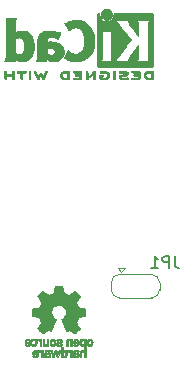
<source format=gbr>
%TF.GenerationSoftware,KiCad,Pcbnew,9.0.7*%
%TF.CreationDate,2026-01-25T12:57:44+01:00*%
%TF.ProjectId,DiyIrTower,44697949-7254-46f7-9765-722e6b696361,1.0*%
%TF.SameCoordinates,Original*%
%TF.FileFunction,Legend,Bot*%
%TF.FilePolarity,Positive*%
%FSLAX46Y46*%
G04 Gerber Fmt 4.6, Leading zero omitted, Abs format (unit mm)*
G04 Created by KiCad (PCBNEW 9.0.7) date 2026-01-25 12:57:44*
%MOMM*%
%LPD*%
G01*
G04 APERTURE LIST*
%ADD10C,0.150000*%
%ADD11C,0.010000*%
%ADD12C,0.120000*%
G04 APERTURE END LIST*
D10*
X104833333Y-130954819D02*
X104833333Y-131669104D01*
X104833333Y-131669104D02*
X104880952Y-131811961D01*
X104880952Y-131811961D02*
X104976190Y-131907200D01*
X104976190Y-131907200D02*
X105119047Y-131954819D01*
X105119047Y-131954819D02*
X105214285Y-131954819D01*
X104357142Y-131954819D02*
X104357142Y-130954819D01*
X104357142Y-130954819D02*
X103976190Y-130954819D01*
X103976190Y-130954819D02*
X103880952Y-131002438D01*
X103880952Y-131002438D02*
X103833333Y-131050057D01*
X103833333Y-131050057D02*
X103785714Y-131145295D01*
X103785714Y-131145295D02*
X103785714Y-131288152D01*
X103785714Y-131288152D02*
X103833333Y-131383390D01*
X103833333Y-131383390D02*
X103880952Y-131431009D01*
X103880952Y-131431009D02*
X103976190Y-131478628D01*
X103976190Y-131478628D02*
X104357142Y-131478628D01*
X102833333Y-131954819D02*
X103404761Y-131954819D01*
X103119047Y-131954819D02*
X103119047Y-130954819D01*
X103119047Y-130954819D02*
X103214285Y-131097676D01*
X103214285Y-131097676D02*
X103309523Y-131192914D01*
X103309523Y-131192914D02*
X103404761Y-131240533D01*
D11*
%TO.C,REF\u002A\u002A*%
X92555406Y-115274949D02*
X92581127Y-115290647D01*
X92607778Y-115312227D01*
X92607778Y-115959684D01*
X92581127Y-115981264D01*
X92549767Y-115998739D01*
X92513966Y-115999575D01*
X92482528Y-115979082D01*
X92478652Y-115974416D01*
X92473186Y-115964949D01*
X92468979Y-115951267D01*
X92465867Y-115930748D01*
X92463687Y-115900768D01*
X92462276Y-115858704D01*
X92461471Y-115801932D01*
X92461107Y-115727830D01*
X92461022Y-115633773D01*
X92461022Y-115312227D01*
X92487673Y-115290647D01*
X92511386Y-115275877D01*
X92534400Y-115269067D01*
X92555406Y-115274949D01*
G36*
X92555406Y-115274949D02*
G01*
X92581127Y-115290647D01*
X92607778Y-115312227D01*
X92607778Y-115959684D01*
X92581127Y-115981264D01*
X92549767Y-115998739D01*
X92513966Y-115999575D01*
X92482528Y-115979082D01*
X92478652Y-115974416D01*
X92473186Y-115964949D01*
X92468979Y-115951267D01*
X92465867Y-115930748D01*
X92463687Y-115900768D01*
X92462276Y-115858704D01*
X92461471Y-115801932D01*
X92461107Y-115727830D01*
X92461022Y-115633773D01*
X92461022Y-115312227D01*
X92487673Y-115290647D01*
X92511386Y-115275877D01*
X92534400Y-115269067D01*
X92555406Y-115274949D01*
G37*
X99686137Y-115273463D02*
X99720291Y-115296776D01*
X99748000Y-115324485D01*
X99748000Y-115637537D01*
X99747959Y-115721567D01*
X99747701Y-115795789D01*
X99747030Y-115852541D01*
X99745752Y-115894512D01*
X99743673Y-115924389D01*
X99740599Y-115944861D01*
X99736334Y-115958614D01*
X99730684Y-115968337D01*
X99723455Y-115976717D01*
X99691991Y-115998181D01*
X99656826Y-115999947D01*
X99623822Y-115980267D01*
X99618516Y-115974398D01*
X99613066Y-115965314D01*
X99608900Y-115951973D01*
X99605846Y-115931757D01*
X99603732Y-115902049D01*
X99602386Y-115860232D01*
X99601638Y-115803689D01*
X99601314Y-115729802D01*
X99601245Y-115635956D01*
X99601284Y-115560294D01*
X99601539Y-115482385D01*
X99602183Y-115422375D01*
X99603387Y-115377648D01*
X99605324Y-115345585D01*
X99608164Y-115323571D01*
X99612079Y-115308987D01*
X99617242Y-115299218D01*
X99623822Y-115291645D01*
X99653006Y-115272623D01*
X99686137Y-115273463D01*
G36*
X99686137Y-115273463D02*
G01*
X99720291Y-115296776D01*
X99748000Y-115324485D01*
X99748000Y-115637537D01*
X99747959Y-115721567D01*
X99747701Y-115795789D01*
X99747030Y-115852541D01*
X99745752Y-115894512D01*
X99743673Y-115924389D01*
X99740599Y-115944861D01*
X99736334Y-115958614D01*
X99730684Y-115968337D01*
X99723455Y-115976717D01*
X99691991Y-115998181D01*
X99656826Y-115999947D01*
X99623822Y-115980267D01*
X99618516Y-115974398D01*
X99613066Y-115965314D01*
X99608900Y-115951973D01*
X99605846Y-115931757D01*
X99603732Y-115902049D01*
X99602386Y-115860232D01*
X99601638Y-115803689D01*
X99601314Y-115729802D01*
X99601245Y-115635956D01*
X99601284Y-115560294D01*
X99601539Y-115482385D01*
X99602183Y-115422375D01*
X99603387Y-115377648D01*
X99605324Y-115345585D01*
X99608164Y-115323571D01*
X99612079Y-115308987D01*
X99617242Y-115299218D01*
X99623822Y-115291645D01*
X99653006Y-115272623D01*
X99686137Y-115273463D01*
G37*
X99154562Y-110032850D02*
X99237313Y-110060053D01*
X99312406Y-110105484D01*
X99384298Y-110171302D01*
X99422846Y-110215567D01*
X99462256Y-110273961D01*
X99487446Y-110334586D01*
X99500861Y-110403865D01*
X99504948Y-110488222D01*
X99504669Y-110534307D01*
X99502460Y-110575450D01*
X99496894Y-110607582D01*
X99486586Y-110638122D01*
X99470148Y-110674489D01*
X99456200Y-110701728D01*
X99397665Y-110787429D01*
X99325619Y-110856617D01*
X99241947Y-110907741D01*
X99148531Y-110939250D01*
X99115434Y-110946225D01*
X99074960Y-110953094D01*
X99041999Y-110954919D01*
X99007698Y-110951947D01*
X98963200Y-110944426D01*
X98911934Y-110932002D01*
X98821434Y-110894112D01*
X98742345Y-110839836D01*
X98676528Y-110771770D01*
X98625840Y-110692511D01*
X98592140Y-110604654D01*
X98577286Y-110510795D01*
X98583136Y-110413530D01*
X98609399Y-110317220D01*
X98654418Y-110228494D01*
X98715373Y-110153419D01*
X98790184Y-110093641D01*
X98876768Y-110050809D01*
X98973043Y-110026571D01*
X99076928Y-110022576D01*
X99154562Y-110032850D01*
G36*
X99154562Y-110032850D02*
G01*
X99237313Y-110060053D01*
X99312406Y-110105484D01*
X99384298Y-110171302D01*
X99422846Y-110215567D01*
X99462256Y-110273961D01*
X99487446Y-110334586D01*
X99500861Y-110403865D01*
X99504948Y-110488222D01*
X99504669Y-110534307D01*
X99502460Y-110575450D01*
X99496894Y-110607582D01*
X99486586Y-110638122D01*
X99470148Y-110674489D01*
X99456200Y-110701728D01*
X99397665Y-110787429D01*
X99325619Y-110856617D01*
X99241947Y-110907741D01*
X99148531Y-110939250D01*
X99115434Y-110946225D01*
X99074960Y-110953094D01*
X99041999Y-110954919D01*
X99007698Y-110951947D01*
X98963200Y-110944426D01*
X98911934Y-110932002D01*
X98821434Y-110894112D01*
X98742345Y-110839836D01*
X98676528Y-110771770D01*
X98625840Y-110692511D01*
X98592140Y-110604654D01*
X98577286Y-110510795D01*
X98583136Y-110413530D01*
X98609399Y-110317220D01*
X98654418Y-110228494D01*
X98715373Y-110153419D01*
X98790184Y-110093641D01*
X98876768Y-110050809D01*
X98973043Y-110026571D01*
X99076928Y-110022576D01*
X99154562Y-110032850D01*
G37*
X91855767Y-115269068D02*
X91949890Y-115269158D01*
X92024405Y-115269498D01*
X92081811Y-115270239D01*
X92124611Y-115271535D01*
X92155304Y-115273537D01*
X92176391Y-115276396D01*
X92190373Y-115280266D01*
X92199750Y-115285298D01*
X92207022Y-115291645D01*
X92225828Y-115324362D01*
X92227275Y-115361939D01*
X92210917Y-115395178D01*
X92209557Y-115396631D01*
X92198354Y-115404992D01*
X92181252Y-115410547D01*
X92154082Y-115413840D01*
X92112678Y-115415418D01*
X92052873Y-115415822D01*
X91913511Y-115415822D01*
X91913511Y-115679589D01*
X91913436Y-115755417D01*
X91913028Y-115822083D01*
X91912046Y-115871867D01*
X91910250Y-115907784D01*
X91907399Y-115932850D01*
X91903253Y-115950081D01*
X91897571Y-115962492D01*
X91890114Y-115973100D01*
X91887824Y-115975906D01*
X91856646Y-115998548D01*
X91822266Y-116000112D01*
X91789334Y-115980267D01*
X91782355Y-115972191D01*
X91776883Y-115961593D01*
X91772863Y-115945749D01*
X91770072Y-115921773D01*
X91768288Y-115886774D01*
X91767289Y-115837864D01*
X91766852Y-115772154D01*
X91766756Y-115686756D01*
X91766756Y-115415822D01*
X91620820Y-115415822D01*
X91609720Y-115415821D01*
X91553202Y-115415596D01*
X91514358Y-115414457D01*
X91488965Y-115411657D01*
X91472804Y-115406450D01*
X91461652Y-115398089D01*
X91451289Y-115385826D01*
X91435441Y-115355138D01*
X91438543Y-115321358D01*
X91464187Y-115288822D01*
X91469129Y-115285105D01*
X91479338Y-115280269D01*
X91494764Y-115276506D01*
X91517886Y-115273683D01*
X91551183Y-115271670D01*
X91597137Y-115270333D01*
X91658228Y-115269542D01*
X91736935Y-115269163D01*
X91835740Y-115269067D01*
X91855767Y-115269068D01*
G36*
X91855767Y-115269068D02*
G01*
X91949890Y-115269158D01*
X92024405Y-115269498D01*
X92081811Y-115270239D01*
X92124611Y-115271535D01*
X92155304Y-115273537D01*
X92176391Y-115276396D01*
X92190373Y-115280266D01*
X92199750Y-115285298D01*
X92207022Y-115291645D01*
X92225828Y-115324362D01*
X92227275Y-115361939D01*
X92210917Y-115395178D01*
X92209557Y-115396631D01*
X92198354Y-115404992D01*
X92181252Y-115410547D01*
X92154082Y-115413840D01*
X92112678Y-115415418D01*
X92052873Y-115415822D01*
X91913511Y-115415822D01*
X91913511Y-115679589D01*
X91913436Y-115755417D01*
X91913028Y-115822083D01*
X91912046Y-115871867D01*
X91910250Y-115907784D01*
X91907399Y-115932850D01*
X91903253Y-115950081D01*
X91897571Y-115962492D01*
X91890114Y-115973100D01*
X91887824Y-115975906D01*
X91856646Y-115998548D01*
X91822266Y-116000112D01*
X91789334Y-115980267D01*
X91782355Y-115972191D01*
X91776883Y-115961593D01*
X91772863Y-115945749D01*
X91770072Y-115921773D01*
X91768288Y-115886774D01*
X91767289Y-115837864D01*
X91766852Y-115772154D01*
X91766756Y-115686756D01*
X91766756Y-115415822D01*
X91620820Y-115415822D01*
X91609720Y-115415821D01*
X91553202Y-115415596D01*
X91514358Y-115414457D01*
X91488965Y-115411657D01*
X91472804Y-115406450D01*
X91461652Y-115398089D01*
X91451289Y-115385826D01*
X91435441Y-115355138D01*
X91438543Y-115321358D01*
X91464187Y-115288822D01*
X91469129Y-115285105D01*
X91479338Y-115280269D01*
X91494764Y-115276506D01*
X91517886Y-115273683D01*
X91551183Y-115271670D01*
X91597137Y-115270333D01*
X91658228Y-115269542D01*
X91736935Y-115269163D01*
X91835740Y-115269067D01*
X91855767Y-115269068D01*
G37*
X91179734Y-115291645D02*
X91185366Y-115297835D01*
X91190456Y-115306041D01*
X91194543Y-115317817D01*
X91197721Y-115335276D01*
X91200087Y-115360530D01*
X91201738Y-115395690D01*
X91202769Y-115442869D01*
X91203277Y-115504177D01*
X91203359Y-115581727D01*
X91203109Y-115677631D01*
X91202625Y-115794000D01*
X91202557Y-115808175D01*
X91201971Y-115869937D01*
X91200648Y-115913620D01*
X91198103Y-115943001D01*
X91193848Y-115961855D01*
X91187396Y-115973959D01*
X91178262Y-115983089D01*
X91144804Y-116000506D01*
X91109856Y-115997604D01*
X91078953Y-115973100D01*
X91069944Y-115959897D01*
X91062492Y-115941361D01*
X91058124Y-115915333D01*
X91056069Y-115876787D01*
X91055556Y-115820700D01*
X91055556Y-115698045D01*
X90558845Y-115698045D01*
X90558845Y-115832871D01*
X90558772Y-115868662D01*
X90558009Y-115914992D01*
X90555833Y-115945526D01*
X90551536Y-115964557D01*
X90544412Y-115976374D01*
X90533755Y-115985271D01*
X90501504Y-116000341D01*
X90466217Y-115997673D01*
X90435486Y-115973100D01*
X90430831Y-115966845D01*
X90424895Y-115956321D01*
X90420364Y-115942391D01*
X90417048Y-115922317D01*
X90414759Y-115893360D01*
X90413308Y-115852780D01*
X90412505Y-115797840D01*
X90412162Y-115725799D01*
X90412089Y-115633920D01*
X90412089Y-115324485D01*
X90439798Y-115296776D01*
X90471177Y-115274533D01*
X90504406Y-115271844D01*
X90536267Y-115291645D01*
X90544553Y-115301415D01*
X90551965Y-115317307D01*
X90556302Y-115341275D01*
X90558338Y-115378148D01*
X90558845Y-115432756D01*
X90558845Y-115551289D01*
X91055556Y-115551289D01*
X91055556Y-115435776D01*
X91055994Y-115384078D01*
X91057958Y-115349554D01*
X91062474Y-115326978D01*
X91070567Y-115311126D01*
X91083265Y-115296776D01*
X91114643Y-115274533D01*
X91147872Y-115271844D01*
X91179734Y-115291645D01*
G36*
X91179734Y-115291645D02*
G01*
X91185366Y-115297835D01*
X91190456Y-115306041D01*
X91194543Y-115317817D01*
X91197721Y-115335276D01*
X91200087Y-115360530D01*
X91201738Y-115395690D01*
X91202769Y-115442869D01*
X91203277Y-115504177D01*
X91203359Y-115581727D01*
X91203109Y-115677631D01*
X91202625Y-115794000D01*
X91202557Y-115808175D01*
X91201971Y-115869937D01*
X91200648Y-115913620D01*
X91198103Y-115943001D01*
X91193848Y-115961855D01*
X91187396Y-115973959D01*
X91178262Y-115983089D01*
X91144804Y-116000506D01*
X91109856Y-115997604D01*
X91078953Y-115973100D01*
X91069944Y-115959897D01*
X91062492Y-115941361D01*
X91058124Y-115915333D01*
X91056069Y-115876787D01*
X91055556Y-115820700D01*
X91055556Y-115698045D01*
X90558845Y-115698045D01*
X90558845Y-115832871D01*
X90558772Y-115868662D01*
X90558009Y-115914992D01*
X90555833Y-115945526D01*
X90551536Y-115964557D01*
X90544412Y-115976374D01*
X90533755Y-115985271D01*
X90501504Y-116000341D01*
X90466217Y-115997673D01*
X90435486Y-115973100D01*
X90430831Y-115966845D01*
X90424895Y-115956321D01*
X90420364Y-115942391D01*
X90417048Y-115922317D01*
X90414759Y-115893360D01*
X90413308Y-115852780D01*
X90412505Y-115797840D01*
X90412162Y-115725799D01*
X90412089Y-115633920D01*
X90412089Y-115324485D01*
X90439798Y-115296776D01*
X90471177Y-115274533D01*
X90504406Y-115271844D01*
X90536267Y-115291645D01*
X90544553Y-115301415D01*
X90551965Y-115317307D01*
X90556302Y-115341275D01*
X90558338Y-115378148D01*
X90558845Y-115432756D01*
X90558845Y-115551289D01*
X91055556Y-115551289D01*
X91055556Y-115435776D01*
X91055994Y-115384078D01*
X91057958Y-115349554D01*
X91062474Y-115326978D01*
X91070567Y-115311126D01*
X91083265Y-115296776D01*
X91114643Y-115274533D01*
X91147872Y-115271844D01*
X91179734Y-115291645D01*
G37*
X95885133Y-115880396D02*
X95883163Y-115913175D01*
X95880235Y-115936095D01*
X95876158Y-115951897D01*
X95870743Y-115963319D01*
X95863803Y-115973100D01*
X95840406Y-116002845D01*
X95674714Y-116002251D01*
X95639918Y-116001953D01*
X95541435Y-115998522D01*
X95460473Y-115990839D01*
X95393379Y-115978282D01*
X95336496Y-115960227D01*
X95286169Y-115936052D01*
X95282810Y-115934135D01*
X95224998Y-115897417D01*
X95182644Y-115860451D01*
X95149828Y-115816966D01*
X95120628Y-115760689D01*
X95116346Y-115751073D01*
X95093769Y-115687887D01*
X95088034Y-115642333D01*
X95237279Y-115642333D01*
X95242892Y-115667061D01*
X95248618Y-115682939D01*
X95281548Y-115742847D01*
X95328886Y-115788600D01*
X95392652Y-115821736D01*
X95474861Y-115843790D01*
X95477655Y-115844292D01*
X95523940Y-115850255D01*
X95580336Y-115854483D01*
X95635274Y-115856089D01*
X95729156Y-115856089D01*
X95729156Y-115415822D01*
X95641667Y-115416270D01*
X95574747Y-115418746D01*
X95482349Y-115429998D01*
X95403034Y-115449537D01*
X95341060Y-115476511D01*
X95310120Y-115497240D01*
X95282000Y-115527006D01*
X95258660Y-115569434D01*
X95251533Y-115585400D01*
X95239709Y-115617902D01*
X95237279Y-115642333D01*
X95088034Y-115642333D01*
X95086797Y-115632509D01*
X95095399Y-115577483D01*
X95119541Y-115515351D01*
X95120337Y-115513658D01*
X95160788Y-115444236D01*
X95211473Y-115387638D01*
X95274198Y-115343070D01*
X95350774Y-115309741D01*
X95443009Y-115286861D01*
X95552712Y-115273636D01*
X95681691Y-115269275D01*
X95685263Y-115269270D01*
X95745283Y-115269410D01*
X95787214Y-115270446D01*
X95815328Y-115273040D01*
X95833897Y-115277853D01*
X95847194Y-115285544D01*
X95859491Y-115296776D01*
X95887200Y-115324485D01*
X95887200Y-115633920D01*
X95887175Y-115695526D01*
X95886950Y-115774311D01*
X95886332Y-115835021D01*
X95885775Y-115856089D01*
X95885133Y-115880396D01*
G36*
X95885133Y-115880396D02*
G01*
X95883163Y-115913175D01*
X95880235Y-115936095D01*
X95876158Y-115951897D01*
X95870743Y-115963319D01*
X95863803Y-115973100D01*
X95840406Y-116002845D01*
X95674714Y-116002251D01*
X95639918Y-116001953D01*
X95541435Y-115998522D01*
X95460473Y-115990839D01*
X95393379Y-115978282D01*
X95336496Y-115960227D01*
X95286169Y-115936052D01*
X95282810Y-115934135D01*
X95224998Y-115897417D01*
X95182644Y-115860451D01*
X95149828Y-115816966D01*
X95120628Y-115760689D01*
X95116346Y-115751073D01*
X95093769Y-115687887D01*
X95088034Y-115642333D01*
X95237279Y-115642333D01*
X95242892Y-115667061D01*
X95248618Y-115682939D01*
X95281548Y-115742847D01*
X95328886Y-115788600D01*
X95392652Y-115821736D01*
X95474861Y-115843790D01*
X95477655Y-115844292D01*
X95523940Y-115850255D01*
X95580336Y-115854483D01*
X95635274Y-115856089D01*
X95729156Y-115856089D01*
X95729156Y-115415822D01*
X95641667Y-115416270D01*
X95574747Y-115418746D01*
X95482349Y-115429998D01*
X95403034Y-115449537D01*
X95341060Y-115476511D01*
X95310120Y-115497240D01*
X95282000Y-115527006D01*
X95258660Y-115569434D01*
X95251533Y-115585400D01*
X95239709Y-115617902D01*
X95237279Y-115642333D01*
X95088034Y-115642333D01*
X95086797Y-115632509D01*
X95095399Y-115577483D01*
X95119541Y-115515351D01*
X95120337Y-115513658D01*
X95160788Y-115444236D01*
X95211473Y-115387638D01*
X95274198Y-115343070D01*
X95350774Y-115309741D01*
X95443009Y-115286861D01*
X95552712Y-115273636D01*
X95681691Y-115269275D01*
X95685263Y-115269270D01*
X95745283Y-115269410D01*
X95787214Y-115270446D01*
X95815328Y-115273040D01*
X95833897Y-115277853D01*
X95847194Y-115285544D01*
X95859491Y-115296776D01*
X95887200Y-115324485D01*
X95887200Y-115633920D01*
X95887175Y-115695526D01*
X95886950Y-115774311D01*
X95886332Y-115835021D01*
X95885775Y-115856089D01*
X95885133Y-115880396D01*
G37*
X102976817Y-115454427D02*
X102976870Y-115535041D01*
X102976622Y-115635956D01*
X102976583Y-115711617D01*
X102976328Y-115789526D01*
X102975684Y-115849536D01*
X102974480Y-115894264D01*
X102972543Y-115926326D01*
X102969703Y-115948340D01*
X102965788Y-115962924D01*
X102960626Y-115972694D01*
X102954045Y-115980267D01*
X102947077Y-115986501D01*
X102934079Y-115993801D01*
X102914931Y-115998554D01*
X102885528Y-116001292D01*
X102841762Y-116002545D01*
X102779528Y-116002845D01*
X102730582Y-116002469D01*
X102623722Y-115998041D01*
X102534494Y-115987953D01*
X102459696Y-115971365D01*
X102396125Y-115947435D01*
X102340579Y-115915321D01*
X102289854Y-115874182D01*
X102283866Y-115868330D01*
X102246999Y-115819821D01*
X102215899Y-115759013D01*
X102194417Y-115694769D01*
X102189136Y-115656026D01*
X102336353Y-115656026D01*
X102354635Y-115706961D01*
X102384305Y-115752878D01*
X102431002Y-115795287D01*
X102492392Y-115825090D01*
X102571538Y-115844226D01*
X102573028Y-115844464D01*
X102621999Y-115850256D01*
X102680693Y-115854396D01*
X102736734Y-115856004D01*
X102829867Y-115856089D01*
X102829867Y-115415822D01*
X102753667Y-115415808D01*
X102750639Y-115415817D01*
X102699519Y-115417782D01*
X102639416Y-115422507D01*
X102582708Y-115429035D01*
X102532750Y-115438331D01*
X102457998Y-115464600D01*
X102400489Y-115503899D01*
X102358988Y-115556933D01*
X102337771Y-115608200D01*
X102336353Y-115656026D01*
X102189136Y-115656026D01*
X102186400Y-115635956D01*
X102187679Y-115614739D01*
X102199991Y-115557323D01*
X102222520Y-115497413D01*
X102251750Y-115443363D01*
X102284167Y-115403532D01*
X102303708Y-115386510D01*
X102358420Y-115347322D01*
X102418723Y-115317193D01*
X102487919Y-115295232D01*
X102569311Y-115280550D01*
X102666200Y-115272259D01*
X102781889Y-115269467D01*
X102821371Y-115269066D01*
X102867082Y-115268653D01*
X102902883Y-115270457D01*
X102929974Y-115276739D01*
X102949556Y-115289759D01*
X102962830Y-115311778D01*
X102970998Y-115345055D01*
X102975260Y-115391851D01*
X102975857Y-115415822D01*
X102976817Y-115454427D01*
G36*
X102976817Y-115454427D02*
G01*
X102976870Y-115535041D01*
X102976622Y-115635956D01*
X102976583Y-115711617D01*
X102976328Y-115789526D01*
X102975684Y-115849536D01*
X102974480Y-115894264D01*
X102972543Y-115926326D01*
X102969703Y-115948340D01*
X102965788Y-115962924D01*
X102960626Y-115972694D01*
X102954045Y-115980267D01*
X102947077Y-115986501D01*
X102934079Y-115993801D01*
X102914931Y-115998554D01*
X102885528Y-116001292D01*
X102841762Y-116002545D01*
X102779528Y-116002845D01*
X102730582Y-116002469D01*
X102623722Y-115998041D01*
X102534494Y-115987953D01*
X102459696Y-115971365D01*
X102396125Y-115947435D01*
X102340579Y-115915321D01*
X102289854Y-115874182D01*
X102283866Y-115868330D01*
X102246999Y-115819821D01*
X102215899Y-115759013D01*
X102194417Y-115694769D01*
X102189136Y-115656026D01*
X102336353Y-115656026D01*
X102354635Y-115706961D01*
X102384305Y-115752878D01*
X102431002Y-115795287D01*
X102492392Y-115825090D01*
X102571538Y-115844226D01*
X102573028Y-115844464D01*
X102621999Y-115850256D01*
X102680693Y-115854396D01*
X102736734Y-115856004D01*
X102829867Y-115856089D01*
X102829867Y-115415822D01*
X102753667Y-115415808D01*
X102750639Y-115415817D01*
X102699519Y-115417782D01*
X102639416Y-115422507D01*
X102582708Y-115429035D01*
X102532750Y-115438331D01*
X102457998Y-115464600D01*
X102400489Y-115503899D01*
X102358988Y-115556933D01*
X102337771Y-115608200D01*
X102336353Y-115656026D01*
X102189136Y-115656026D01*
X102186400Y-115635956D01*
X102187679Y-115614739D01*
X102199991Y-115557323D01*
X102222520Y-115497413D01*
X102251750Y-115443363D01*
X102284167Y-115403532D01*
X102303708Y-115386510D01*
X102358420Y-115347322D01*
X102418723Y-115317193D01*
X102487919Y-115295232D01*
X102569311Y-115280550D01*
X102666200Y-115272259D01*
X102781889Y-115269467D01*
X102821371Y-115269066D01*
X102867082Y-115268653D01*
X102902883Y-115270457D01*
X102929974Y-115276739D01*
X102949556Y-115289759D01*
X102962830Y-115311778D01*
X102970998Y-115345055D01*
X102975260Y-115391851D01*
X102975857Y-115415822D01*
X102976817Y-115454427D01*
G37*
X98031893Y-115267892D02*
X98043301Y-115274029D01*
X98053850Y-115284691D01*
X98065136Y-115298811D01*
X98069589Y-115304772D01*
X98075588Y-115315268D01*
X98080167Y-115329093D01*
X98083519Y-115348998D01*
X98085833Y-115377732D01*
X98087301Y-115418045D01*
X98088113Y-115472687D01*
X98088460Y-115544407D01*
X98088534Y-115635956D01*
X98088511Y-115694486D01*
X98088292Y-115773573D01*
X98087683Y-115834516D01*
X98086492Y-115880062D01*
X98084529Y-115912963D01*
X98081603Y-115935968D01*
X98077523Y-115951826D01*
X98072097Y-115963286D01*
X98065136Y-115973100D01*
X98034708Y-115997493D01*
X97999765Y-116000372D01*
X97962784Y-115981282D01*
X97958600Y-115977807D01*
X97950424Y-115969279D01*
X97944364Y-115957728D01*
X97939981Y-115939896D01*
X97936839Y-115912524D01*
X97934502Y-115872354D01*
X97932531Y-115816128D01*
X97930489Y-115740589D01*
X97924845Y-115521458D01*
X97659556Y-115762099D01*
X97585722Y-115828875D01*
X97520542Y-115886991D01*
X97468348Y-115931949D01*
X97427273Y-115964871D01*
X97395455Y-115986879D01*
X97371026Y-115999094D01*
X97352124Y-116002639D01*
X97336883Y-115998636D01*
X97323439Y-115988207D01*
X97309927Y-115972474D01*
X97303682Y-115963991D01*
X97298050Y-115953413D01*
X97293839Y-115939255D01*
X97290887Y-115918803D01*
X97289032Y-115889342D01*
X97288113Y-115848161D01*
X97287968Y-115792544D01*
X97288435Y-115719779D01*
X97289352Y-115627151D01*
X97292667Y-115312199D01*
X97319318Y-115290633D01*
X97345383Y-115274441D01*
X97378241Y-115271670D01*
X97412772Y-115290623D01*
X97417084Y-115294208D01*
X97425216Y-115302737D01*
X97431245Y-115314329D01*
X97435606Y-115332235D01*
X97438734Y-115359706D01*
X97441063Y-115399994D01*
X97443029Y-115456351D01*
X97445067Y-115532029D01*
X97450711Y-115751878D01*
X97631334Y-115588084D01*
X97718072Y-115509451D01*
X97793843Y-115441058D01*
X97855980Y-115385708D01*
X97906078Y-115342338D01*
X97945735Y-115309881D01*
X97976548Y-115287273D01*
X98000114Y-115273448D01*
X98018030Y-115267343D01*
X98031893Y-115267892D01*
G36*
X98031893Y-115267892D02*
G01*
X98043301Y-115274029D01*
X98053850Y-115284691D01*
X98065136Y-115298811D01*
X98069589Y-115304772D01*
X98075588Y-115315268D01*
X98080167Y-115329093D01*
X98083519Y-115348998D01*
X98085833Y-115377732D01*
X98087301Y-115418045D01*
X98088113Y-115472687D01*
X98088460Y-115544407D01*
X98088534Y-115635956D01*
X98088511Y-115694486D01*
X98088292Y-115773573D01*
X98087683Y-115834516D01*
X98086492Y-115880062D01*
X98084529Y-115912963D01*
X98081603Y-115935968D01*
X98077523Y-115951826D01*
X98072097Y-115963286D01*
X98065136Y-115973100D01*
X98034708Y-115997493D01*
X97999765Y-116000372D01*
X97962784Y-115981282D01*
X97958600Y-115977807D01*
X97950424Y-115969279D01*
X97944364Y-115957728D01*
X97939981Y-115939896D01*
X97936839Y-115912524D01*
X97934502Y-115872354D01*
X97932531Y-115816128D01*
X97930489Y-115740589D01*
X97924845Y-115521458D01*
X97659556Y-115762099D01*
X97585722Y-115828875D01*
X97520542Y-115886991D01*
X97468348Y-115931949D01*
X97427273Y-115964871D01*
X97395455Y-115986879D01*
X97371026Y-115999094D01*
X97352124Y-116002639D01*
X97336883Y-115998636D01*
X97323439Y-115988207D01*
X97309927Y-115972474D01*
X97303682Y-115963991D01*
X97298050Y-115953413D01*
X97293839Y-115939255D01*
X97290887Y-115918803D01*
X97289032Y-115889342D01*
X97288113Y-115848161D01*
X97287968Y-115792544D01*
X97288435Y-115719779D01*
X97289352Y-115627151D01*
X97292667Y-115312199D01*
X97319318Y-115290633D01*
X97345383Y-115274441D01*
X97378241Y-115271670D01*
X97412772Y-115290623D01*
X97417084Y-115294208D01*
X97425216Y-115302737D01*
X97431245Y-115314329D01*
X97435606Y-115332235D01*
X97438734Y-115359706D01*
X97441063Y-115399994D01*
X97443029Y-115456351D01*
X97445067Y-115532029D01*
X97450711Y-115751878D01*
X97631334Y-115588084D01*
X97718072Y-115509451D01*
X97793843Y-115441058D01*
X97855980Y-115385708D01*
X97906078Y-115342338D01*
X97945735Y-115309881D01*
X97976548Y-115287273D01*
X98000114Y-115273448D01*
X98018030Y-115267343D01*
X98031893Y-115267892D01*
G37*
X98829150Y-115274179D02*
X98935157Y-115290494D01*
X99028969Y-115318545D01*
X99107765Y-115357452D01*
X99168719Y-115406334D01*
X99194789Y-115439195D01*
X99224297Y-115488394D01*
X99249568Y-115542252D01*
X99267218Y-115593419D01*
X99273858Y-115634544D01*
X99272298Y-115654259D01*
X99259357Y-115705592D01*
X99236194Y-115762118D01*
X99206302Y-115816035D01*
X99173173Y-115859539D01*
X99162977Y-115869887D01*
X99095892Y-115921662D01*
X99015766Y-115961554D01*
X98929556Y-115985956D01*
X98874592Y-115994068D01*
X98781139Y-116000673D01*
X98691358Y-115998586D01*
X98608869Y-115988340D01*
X98537286Y-115970470D01*
X98480228Y-115945508D01*
X98441311Y-115913988D01*
X98439936Y-115912012D01*
X98432848Y-115886786D01*
X98428609Y-115839535D01*
X98427200Y-115770071D01*
X98428060Y-115707838D01*
X98432780Y-115660456D01*
X98444470Y-115628353D01*
X98466239Y-115608800D01*
X98501198Y-115599070D01*
X98552456Y-115596433D01*
X98623123Y-115598161D01*
X98671743Y-115601173D01*
X98721939Y-115609366D01*
X98754433Y-115623419D01*
X98771892Y-115644654D01*
X98776983Y-115674394D01*
X98776877Y-115678936D01*
X98768175Y-115713730D01*
X98744165Y-115737147D01*
X98702900Y-115750347D01*
X98642431Y-115754489D01*
X98573956Y-115754489D01*
X98573956Y-115792841D01*
X98574006Y-115801976D01*
X98576227Y-115819227D01*
X98585494Y-115829521D01*
X98606875Y-115836459D01*
X98645436Y-115843641D01*
X98650910Y-115844575D01*
X98747860Y-115854478D01*
X98837852Y-115851559D01*
X98918760Y-115836829D01*
X98988459Y-115811299D01*
X99044824Y-115775978D01*
X99085729Y-115731879D01*
X99109051Y-115680012D01*
X99112663Y-115621388D01*
X99107145Y-115592494D01*
X99080461Y-115536604D01*
X99034273Y-115490945D01*
X98969291Y-115456108D01*
X98886229Y-115432690D01*
X98861555Y-115428241D01*
X98772226Y-115417742D01*
X98692419Y-115418971D01*
X98614326Y-115431906D01*
X98579183Y-115438696D01*
X98533745Y-115439713D01*
X98502430Y-115427182D01*
X98482277Y-115400395D01*
X98475893Y-115372148D01*
X98485379Y-115340924D01*
X98494708Y-115327499D01*
X98528943Y-115303967D01*
X98581565Y-115286095D01*
X98650081Y-115274599D01*
X98732000Y-115270192D01*
X98829150Y-115274179D01*
G36*
X98829150Y-115274179D02*
G01*
X98935157Y-115290494D01*
X99028969Y-115318545D01*
X99107765Y-115357452D01*
X99168719Y-115406334D01*
X99194789Y-115439195D01*
X99224297Y-115488394D01*
X99249568Y-115542252D01*
X99267218Y-115593419D01*
X99273858Y-115634544D01*
X99272298Y-115654259D01*
X99259357Y-115705592D01*
X99236194Y-115762118D01*
X99206302Y-115816035D01*
X99173173Y-115859539D01*
X99162977Y-115869887D01*
X99095892Y-115921662D01*
X99015766Y-115961554D01*
X98929556Y-115985956D01*
X98874592Y-115994068D01*
X98781139Y-116000673D01*
X98691358Y-115998586D01*
X98608869Y-115988340D01*
X98537286Y-115970470D01*
X98480228Y-115945508D01*
X98441311Y-115913988D01*
X98439936Y-115912012D01*
X98432848Y-115886786D01*
X98428609Y-115839535D01*
X98427200Y-115770071D01*
X98428060Y-115707838D01*
X98432780Y-115660456D01*
X98444470Y-115628353D01*
X98466239Y-115608800D01*
X98501198Y-115599070D01*
X98552456Y-115596433D01*
X98623123Y-115598161D01*
X98671743Y-115601173D01*
X98721939Y-115609366D01*
X98754433Y-115623419D01*
X98771892Y-115644654D01*
X98776983Y-115674394D01*
X98776877Y-115678936D01*
X98768175Y-115713730D01*
X98744165Y-115737147D01*
X98702900Y-115750347D01*
X98642431Y-115754489D01*
X98573956Y-115754489D01*
X98573956Y-115792841D01*
X98574006Y-115801976D01*
X98576227Y-115819227D01*
X98585494Y-115829521D01*
X98606875Y-115836459D01*
X98645436Y-115843641D01*
X98650910Y-115844575D01*
X98747860Y-115854478D01*
X98837852Y-115851559D01*
X98918760Y-115836829D01*
X98988459Y-115811299D01*
X99044824Y-115775978D01*
X99085729Y-115731879D01*
X99109051Y-115680012D01*
X99112663Y-115621388D01*
X99107145Y-115592494D01*
X99080461Y-115536604D01*
X99034273Y-115490945D01*
X98969291Y-115456108D01*
X98886229Y-115432690D01*
X98861555Y-115428241D01*
X98772226Y-115417742D01*
X98692419Y-115418971D01*
X98614326Y-115431906D01*
X98579183Y-115438696D01*
X98533745Y-115439713D01*
X98502430Y-115427182D01*
X98482277Y-115400395D01*
X98475893Y-115372148D01*
X98485379Y-115340924D01*
X98494708Y-115327499D01*
X98528943Y-115303967D01*
X98581565Y-115286095D01*
X98650081Y-115274599D01*
X98732000Y-115270192D01*
X98829150Y-115274179D01*
G37*
X96879803Y-115298811D02*
X96884752Y-115305495D01*
X96890596Y-115316066D01*
X96895057Y-115330153D01*
X96898321Y-115350478D01*
X96900574Y-115379765D01*
X96902002Y-115420737D01*
X96902792Y-115476117D01*
X96903129Y-115548628D01*
X96903200Y-115640994D01*
X96903171Y-115706911D01*
X96902939Y-115785228D01*
X96902319Y-115845496D01*
X96901126Y-115890393D01*
X96899179Y-115922602D01*
X96896294Y-115944800D01*
X96892288Y-115959669D01*
X96886979Y-115969889D01*
X96880183Y-115978138D01*
X96875668Y-115982795D01*
X96867438Y-115989282D01*
X96856078Y-115994194D01*
X96838810Y-115997749D01*
X96812855Y-116000167D01*
X96775436Y-116001667D01*
X96723773Y-116002467D01*
X96655089Y-116002787D01*
X96566606Y-116002845D01*
X96546931Y-116002838D01*
X96459906Y-116002572D01*
X96392254Y-116001806D01*
X96341299Y-116000392D01*
X96304367Y-115998180D01*
X96278783Y-115995022D01*
X96261871Y-115990769D01*
X96250957Y-115985271D01*
X96240464Y-115975285D01*
X96227203Y-115944168D01*
X96228386Y-115908280D01*
X96244550Y-115876733D01*
X96246739Y-115874457D01*
X96255427Y-115868189D01*
X96268769Y-115863523D01*
X96289752Y-115860227D01*
X96321363Y-115858068D01*
X96366590Y-115856814D01*
X96428420Y-115856231D01*
X96509839Y-115856089D01*
X96756445Y-115856089D01*
X96756445Y-115698045D01*
X96594006Y-115698045D01*
X96558338Y-115697964D01*
X96502568Y-115697167D01*
X96463430Y-115695162D01*
X96436976Y-115691521D01*
X96419259Y-115685812D01*
X96406329Y-115677607D01*
X96402686Y-115674423D01*
X96384278Y-115643448D01*
X96383644Y-115607112D01*
X96401183Y-115573493D01*
X96401245Y-115573424D01*
X96410916Y-115564798D01*
X96424209Y-115558742D01*
X96444917Y-115554811D01*
X96476828Y-115552556D01*
X96523734Y-115551531D01*
X96589424Y-115551289D01*
X96757571Y-115551289D01*
X96754186Y-115486378D01*
X96750800Y-115421467D01*
X96508723Y-115418414D01*
X96483707Y-115418086D01*
X96402087Y-115416606D01*
X96339768Y-115414222D01*
X96294154Y-115410227D01*
X96262652Y-115403913D01*
X96242667Y-115394574D01*
X96231604Y-115381503D01*
X96226869Y-115363992D01*
X96225867Y-115341335D01*
X96225873Y-115338970D01*
X96227027Y-115318939D01*
X96231824Y-115303146D01*
X96242632Y-115291090D01*
X96261817Y-115282267D01*
X96291745Y-115276175D01*
X96334783Y-115272311D01*
X96393299Y-115270174D01*
X96469657Y-115269260D01*
X96566226Y-115269067D01*
X96856406Y-115269067D01*
X96879803Y-115298811D01*
G36*
X96879803Y-115298811D02*
G01*
X96884752Y-115305495D01*
X96890596Y-115316066D01*
X96895057Y-115330153D01*
X96898321Y-115350478D01*
X96900574Y-115379765D01*
X96902002Y-115420737D01*
X96902792Y-115476117D01*
X96903129Y-115548628D01*
X96903200Y-115640994D01*
X96903171Y-115706911D01*
X96902939Y-115785228D01*
X96902319Y-115845496D01*
X96901126Y-115890393D01*
X96899179Y-115922602D01*
X96896294Y-115944800D01*
X96892288Y-115959669D01*
X96886979Y-115969889D01*
X96880183Y-115978138D01*
X96875668Y-115982795D01*
X96867438Y-115989282D01*
X96856078Y-115994194D01*
X96838810Y-115997749D01*
X96812855Y-116000167D01*
X96775436Y-116001667D01*
X96723773Y-116002467D01*
X96655089Y-116002787D01*
X96566606Y-116002845D01*
X96546931Y-116002838D01*
X96459906Y-116002572D01*
X96392254Y-116001806D01*
X96341299Y-116000392D01*
X96304367Y-115998180D01*
X96278783Y-115995022D01*
X96261871Y-115990769D01*
X96250957Y-115985271D01*
X96240464Y-115975285D01*
X96227203Y-115944168D01*
X96228386Y-115908280D01*
X96244550Y-115876733D01*
X96246739Y-115874457D01*
X96255427Y-115868189D01*
X96268769Y-115863523D01*
X96289752Y-115860227D01*
X96321363Y-115858068D01*
X96366590Y-115856814D01*
X96428420Y-115856231D01*
X96509839Y-115856089D01*
X96756445Y-115856089D01*
X96756445Y-115698045D01*
X96594006Y-115698045D01*
X96558338Y-115697964D01*
X96502568Y-115697167D01*
X96463430Y-115695162D01*
X96436976Y-115691521D01*
X96419259Y-115685812D01*
X96406329Y-115677607D01*
X96402686Y-115674423D01*
X96384278Y-115643448D01*
X96383644Y-115607112D01*
X96401183Y-115573493D01*
X96401245Y-115573424D01*
X96410916Y-115564798D01*
X96424209Y-115558742D01*
X96444917Y-115554811D01*
X96476828Y-115552556D01*
X96523734Y-115551531D01*
X96589424Y-115551289D01*
X96757571Y-115551289D01*
X96754186Y-115486378D01*
X96750800Y-115421467D01*
X96508723Y-115418414D01*
X96483707Y-115418086D01*
X96402087Y-115416606D01*
X96339768Y-115414222D01*
X96294154Y-115410227D01*
X96262652Y-115403913D01*
X96242667Y-115394574D01*
X96231604Y-115381503D01*
X96226869Y-115363992D01*
X96225867Y-115341335D01*
X96225873Y-115338970D01*
X96227027Y-115318939D01*
X96231824Y-115303146D01*
X96242632Y-115291090D01*
X96261817Y-115282267D01*
X96291745Y-115276175D01*
X96334783Y-115272311D01*
X96393299Y-115270174D01*
X96469657Y-115269260D01*
X96566226Y-115269067D01*
X96856406Y-115269067D01*
X96879803Y-115298811D01*
G37*
X101556734Y-115269083D02*
X101633831Y-115269275D01*
X101692777Y-115269860D01*
X101736364Y-115271051D01*
X101767383Y-115273064D01*
X101788625Y-115276112D01*
X101802882Y-115280409D01*
X101812945Y-115286172D01*
X101821606Y-115293612D01*
X101823391Y-115295293D01*
X101830635Y-115302832D01*
X101836277Y-115311850D01*
X101840517Y-115324984D01*
X101843556Y-115344872D01*
X101845594Y-115374151D01*
X101846830Y-115415458D01*
X101847465Y-115471431D01*
X101847700Y-115544707D01*
X101847734Y-115637923D01*
X101847697Y-115710713D01*
X101847448Y-115788889D01*
X101846812Y-115849103D01*
X101845615Y-115893982D01*
X101843684Y-115926152D01*
X101840846Y-115948239D01*
X101836927Y-115962870D01*
X101831755Y-115972670D01*
X101825156Y-115980267D01*
X101821822Y-115983444D01*
X101813300Y-115989554D01*
X101801298Y-115994229D01*
X101783087Y-115997659D01*
X101755940Y-116000036D01*
X101717129Y-116001552D01*
X101663924Y-116002398D01*
X101593598Y-116002765D01*
X101503422Y-116002845D01*
X101461314Y-116002833D01*
X101380167Y-116002651D01*
X101317675Y-116002098D01*
X101271109Y-116000982D01*
X101237741Y-115999113D01*
X101214844Y-115996298D01*
X101199688Y-115992346D01*
X101189546Y-115987066D01*
X101181689Y-115980267D01*
X101166963Y-115958667D01*
X101159111Y-115929467D01*
X101164610Y-115905560D01*
X101181689Y-115878667D01*
X101186668Y-115874059D01*
X101196443Y-115867772D01*
X101210559Y-115863146D01*
X101232054Y-115859930D01*
X101263968Y-115857870D01*
X101309342Y-115856712D01*
X101371213Y-115856202D01*
X101452622Y-115856089D01*
X101700978Y-115856089D01*
X101700978Y-115698045D01*
X101539801Y-115698045D01*
X101503983Y-115697899D01*
X101438359Y-115696176D01*
X101391118Y-115691741D01*
X101359383Y-115683637D01*
X101340277Y-115670906D01*
X101330923Y-115652592D01*
X101328445Y-115627738D01*
X101329242Y-115607482D01*
X101334494Y-115585656D01*
X101347288Y-115570304D01*
X101370628Y-115560309D01*
X101407517Y-115554553D01*
X101460959Y-115551919D01*
X101533958Y-115551289D01*
X101702105Y-115551289D01*
X101698719Y-115486378D01*
X101695334Y-115421467D01*
X101447617Y-115418418D01*
X101385026Y-115417539D01*
X101316565Y-115416095D01*
X101265661Y-115414164D01*
X101229408Y-115411514D01*
X101204901Y-115407910D01*
X101189235Y-115403121D01*
X101179506Y-115396913D01*
X101173491Y-115390510D01*
X101160482Y-115358828D01*
X101164043Y-115323142D01*
X101183818Y-115292084D01*
X101187069Y-115289161D01*
X101196049Y-115282810D01*
X101208153Y-115277957D01*
X101226159Y-115274403D01*
X101252847Y-115271946D01*
X101290997Y-115270385D01*
X101343386Y-115269518D01*
X101412794Y-115269146D01*
X101502001Y-115269067D01*
X101556734Y-115269083D01*
G36*
X101556734Y-115269083D02*
G01*
X101633831Y-115269275D01*
X101692777Y-115269860D01*
X101736364Y-115271051D01*
X101767383Y-115273064D01*
X101788625Y-115276112D01*
X101802882Y-115280409D01*
X101812945Y-115286172D01*
X101821606Y-115293612D01*
X101823391Y-115295293D01*
X101830635Y-115302832D01*
X101836277Y-115311850D01*
X101840517Y-115324984D01*
X101843556Y-115344872D01*
X101845594Y-115374151D01*
X101846830Y-115415458D01*
X101847465Y-115471431D01*
X101847700Y-115544707D01*
X101847734Y-115637923D01*
X101847697Y-115710713D01*
X101847448Y-115788889D01*
X101846812Y-115849103D01*
X101845615Y-115893982D01*
X101843684Y-115926152D01*
X101840846Y-115948239D01*
X101836927Y-115962870D01*
X101831755Y-115972670D01*
X101825156Y-115980267D01*
X101821822Y-115983444D01*
X101813300Y-115989554D01*
X101801298Y-115994229D01*
X101783087Y-115997659D01*
X101755940Y-116000036D01*
X101717129Y-116001552D01*
X101663924Y-116002398D01*
X101593598Y-116002765D01*
X101503422Y-116002845D01*
X101461314Y-116002833D01*
X101380167Y-116002651D01*
X101317675Y-116002098D01*
X101271109Y-116000982D01*
X101237741Y-115999113D01*
X101214844Y-115996298D01*
X101199688Y-115992346D01*
X101189546Y-115987066D01*
X101181689Y-115980267D01*
X101166963Y-115958667D01*
X101159111Y-115929467D01*
X101164610Y-115905560D01*
X101181689Y-115878667D01*
X101186668Y-115874059D01*
X101196443Y-115867772D01*
X101210559Y-115863146D01*
X101232054Y-115859930D01*
X101263968Y-115857870D01*
X101309342Y-115856712D01*
X101371213Y-115856202D01*
X101452622Y-115856089D01*
X101700978Y-115856089D01*
X101700978Y-115698045D01*
X101539801Y-115698045D01*
X101503983Y-115697899D01*
X101438359Y-115696176D01*
X101391118Y-115691741D01*
X101359383Y-115683637D01*
X101340277Y-115670906D01*
X101330923Y-115652592D01*
X101328445Y-115627738D01*
X101329242Y-115607482D01*
X101334494Y-115585656D01*
X101347288Y-115570304D01*
X101370628Y-115560309D01*
X101407517Y-115554553D01*
X101460959Y-115551919D01*
X101533958Y-115551289D01*
X101702105Y-115551289D01*
X101698719Y-115486378D01*
X101695334Y-115421467D01*
X101447617Y-115418418D01*
X101385026Y-115417539D01*
X101316565Y-115416095D01*
X101265661Y-115414164D01*
X101229408Y-115411514D01*
X101204901Y-115407910D01*
X101189235Y-115403121D01*
X101179506Y-115396913D01*
X101173491Y-115390510D01*
X101160482Y-115358828D01*
X101164043Y-115323142D01*
X101183818Y-115292084D01*
X101187069Y-115289161D01*
X101196049Y-115282810D01*
X101208153Y-115277957D01*
X101226159Y-115274403D01*
X101252847Y-115271946D01*
X101290997Y-115270385D01*
X101343386Y-115269518D01*
X101412794Y-115269146D01*
X101502001Y-115269067D01*
X101556734Y-115269083D01*
G37*
X92989702Y-115278478D02*
X93007663Y-115296989D01*
X93028263Y-115328071D01*
X93053095Y-115373756D01*
X93083750Y-115436078D01*
X93121820Y-115517071D01*
X93136454Y-115548454D01*
X93166203Y-115611638D01*
X93192297Y-115666244D01*
X93213292Y-115709290D01*
X93227739Y-115737793D01*
X93234191Y-115748770D01*
X93235550Y-115748189D01*
X93245542Y-115734242D01*
X93262833Y-115704704D01*
X93285430Y-115663087D01*
X93311338Y-115612903D01*
X93327311Y-115581414D01*
X93356261Y-115526061D01*
X93378749Y-115487044D01*
X93396965Y-115461566D01*
X93413096Y-115446831D01*
X93429330Y-115440042D01*
X93447857Y-115438400D01*
X93458360Y-115438875D01*
X93474476Y-115443082D01*
X93489790Y-115453946D01*
X93506388Y-115474219D01*
X93526357Y-115506654D01*
X93551783Y-115554004D01*
X93584752Y-115619022D01*
X93594485Y-115638277D01*
X93618943Y-115684946D01*
X93639178Y-115721109D01*
X93653311Y-115743497D01*
X93659460Y-115748845D01*
X93660827Y-115745573D01*
X93670202Y-115724664D01*
X93687062Y-115687725D01*
X93709979Y-115637874D01*
X93737520Y-115578226D01*
X93768255Y-115511898D01*
X93794970Y-115454677D01*
X93824593Y-115392688D01*
X93847664Y-115346949D01*
X93865643Y-115314908D01*
X93879990Y-115294014D01*
X93892166Y-115281718D01*
X93903632Y-115275466D01*
X93913042Y-115272574D01*
X93938147Y-115272425D01*
X93965290Y-115287768D01*
X93966590Y-115288753D01*
X93988674Y-115311388D01*
X93999723Y-115333613D01*
X93999769Y-115334253D01*
X93995228Y-115351915D01*
X93982364Y-115386481D01*
X93962605Y-115434826D01*
X93937381Y-115493825D01*
X93908119Y-115560355D01*
X93876250Y-115631291D01*
X93843201Y-115703507D01*
X93810401Y-115773880D01*
X93779280Y-115839285D01*
X93751265Y-115896597D01*
X93727786Y-115942692D01*
X93710272Y-115974446D01*
X93700151Y-115988733D01*
X93665743Y-116002102D01*
X93624046Y-115995741D01*
X93618681Y-115991044D01*
X93602852Y-115968893D01*
X93580650Y-115932132D01*
X93554233Y-115884415D01*
X93525760Y-115829393D01*
X93445986Y-115670150D01*
X93372799Y-115816742D01*
X93363103Y-115836032D01*
X93336125Y-115888380D01*
X93312096Y-115933170D01*
X93293332Y-115966154D01*
X93282146Y-115983089D01*
X93281000Y-115984332D01*
X93252879Y-115999619D01*
X93217817Y-116001302D01*
X93186776Y-115988733D01*
X93184350Y-115985884D01*
X93172090Y-115965259D01*
X93152352Y-115927708D01*
X93126448Y-115875880D01*
X93095685Y-115812423D01*
X93061375Y-115739985D01*
X93024825Y-115661216D01*
X93004585Y-115617093D01*
X92967812Y-115536365D01*
X92939355Y-115472687D01*
X92918331Y-115423752D01*
X92903854Y-115387257D01*
X92895039Y-115360895D01*
X92891004Y-115342361D01*
X92890862Y-115329352D01*
X92893730Y-115319561D01*
X92908387Y-115298678D01*
X92934990Y-115278377D01*
X92935745Y-115278035D01*
X92955335Y-115271034D01*
X92972790Y-115270504D01*
X92989702Y-115278478D01*
G36*
X92989702Y-115278478D02*
G01*
X93007663Y-115296989D01*
X93028263Y-115328071D01*
X93053095Y-115373756D01*
X93083750Y-115436078D01*
X93121820Y-115517071D01*
X93136454Y-115548454D01*
X93166203Y-115611638D01*
X93192297Y-115666244D01*
X93213292Y-115709290D01*
X93227739Y-115737793D01*
X93234191Y-115748770D01*
X93235550Y-115748189D01*
X93245542Y-115734242D01*
X93262833Y-115704704D01*
X93285430Y-115663087D01*
X93311338Y-115612903D01*
X93327311Y-115581414D01*
X93356261Y-115526061D01*
X93378749Y-115487044D01*
X93396965Y-115461566D01*
X93413096Y-115446831D01*
X93429330Y-115440042D01*
X93447857Y-115438400D01*
X93458360Y-115438875D01*
X93474476Y-115443082D01*
X93489790Y-115453946D01*
X93506388Y-115474219D01*
X93526357Y-115506654D01*
X93551783Y-115554004D01*
X93584752Y-115619022D01*
X93594485Y-115638277D01*
X93618943Y-115684946D01*
X93639178Y-115721109D01*
X93653311Y-115743497D01*
X93659460Y-115748845D01*
X93660827Y-115745573D01*
X93670202Y-115724664D01*
X93687062Y-115687725D01*
X93709979Y-115637874D01*
X93737520Y-115578226D01*
X93768255Y-115511898D01*
X93794970Y-115454677D01*
X93824593Y-115392688D01*
X93847664Y-115346949D01*
X93865643Y-115314908D01*
X93879990Y-115294014D01*
X93892166Y-115281718D01*
X93903632Y-115275466D01*
X93913042Y-115272574D01*
X93938147Y-115272425D01*
X93965290Y-115287768D01*
X93966590Y-115288753D01*
X93988674Y-115311388D01*
X93999723Y-115333613D01*
X93999769Y-115334253D01*
X93995228Y-115351915D01*
X93982364Y-115386481D01*
X93962605Y-115434826D01*
X93937381Y-115493825D01*
X93908119Y-115560355D01*
X93876250Y-115631291D01*
X93843201Y-115703507D01*
X93810401Y-115773880D01*
X93779280Y-115839285D01*
X93751265Y-115896597D01*
X93727786Y-115942692D01*
X93710272Y-115974446D01*
X93700151Y-115988733D01*
X93665743Y-116002102D01*
X93624046Y-115995741D01*
X93618681Y-115991044D01*
X93602852Y-115968893D01*
X93580650Y-115932132D01*
X93554233Y-115884415D01*
X93525760Y-115829393D01*
X93445986Y-115670150D01*
X93372799Y-115816742D01*
X93363103Y-115836032D01*
X93336125Y-115888380D01*
X93312096Y-115933170D01*
X93293332Y-115966154D01*
X93282146Y-115983089D01*
X93281000Y-115984332D01*
X93252879Y-115999619D01*
X93217817Y-116001302D01*
X93186776Y-115988733D01*
X93184350Y-115985884D01*
X93172090Y-115965259D01*
X93152352Y-115927708D01*
X93126448Y-115875880D01*
X93095685Y-115812423D01*
X93061375Y-115739985D01*
X93024825Y-115661216D01*
X93004585Y-115617093D01*
X92967812Y-115536365D01*
X92939355Y-115472687D01*
X92918331Y-115423752D01*
X92903854Y-115387257D01*
X92895039Y-115360895D01*
X92891004Y-115342361D01*
X92890862Y-115329352D01*
X92893730Y-115319561D01*
X92908387Y-115298678D01*
X92934990Y-115278377D01*
X92935745Y-115278035D01*
X92955335Y-115271034D01*
X92972790Y-115270504D01*
X92989702Y-115278478D01*
G37*
X100540853Y-115269936D02*
X100607100Y-115275366D01*
X100662400Y-115284964D01*
X100713283Y-115299825D01*
X100784595Y-115332958D01*
X100835752Y-115375640D01*
X100866575Y-115427705D01*
X100876889Y-115488983D01*
X100875952Y-115520232D01*
X100870160Y-115545029D01*
X100855353Y-115566699D01*
X100827380Y-115594049D01*
X100819402Y-115601378D01*
X100795692Y-115622281D01*
X100773298Y-115639251D01*
X100749265Y-115653205D01*
X100720637Y-115665056D01*
X100684460Y-115675720D01*
X100637780Y-115686111D01*
X100577641Y-115697146D01*
X100501090Y-115709738D01*
X100405171Y-115724804D01*
X100386808Y-115727838D01*
X100324478Y-115741458D01*
X100279260Y-115757192D01*
X100252976Y-115774263D01*
X100247447Y-115791897D01*
X100250068Y-115796168D01*
X100268000Y-115811233D01*
X100296126Y-115827867D01*
X100308926Y-115833857D01*
X100330224Y-115841050D01*
X100356610Y-115845827D01*
X100392454Y-115848646D01*
X100442128Y-115849964D01*
X100510000Y-115850237D01*
X100527785Y-115850164D01*
X100595406Y-115849053D01*
X100660345Y-115846828D01*
X100715970Y-115843762D01*
X100755651Y-115840127D01*
X100791162Y-115836059D01*
X100820415Y-115835276D01*
X100839315Y-115839876D01*
X100854429Y-115850551D01*
X100858085Y-115854144D01*
X100874427Y-115885918D01*
X100873107Y-115921572D01*
X100854150Y-115952190D01*
X100833780Y-115963796D01*
X100797796Y-115976491D01*
X100755372Y-115986541D01*
X100751922Y-115987140D01*
X100709252Y-115992356D01*
X100651866Y-115996730D01*
X100586849Y-115999818D01*
X100521289Y-116001177D01*
X100505057Y-116001218D01*
X100406744Y-115998741D01*
X100326692Y-115990735D01*
X100261513Y-115976203D01*
X100207817Y-115954149D01*
X100162216Y-115923576D01*
X100121323Y-115883486D01*
X100101202Y-115857259D01*
X100089576Y-115827712D01*
X100086667Y-115787995D01*
X100086808Y-115776026D01*
X100090681Y-115743345D01*
X100103065Y-115716819D01*
X100128230Y-115685971D01*
X100149442Y-115663831D01*
X100175838Y-115641285D01*
X100205555Y-115622917D01*
X100241785Y-115607661D01*
X100287717Y-115594449D01*
X100346544Y-115582214D01*
X100421456Y-115569889D01*
X100515645Y-115556406D01*
X100560957Y-115549396D01*
X100628911Y-115534837D01*
X100678047Y-115518337D01*
X100707614Y-115500439D01*
X100716864Y-115481685D01*
X100705048Y-115462615D01*
X100671416Y-115443771D01*
X100668370Y-115442557D01*
X100622011Y-115430479D01*
X100559361Y-115422279D01*
X100485927Y-115418119D01*
X100407217Y-115418161D01*
X100328739Y-115422569D01*
X100256000Y-115431505D01*
X100252073Y-115432154D01*
X100203257Y-115439861D01*
X100171005Y-115443473D01*
X100150008Y-115442876D01*
X100134954Y-115437954D01*
X100120534Y-115428596D01*
X100119364Y-115427725D01*
X100094847Y-115397351D01*
X100090054Y-115361850D01*
X100105860Y-115327269D01*
X100110406Y-115322813D01*
X100140020Y-115307673D01*
X100187002Y-115294550D01*
X100247306Y-115283750D01*
X100316888Y-115275581D01*
X100391703Y-115270351D01*
X100467706Y-115268367D01*
X100540853Y-115269936D01*
G36*
X100540853Y-115269936D02*
G01*
X100607100Y-115275366D01*
X100662400Y-115284964D01*
X100713283Y-115299825D01*
X100784595Y-115332958D01*
X100835752Y-115375640D01*
X100866575Y-115427705D01*
X100876889Y-115488983D01*
X100875952Y-115520232D01*
X100870160Y-115545029D01*
X100855353Y-115566699D01*
X100827380Y-115594049D01*
X100819402Y-115601378D01*
X100795692Y-115622281D01*
X100773298Y-115639251D01*
X100749265Y-115653205D01*
X100720637Y-115665056D01*
X100684460Y-115675720D01*
X100637780Y-115686111D01*
X100577641Y-115697146D01*
X100501090Y-115709738D01*
X100405171Y-115724804D01*
X100386808Y-115727838D01*
X100324478Y-115741458D01*
X100279260Y-115757192D01*
X100252976Y-115774263D01*
X100247447Y-115791897D01*
X100250068Y-115796168D01*
X100268000Y-115811233D01*
X100296126Y-115827867D01*
X100308926Y-115833857D01*
X100330224Y-115841050D01*
X100356610Y-115845827D01*
X100392454Y-115848646D01*
X100442128Y-115849964D01*
X100510000Y-115850237D01*
X100527785Y-115850164D01*
X100595406Y-115849053D01*
X100660345Y-115846828D01*
X100715970Y-115843762D01*
X100755651Y-115840127D01*
X100791162Y-115836059D01*
X100820415Y-115835276D01*
X100839315Y-115839876D01*
X100854429Y-115850551D01*
X100858085Y-115854144D01*
X100874427Y-115885918D01*
X100873107Y-115921572D01*
X100854150Y-115952190D01*
X100833780Y-115963796D01*
X100797796Y-115976491D01*
X100755372Y-115986541D01*
X100751922Y-115987140D01*
X100709252Y-115992356D01*
X100651866Y-115996730D01*
X100586849Y-115999818D01*
X100521289Y-116001177D01*
X100505057Y-116001218D01*
X100406744Y-115998741D01*
X100326692Y-115990735D01*
X100261513Y-115976203D01*
X100207817Y-115954149D01*
X100162216Y-115923576D01*
X100121323Y-115883486D01*
X100101202Y-115857259D01*
X100089576Y-115827712D01*
X100086667Y-115787995D01*
X100086808Y-115776026D01*
X100090681Y-115743345D01*
X100103065Y-115716819D01*
X100128230Y-115685971D01*
X100149442Y-115663831D01*
X100175838Y-115641285D01*
X100205555Y-115622917D01*
X100241785Y-115607661D01*
X100287717Y-115594449D01*
X100346544Y-115582214D01*
X100421456Y-115569889D01*
X100515645Y-115556406D01*
X100560957Y-115549396D01*
X100628911Y-115534837D01*
X100678047Y-115518337D01*
X100707614Y-115500439D01*
X100716864Y-115481685D01*
X100705048Y-115462615D01*
X100671416Y-115443771D01*
X100668370Y-115442557D01*
X100622011Y-115430479D01*
X100559361Y-115422279D01*
X100485927Y-115418119D01*
X100407217Y-115418161D01*
X100328739Y-115422569D01*
X100256000Y-115431505D01*
X100252073Y-115432154D01*
X100203257Y-115439861D01*
X100171005Y-115443473D01*
X100150008Y-115442876D01*
X100134954Y-115437954D01*
X100120534Y-115428596D01*
X100119364Y-115427725D01*
X100094847Y-115397351D01*
X100090054Y-115361850D01*
X100105860Y-115327269D01*
X100110406Y-115322813D01*
X100140020Y-115307673D01*
X100187002Y-115294550D01*
X100247306Y-115283750D01*
X100316888Y-115275581D01*
X100391703Y-115270351D01*
X100467706Y-115268367D01*
X100540853Y-115269936D01*
G37*
X96688711Y-110962033D02*
X96784268Y-110979523D01*
X96948558Y-111024564D01*
X97102589Y-111087656D01*
X97248509Y-111169915D01*
X97388466Y-111272457D01*
X97524608Y-111396399D01*
X97568473Y-111441661D01*
X97680758Y-111573865D01*
X97773972Y-111711832D01*
X97850719Y-111859750D01*
X97913603Y-112021803D01*
X97917420Y-112033391D01*
X97967507Y-112219392D01*
X98000899Y-112415521D01*
X98017584Y-112617568D01*
X98017551Y-112821325D01*
X98000791Y-113022581D01*
X97967292Y-113217128D01*
X97917044Y-113400756D01*
X97873190Y-113518053D01*
X97795348Y-113680951D01*
X97701828Y-113834866D01*
X97594822Y-113976671D01*
X97476519Y-114103239D01*
X97349111Y-114211441D01*
X97271606Y-114264120D01*
X97144725Y-114333750D01*
X97007243Y-114392468D01*
X96865716Y-114437587D01*
X96726702Y-114466422D01*
X96712597Y-114468106D01*
X96669153Y-114471434D01*
X96611723Y-114474275D01*
X96546122Y-114476373D01*
X96478167Y-114477468D01*
X96351378Y-114475140D01*
X96203673Y-114462136D01*
X96065779Y-114437133D01*
X95932014Y-114399318D01*
X95908562Y-114390889D01*
X95860612Y-114371408D01*
X95804140Y-114346473D01*
X95742379Y-114317722D01*
X95678563Y-114286790D01*
X95615926Y-114255315D01*
X95557703Y-114224934D01*
X95507127Y-114197283D01*
X95467433Y-114173999D01*
X95441854Y-114156718D01*
X95433625Y-114147079D01*
X95435076Y-114143984D01*
X95446250Y-114124079D01*
X95467134Y-114088420D01*
X95496265Y-114039459D01*
X95532181Y-113979646D01*
X95573420Y-113911433D01*
X95618517Y-113837271D01*
X95799785Y-113540008D01*
X95846315Y-113584539D01*
X95937723Y-113662865D01*
X96051334Y-113737439D01*
X96169122Y-113791474D01*
X96289559Y-113824290D01*
X96411117Y-113835211D01*
X96452585Y-113833868D01*
X96570080Y-113815612D01*
X96680089Y-113776617D01*
X96781430Y-113717670D01*
X96872921Y-113639557D01*
X96953380Y-113543064D01*
X97021627Y-113428978D01*
X97037908Y-113394724D01*
X97083982Y-113271240D01*
X97119106Y-113132918D01*
X97143197Y-112983561D01*
X97156173Y-112826973D01*
X97157949Y-112666956D01*
X97148443Y-112507314D01*
X97127572Y-112351850D01*
X97095252Y-112204366D01*
X97051399Y-112068667D01*
X97013982Y-111982076D01*
X96949185Y-111868688D01*
X96873772Y-111775070D01*
X96787418Y-111700959D01*
X96689795Y-111646094D01*
X96580577Y-111610212D01*
X96459439Y-111593051D01*
X96390038Y-111591880D01*
X96267168Y-111606141D01*
X96151664Y-111641241D01*
X96044953Y-111696682D01*
X95948464Y-111771964D01*
X95932720Y-111786440D01*
X95902150Y-111812962D01*
X95879809Y-111830138D01*
X95869691Y-111834787D01*
X95867706Y-111832597D01*
X95853241Y-111813721D01*
X95829400Y-111780397D01*
X95798029Y-111735380D01*
X95760974Y-111681425D01*
X95720083Y-111621285D01*
X95677202Y-111557718D01*
X95634178Y-111493476D01*
X95592857Y-111431315D01*
X95555086Y-111373991D01*
X95522712Y-111324257D01*
X95497582Y-111284868D01*
X95481542Y-111258580D01*
X95476439Y-111248147D01*
X95481050Y-111243941D01*
X95500267Y-111238933D01*
X95509838Y-111236386D01*
X95537809Y-111225249D01*
X95579448Y-111206802D01*
X95630995Y-111182725D01*
X95688690Y-111154699D01*
X95699957Y-111149154D01*
X95877687Y-111069889D01*
X96047490Y-111010385D01*
X96211430Y-110970245D01*
X96371571Y-110949071D01*
X96529977Y-110946466D01*
X96688711Y-110962033D01*
G36*
X96688711Y-110962033D02*
G01*
X96784268Y-110979523D01*
X96948558Y-111024564D01*
X97102589Y-111087656D01*
X97248509Y-111169915D01*
X97388466Y-111272457D01*
X97524608Y-111396399D01*
X97568473Y-111441661D01*
X97680758Y-111573865D01*
X97773972Y-111711832D01*
X97850719Y-111859750D01*
X97913603Y-112021803D01*
X97917420Y-112033391D01*
X97967507Y-112219392D01*
X98000899Y-112415521D01*
X98017584Y-112617568D01*
X98017551Y-112821325D01*
X98000791Y-113022581D01*
X97967292Y-113217128D01*
X97917044Y-113400756D01*
X97873190Y-113518053D01*
X97795348Y-113680951D01*
X97701828Y-113834866D01*
X97594822Y-113976671D01*
X97476519Y-114103239D01*
X97349111Y-114211441D01*
X97271606Y-114264120D01*
X97144725Y-114333750D01*
X97007243Y-114392468D01*
X96865716Y-114437587D01*
X96726702Y-114466422D01*
X96712597Y-114468106D01*
X96669153Y-114471434D01*
X96611723Y-114474275D01*
X96546122Y-114476373D01*
X96478167Y-114477468D01*
X96351378Y-114475140D01*
X96203673Y-114462136D01*
X96065779Y-114437133D01*
X95932014Y-114399318D01*
X95908562Y-114390889D01*
X95860612Y-114371408D01*
X95804140Y-114346473D01*
X95742379Y-114317722D01*
X95678563Y-114286790D01*
X95615926Y-114255315D01*
X95557703Y-114224934D01*
X95507127Y-114197283D01*
X95467433Y-114173999D01*
X95441854Y-114156718D01*
X95433625Y-114147079D01*
X95435076Y-114143984D01*
X95446250Y-114124079D01*
X95467134Y-114088420D01*
X95496265Y-114039459D01*
X95532181Y-113979646D01*
X95573420Y-113911433D01*
X95618517Y-113837271D01*
X95799785Y-113540008D01*
X95846315Y-113584539D01*
X95937723Y-113662865D01*
X96051334Y-113737439D01*
X96169122Y-113791474D01*
X96289559Y-113824290D01*
X96411117Y-113835211D01*
X96452585Y-113833868D01*
X96570080Y-113815612D01*
X96680089Y-113776617D01*
X96781430Y-113717670D01*
X96872921Y-113639557D01*
X96953380Y-113543064D01*
X97021627Y-113428978D01*
X97037908Y-113394724D01*
X97083982Y-113271240D01*
X97119106Y-113132918D01*
X97143197Y-112983561D01*
X97156173Y-112826973D01*
X97157949Y-112666956D01*
X97148443Y-112507314D01*
X97127572Y-112351850D01*
X97095252Y-112204366D01*
X97051399Y-112068667D01*
X97013982Y-111982076D01*
X96949185Y-111868688D01*
X96873772Y-111775070D01*
X96787418Y-111700959D01*
X96689795Y-111646094D01*
X96580577Y-111610212D01*
X96459439Y-111593051D01*
X96390038Y-111591880D01*
X96267168Y-111606141D01*
X96151664Y-111641241D01*
X96044953Y-111696682D01*
X95948464Y-111771964D01*
X95932720Y-111786440D01*
X95902150Y-111812962D01*
X95879809Y-111830138D01*
X95869691Y-111834787D01*
X95867706Y-111832597D01*
X95853241Y-111813721D01*
X95829400Y-111780397D01*
X95798029Y-111735380D01*
X95760974Y-111681425D01*
X95720083Y-111621285D01*
X95677202Y-111557718D01*
X95634178Y-111493476D01*
X95592857Y-111431315D01*
X95555086Y-111373991D01*
X95522712Y-111324257D01*
X95497582Y-111284868D01*
X95481542Y-111258580D01*
X95476439Y-111248147D01*
X95481050Y-111243941D01*
X95500267Y-111238933D01*
X95509838Y-111236386D01*
X95537809Y-111225249D01*
X95579448Y-111206802D01*
X95630995Y-111182725D01*
X95688690Y-111154699D01*
X95699957Y-111149154D01*
X95877687Y-111069889D01*
X96047490Y-111010385D01*
X96211430Y-110970245D01*
X96371571Y-110949071D01*
X96529977Y-110946466D01*
X96688711Y-110962033D01*
G37*
X92885994Y-113242711D02*
X92885268Y-113320158D01*
X92876689Y-113471594D01*
X92857833Y-113608283D01*
X92827837Y-113734276D01*
X92785836Y-113853625D01*
X92730969Y-113970381D01*
X92664167Y-114081179D01*
X92573363Y-114194739D01*
X92469708Y-114290211D01*
X92353887Y-114367073D01*
X92226586Y-114424797D01*
X92088489Y-114462858D01*
X92050793Y-114468666D01*
X91971752Y-114474396D01*
X91883629Y-114474583D01*
X91794236Y-114469539D01*
X91711384Y-114459578D01*
X91642887Y-114445012D01*
X91612035Y-114435364D01*
X91534730Y-114405123D01*
X91457679Y-114367617D01*
X91388200Y-114326614D01*
X91333615Y-114285879D01*
X91310916Y-114266505D01*
X91288201Y-114248662D01*
X91276779Y-114241778D01*
X91275537Y-114243424D01*
X91272728Y-114261205D01*
X91270776Y-114294370D01*
X91270045Y-114337733D01*
X91270045Y-114433689D01*
X90411896Y-114433689D01*
X90446161Y-114372974D01*
X90451355Y-114363868D01*
X90459715Y-114349249D01*
X90467288Y-114335173D01*
X90474112Y-114320540D01*
X90480227Y-114304249D01*
X90485673Y-114285198D01*
X90490487Y-114262286D01*
X90494708Y-114234413D01*
X90498377Y-114200478D01*
X90501531Y-114159379D01*
X90504211Y-114110015D01*
X90506454Y-114051286D01*
X90508299Y-113982090D01*
X90509787Y-113901326D01*
X90510955Y-113807894D01*
X90511844Y-113700692D01*
X90512491Y-113578620D01*
X90512936Y-113440576D01*
X90513218Y-113285459D01*
X90513375Y-113112168D01*
X90513448Y-112919603D01*
X90513474Y-112706662D01*
X90513485Y-112570530D01*
X91315200Y-112570530D01*
X91315200Y-113720721D01*
X91385756Y-113767089D01*
X91426417Y-113790791D01*
X91480546Y-113816639D01*
X91529689Y-113834829D01*
X91593165Y-113850551D01*
X91689331Y-113861541D01*
X91773900Y-113853365D01*
X91847219Y-113825805D01*
X91909637Y-113778642D01*
X91961502Y-113711658D01*
X92003160Y-113624633D01*
X92034962Y-113517350D01*
X92037545Y-113505009D01*
X92046000Y-113443772D01*
X92051663Y-113366692D01*
X92054576Y-113279002D01*
X92054783Y-113185934D01*
X92052330Y-113092720D01*
X92047261Y-113004594D01*
X92039619Y-112926788D01*
X92029448Y-112864533D01*
X92028167Y-112858666D01*
X91999126Y-112748121D01*
X91964610Y-112657575D01*
X91923456Y-112584953D01*
X91874499Y-112528181D01*
X91816574Y-112485184D01*
X91784620Y-112469615D01*
X91711784Y-112450722D01*
X91630443Y-112447465D01*
X91545319Y-112459389D01*
X91461133Y-112486040D01*
X91382608Y-112526962D01*
X91315200Y-112570530D01*
X90513485Y-112570530D01*
X90513493Y-112472245D01*
X90513689Y-110787378D01*
X91419017Y-110787378D01*
X91394585Y-110824067D01*
X91388318Y-110833647D01*
X91362208Y-110879981D01*
X91344469Y-110927102D01*
X91332908Y-110982251D01*
X91325331Y-111052667D01*
X91324839Y-111059650D01*
X91323062Y-111097641D01*
X91321444Y-111151576D01*
X91319999Y-111218703D01*
X91318740Y-111296271D01*
X91317680Y-111381528D01*
X91316829Y-111471724D01*
X91316203Y-111564107D01*
X91315812Y-111655925D01*
X91315670Y-111744427D01*
X91315790Y-111826862D01*
X91316183Y-111900479D01*
X91316862Y-111962526D01*
X91317841Y-112010251D01*
X91319132Y-112040904D01*
X91320747Y-112051733D01*
X91328957Y-112047333D01*
X91350647Y-112032362D01*
X91380014Y-112010448D01*
X91428879Y-111976236D01*
X91517125Y-111929714D01*
X91615916Y-111896046D01*
X91728510Y-111874231D01*
X91858164Y-111863265D01*
X91950670Y-111862219D01*
X92072011Y-111872014D01*
X92182099Y-111896174D01*
X92285389Y-111935785D01*
X92386338Y-111991932D01*
X92431503Y-112022883D01*
X92536911Y-112114115D01*
X92628538Y-112223106D01*
X92706332Y-112349726D01*
X92770241Y-112493845D01*
X92820214Y-112655332D01*
X92856198Y-112834059D01*
X92878143Y-113029895D01*
X92883900Y-113185934D01*
X92885994Y-113242711D01*
G36*
X92885994Y-113242711D02*
G01*
X92885268Y-113320158D01*
X92876689Y-113471594D01*
X92857833Y-113608283D01*
X92827837Y-113734276D01*
X92785836Y-113853625D01*
X92730969Y-113970381D01*
X92664167Y-114081179D01*
X92573363Y-114194739D01*
X92469708Y-114290211D01*
X92353887Y-114367073D01*
X92226586Y-114424797D01*
X92088489Y-114462858D01*
X92050793Y-114468666D01*
X91971752Y-114474396D01*
X91883629Y-114474583D01*
X91794236Y-114469539D01*
X91711384Y-114459578D01*
X91642887Y-114445012D01*
X91612035Y-114435364D01*
X91534730Y-114405123D01*
X91457679Y-114367617D01*
X91388200Y-114326614D01*
X91333615Y-114285879D01*
X91310916Y-114266505D01*
X91288201Y-114248662D01*
X91276779Y-114241778D01*
X91275537Y-114243424D01*
X91272728Y-114261205D01*
X91270776Y-114294370D01*
X91270045Y-114337733D01*
X91270045Y-114433689D01*
X90411896Y-114433689D01*
X90446161Y-114372974D01*
X90451355Y-114363868D01*
X90459715Y-114349249D01*
X90467288Y-114335173D01*
X90474112Y-114320540D01*
X90480227Y-114304249D01*
X90485673Y-114285198D01*
X90490487Y-114262286D01*
X90494708Y-114234413D01*
X90498377Y-114200478D01*
X90501531Y-114159379D01*
X90504211Y-114110015D01*
X90506454Y-114051286D01*
X90508299Y-113982090D01*
X90509787Y-113901326D01*
X90510955Y-113807894D01*
X90511844Y-113700692D01*
X90512491Y-113578620D01*
X90512936Y-113440576D01*
X90513218Y-113285459D01*
X90513375Y-113112168D01*
X90513448Y-112919603D01*
X90513474Y-112706662D01*
X90513485Y-112570530D01*
X91315200Y-112570530D01*
X91315200Y-113720721D01*
X91385756Y-113767089D01*
X91426417Y-113790791D01*
X91480546Y-113816639D01*
X91529689Y-113834829D01*
X91593165Y-113850551D01*
X91689331Y-113861541D01*
X91773900Y-113853365D01*
X91847219Y-113825805D01*
X91909637Y-113778642D01*
X91961502Y-113711658D01*
X92003160Y-113624633D01*
X92034962Y-113517350D01*
X92037545Y-113505009D01*
X92046000Y-113443772D01*
X92051663Y-113366692D01*
X92054576Y-113279002D01*
X92054783Y-113185934D01*
X92052330Y-113092720D01*
X92047261Y-113004594D01*
X92039619Y-112926788D01*
X92029448Y-112864533D01*
X92028167Y-112858666D01*
X91999126Y-112748121D01*
X91964610Y-112657575D01*
X91923456Y-112584953D01*
X91874499Y-112528181D01*
X91816574Y-112485184D01*
X91784620Y-112469615D01*
X91711784Y-112450722D01*
X91630443Y-112447465D01*
X91545319Y-112459389D01*
X91461133Y-112486040D01*
X91382608Y-112526962D01*
X91315200Y-112570530D01*
X90513485Y-112570530D01*
X90513493Y-112472245D01*
X90513689Y-110787378D01*
X91419017Y-110787378D01*
X91394585Y-110824067D01*
X91388318Y-110833647D01*
X91362208Y-110879981D01*
X91344469Y-110927102D01*
X91332908Y-110982251D01*
X91325331Y-111052667D01*
X91324839Y-111059650D01*
X91323062Y-111097641D01*
X91321444Y-111151576D01*
X91319999Y-111218703D01*
X91318740Y-111296271D01*
X91317680Y-111381528D01*
X91316829Y-111471724D01*
X91316203Y-111564107D01*
X91315812Y-111655925D01*
X91315670Y-111744427D01*
X91315790Y-111826862D01*
X91316183Y-111900479D01*
X91316862Y-111962526D01*
X91317841Y-112010251D01*
X91319132Y-112040904D01*
X91320747Y-112051733D01*
X91328957Y-112047333D01*
X91350647Y-112032362D01*
X91380014Y-112010448D01*
X91428879Y-111976236D01*
X91517125Y-111929714D01*
X91615916Y-111896046D01*
X91728510Y-111874231D01*
X91858164Y-111863265D01*
X91950670Y-111862219D01*
X92072011Y-111872014D01*
X92182099Y-111896174D01*
X92285389Y-111935785D01*
X92386338Y-111991932D01*
X92431503Y-112022883D01*
X92536911Y-112114115D01*
X92628538Y-112223106D01*
X92706332Y-112349726D01*
X92770241Y-112493845D01*
X92820214Y-112655332D01*
X92856198Y-112834059D01*
X92878143Y-113029895D01*
X92883900Y-113185934D01*
X92885994Y-113242711D01*
G37*
X95427755Y-113643467D02*
X95427261Y-113677363D01*
X95423632Y-113752202D01*
X95416022Y-113814401D01*
X95403688Y-113870984D01*
X95359313Y-113997076D01*
X95296400Y-114111679D01*
X95216238Y-114212568D01*
X95119740Y-114298924D01*
X95007822Y-114369932D01*
X94881397Y-114424776D01*
X94741378Y-114462638D01*
X94705149Y-114468351D01*
X94626155Y-114474313D01*
X94537841Y-114474646D01*
X94448075Y-114469659D01*
X94364722Y-114459666D01*
X94295651Y-114444978D01*
X94209187Y-114414749D01*
X94099286Y-114360057D01*
X94001956Y-114292543D01*
X93939867Y-114241556D01*
X93936605Y-114337622D01*
X93933343Y-114433689D01*
X93510450Y-114433689D01*
X93499543Y-114433686D01*
X93405056Y-114433380D01*
X93318331Y-114432616D01*
X93241837Y-114431451D01*
X93178043Y-114429942D01*
X93129418Y-114428147D01*
X93098433Y-114426121D01*
X93087556Y-114423922D01*
X93087578Y-114423463D01*
X93094614Y-114407910D01*
X93110434Y-114385071D01*
X93114734Y-114379638D01*
X93125777Y-114365606D01*
X93135311Y-114352186D01*
X93143461Y-114337722D01*
X93150352Y-114320556D01*
X93156111Y-114299034D01*
X93160862Y-114271498D01*
X93164731Y-114236292D01*
X93167844Y-114191760D01*
X93170325Y-114136246D01*
X93172300Y-114068093D01*
X93173894Y-113985645D01*
X93175234Y-113887246D01*
X93176444Y-113771239D01*
X93177649Y-113635968D01*
X93178595Y-113524586D01*
X93979378Y-113524586D01*
X93979378Y-113720462D01*
X94024048Y-113776973D01*
X94036785Y-113792212D01*
X94083604Y-113834844D01*
X94144255Y-113870672D01*
X94154897Y-113875850D01*
X94193676Y-113892745D01*
X94228692Y-113902909D01*
X94268722Y-113908325D01*
X94322541Y-113910978D01*
X94340648Y-113911383D01*
X94416011Y-113908540D01*
X94476743Y-113896620D01*
X94528452Y-113874037D01*
X94576746Y-113839211D01*
X94581803Y-113834798D01*
X94630272Y-113779160D01*
X94658459Y-113715333D01*
X94667752Y-113640282D01*
X94660520Y-113568693D01*
X94635796Y-113505645D01*
X94591249Y-113447758D01*
X94536319Y-113400808D01*
X94463894Y-113360961D01*
X94377340Y-113333263D01*
X94274670Y-113317096D01*
X94153894Y-113311842D01*
X94145007Y-113311857D01*
X94089660Y-113312655D01*
X94042736Y-113314488D01*
X94008953Y-113317111D01*
X93993028Y-113320274D01*
X93988943Y-113326741D01*
X93984572Y-113348875D01*
X93981604Y-113387988D01*
X93979914Y-113445939D01*
X93979378Y-113524586D01*
X93178595Y-113524586D01*
X93178975Y-113479778D01*
X93180228Y-113337012D01*
X93181651Y-113191942D01*
X93183176Y-113066027D01*
X93184933Y-112957436D01*
X93187051Y-112864334D01*
X93189660Y-112784891D01*
X93192890Y-112717273D01*
X93196869Y-112659649D01*
X93201728Y-112610185D01*
X93207597Y-112567050D01*
X93214604Y-112528410D01*
X93222880Y-112492434D01*
X93232554Y-112457289D01*
X93243756Y-112421142D01*
X93256616Y-112382161D01*
X93272090Y-112339091D01*
X93314994Y-112246871D01*
X93368735Y-112167099D01*
X93437576Y-112092965D01*
X93515185Y-112029405D01*
X93619761Y-111967725D01*
X93739244Y-111920202D01*
X93874508Y-111886567D01*
X94026426Y-111866552D01*
X94195872Y-111859889D01*
X94253890Y-111860287D01*
X94319398Y-111862335D01*
X94380693Y-111866704D01*
X94442097Y-111874035D01*
X94507932Y-111884969D01*
X94582520Y-111900147D01*
X94670184Y-111920209D01*
X94775245Y-111945797D01*
X94803806Y-111952820D01*
X94879054Y-111970776D01*
X94949388Y-111986820D01*
X95010567Y-112000028D01*
X95058354Y-112009474D01*
X95088511Y-112014231D01*
X95116783Y-112017910D01*
X95143060Y-112023187D01*
X95153059Y-112027942D01*
X95149952Y-112036781D01*
X95139194Y-112064072D01*
X95121864Y-112106906D01*
X95099126Y-112162425D01*
X95072147Y-112227772D01*
X95042090Y-112300089D01*
X95035493Y-112315879D01*
X94996907Y-112406484D01*
X94965768Y-112476217D01*
X94941917Y-112525405D01*
X94925198Y-112554374D01*
X94915454Y-112563452D01*
X94907766Y-112561405D01*
X94881415Y-112551760D01*
X94842982Y-112536190D01*
X94797822Y-112516815D01*
X94703293Y-112478814D01*
X94566480Y-112437780D01*
X94425289Y-112412612D01*
X94387314Y-112408611D01*
X94284059Y-112406447D01*
X94196952Y-112419622D01*
X94125129Y-112448756D01*
X94067731Y-112494466D01*
X94023896Y-112557372D01*
X93992762Y-112638092D01*
X93973470Y-112737245D01*
X93966050Y-112796224D01*
X94127936Y-112789445D01*
X94254495Y-112787813D01*
X94405951Y-112794194D01*
X94554396Y-112808777D01*
X94690578Y-112830882D01*
X94755245Y-112845821D01*
X94887490Y-112888741D01*
X95009762Y-112945340D01*
X95119685Y-113014017D01*
X95214883Y-113093170D01*
X95292980Y-113181196D01*
X95351599Y-113276493D01*
X95375595Y-113328864D01*
X95401232Y-113399590D01*
X95417478Y-113470812D01*
X95425822Y-113549712D01*
X95427690Y-113640282D01*
X95427755Y-113643467D01*
G36*
X95427755Y-113643467D02*
G01*
X95427261Y-113677363D01*
X95423632Y-113752202D01*
X95416022Y-113814401D01*
X95403688Y-113870984D01*
X95359313Y-113997076D01*
X95296400Y-114111679D01*
X95216238Y-114212568D01*
X95119740Y-114298924D01*
X95007822Y-114369932D01*
X94881397Y-114424776D01*
X94741378Y-114462638D01*
X94705149Y-114468351D01*
X94626155Y-114474313D01*
X94537841Y-114474646D01*
X94448075Y-114469659D01*
X94364722Y-114459666D01*
X94295651Y-114444978D01*
X94209187Y-114414749D01*
X94099286Y-114360057D01*
X94001956Y-114292543D01*
X93939867Y-114241556D01*
X93936605Y-114337622D01*
X93933343Y-114433689D01*
X93510450Y-114433689D01*
X93499543Y-114433686D01*
X93405056Y-114433380D01*
X93318331Y-114432616D01*
X93241837Y-114431451D01*
X93178043Y-114429942D01*
X93129418Y-114428147D01*
X93098433Y-114426121D01*
X93087556Y-114423922D01*
X93087578Y-114423463D01*
X93094614Y-114407910D01*
X93110434Y-114385071D01*
X93114734Y-114379638D01*
X93125777Y-114365606D01*
X93135311Y-114352186D01*
X93143461Y-114337722D01*
X93150352Y-114320556D01*
X93156111Y-114299034D01*
X93160862Y-114271498D01*
X93164731Y-114236292D01*
X93167844Y-114191760D01*
X93170325Y-114136246D01*
X93172300Y-114068093D01*
X93173894Y-113985645D01*
X93175234Y-113887246D01*
X93176444Y-113771239D01*
X93177649Y-113635968D01*
X93178595Y-113524586D01*
X93979378Y-113524586D01*
X93979378Y-113720462D01*
X94024048Y-113776973D01*
X94036785Y-113792212D01*
X94083604Y-113834844D01*
X94144255Y-113870672D01*
X94154897Y-113875850D01*
X94193676Y-113892745D01*
X94228692Y-113902909D01*
X94268722Y-113908325D01*
X94322541Y-113910978D01*
X94340648Y-113911383D01*
X94416011Y-113908540D01*
X94476743Y-113896620D01*
X94528452Y-113874037D01*
X94576746Y-113839211D01*
X94581803Y-113834798D01*
X94630272Y-113779160D01*
X94658459Y-113715333D01*
X94667752Y-113640282D01*
X94660520Y-113568693D01*
X94635796Y-113505645D01*
X94591249Y-113447758D01*
X94536319Y-113400808D01*
X94463894Y-113360961D01*
X94377340Y-113333263D01*
X94274670Y-113317096D01*
X94153894Y-113311842D01*
X94145007Y-113311857D01*
X94089660Y-113312655D01*
X94042736Y-113314488D01*
X94008953Y-113317111D01*
X93993028Y-113320274D01*
X93988943Y-113326741D01*
X93984572Y-113348875D01*
X93981604Y-113387988D01*
X93979914Y-113445939D01*
X93979378Y-113524586D01*
X93178595Y-113524586D01*
X93178975Y-113479778D01*
X93180228Y-113337012D01*
X93181651Y-113191942D01*
X93183176Y-113066027D01*
X93184933Y-112957436D01*
X93187051Y-112864334D01*
X93189660Y-112784891D01*
X93192890Y-112717273D01*
X93196869Y-112659649D01*
X93201728Y-112610185D01*
X93207597Y-112567050D01*
X93214604Y-112528410D01*
X93222880Y-112492434D01*
X93232554Y-112457289D01*
X93243756Y-112421142D01*
X93256616Y-112382161D01*
X93272090Y-112339091D01*
X93314994Y-112246871D01*
X93368735Y-112167099D01*
X93437576Y-112092965D01*
X93515185Y-112029405D01*
X93619761Y-111967725D01*
X93739244Y-111920202D01*
X93874508Y-111886567D01*
X94026426Y-111866552D01*
X94195872Y-111859889D01*
X94253890Y-111860287D01*
X94319398Y-111862335D01*
X94380693Y-111866704D01*
X94442097Y-111874035D01*
X94507932Y-111884969D01*
X94582520Y-111900147D01*
X94670184Y-111920209D01*
X94775245Y-111945797D01*
X94803806Y-111952820D01*
X94879054Y-111970776D01*
X94949388Y-111986820D01*
X95010567Y-112000028D01*
X95058354Y-112009474D01*
X95088511Y-112014231D01*
X95116783Y-112017910D01*
X95143060Y-112023187D01*
X95153059Y-112027942D01*
X95149952Y-112036781D01*
X95139194Y-112064072D01*
X95121864Y-112106906D01*
X95099126Y-112162425D01*
X95072147Y-112227772D01*
X95042090Y-112300089D01*
X95035493Y-112315879D01*
X94996907Y-112406484D01*
X94965768Y-112476217D01*
X94941917Y-112525405D01*
X94925198Y-112554374D01*
X94915454Y-112563452D01*
X94907766Y-112561405D01*
X94881415Y-112551760D01*
X94842982Y-112536190D01*
X94797822Y-112516815D01*
X94703293Y-112478814D01*
X94566480Y-112437780D01*
X94425289Y-112412612D01*
X94387314Y-112408611D01*
X94284059Y-112406447D01*
X94196952Y-112419622D01*
X94125129Y-112448756D01*
X94067731Y-112494466D01*
X94023896Y-112557372D01*
X93992762Y-112638092D01*
X93973470Y-112737245D01*
X93966050Y-112796224D01*
X94127936Y-112789445D01*
X94254495Y-112787813D01*
X94405951Y-112794194D01*
X94554396Y-112808777D01*
X94690578Y-112830882D01*
X94755245Y-112845821D01*
X94887490Y-112888741D01*
X95009762Y-112945340D01*
X95119685Y-113014017D01*
X95214883Y-113093170D01*
X95292980Y-113181196D01*
X95351599Y-113276493D01*
X95375595Y-113328864D01*
X95401232Y-113399590D01*
X95417478Y-113470812D01*
X95425822Y-113549712D01*
X95427690Y-113640282D01*
X95427755Y-113643467D01*
G37*
X102975614Y-111111792D02*
X102976059Y-111243011D01*
X102976362Y-111390216D01*
X102976548Y-111554349D01*
X102976642Y-111736352D01*
X102976671Y-111937165D01*
X102976661Y-112157732D01*
X102976636Y-112398992D01*
X102976622Y-112661889D01*
X102976622Y-112704040D01*
X102976646Y-112964668D01*
X102976685Y-113203796D01*
X102976708Y-113422360D01*
X102976687Y-113621295D01*
X102976593Y-113801535D01*
X102976395Y-113964015D01*
X102976063Y-114109670D01*
X102975569Y-114239434D01*
X102974883Y-114354243D01*
X102973976Y-114455030D01*
X102972817Y-114542730D01*
X102971378Y-114618279D01*
X102969629Y-114682611D01*
X102967540Y-114736661D01*
X102965083Y-114781363D01*
X102962227Y-114817652D01*
X102958943Y-114846463D01*
X102955202Y-114868731D01*
X102950974Y-114885390D01*
X102946229Y-114897375D01*
X102940939Y-114905621D01*
X102935073Y-114911062D01*
X102928602Y-114914634D01*
X102921497Y-114917270D01*
X102913728Y-114919906D01*
X102905266Y-114923477D01*
X102900908Y-114925145D01*
X102892395Y-114927111D01*
X102879694Y-114928911D01*
X102861885Y-114930555D01*
X102838049Y-114932047D01*
X102807266Y-114933397D01*
X102768617Y-114934611D01*
X102721182Y-114935697D01*
X102664043Y-114936661D01*
X102596279Y-114937511D01*
X102516971Y-114938253D01*
X102425199Y-114938897D01*
X102320044Y-114939447D01*
X102200587Y-114939913D01*
X102065908Y-114940300D01*
X101915088Y-114940616D01*
X101747206Y-114940869D01*
X101561345Y-114941066D01*
X101356583Y-114941213D01*
X101132002Y-114941318D01*
X100886682Y-114941389D01*
X100619704Y-114941432D01*
X100581321Y-114941437D01*
X100315922Y-114941480D01*
X100072050Y-114941525D01*
X99848783Y-114941548D01*
X99645196Y-114941524D01*
X99460367Y-114941430D01*
X99293373Y-114941243D01*
X99143290Y-114940939D01*
X99009196Y-114940494D01*
X98890166Y-114939885D01*
X98785279Y-114939089D01*
X98693610Y-114938080D01*
X98614237Y-114936837D01*
X98546237Y-114935335D01*
X98488686Y-114933551D01*
X98440662Y-114931461D01*
X98401240Y-114929042D01*
X98369499Y-114926270D01*
X98344514Y-114923121D01*
X98325364Y-114919572D01*
X98311123Y-114915598D01*
X98300871Y-114911178D01*
X98293682Y-114906286D01*
X98288635Y-114900900D01*
X98284805Y-114894996D01*
X98281271Y-114888549D01*
X98277108Y-114881537D01*
X98276025Y-114879687D01*
X98273813Y-114874180D01*
X98271786Y-114865868D01*
X98269938Y-114853809D01*
X98268261Y-114837063D01*
X98266745Y-114814687D01*
X98265383Y-114785740D01*
X98264167Y-114749280D01*
X98263089Y-114704367D01*
X98262140Y-114650057D01*
X98261312Y-114585410D01*
X98260597Y-114509484D01*
X98259987Y-114421338D01*
X98259942Y-114412493D01*
X98551378Y-114412493D01*
X98555260Y-114413765D01*
X98578520Y-114415791D01*
X98620874Y-114417626D01*
X98680132Y-114419227D01*
X98754107Y-114420549D01*
X98840610Y-114421548D01*
X98937452Y-114422180D01*
X99042445Y-114422400D01*
X99740651Y-114422400D01*
X100895090Y-114422400D01*
X100894456Y-114346200D01*
X100895574Y-114304160D01*
X100901304Y-114268334D01*
X100913890Y-114230772D01*
X100935568Y-114182577D01*
X100938789Y-114175897D01*
X100964188Y-114126359D01*
X100990996Y-114078369D01*
X101013917Y-114041466D01*
X101018485Y-114034834D01*
X101040516Y-114003593D01*
X101072693Y-113958654D01*
X101113457Y-113902147D01*
X101161245Y-113836204D01*
X101214498Y-113762957D01*
X101271655Y-113684536D01*
X101331155Y-113603072D01*
X101391437Y-113520698D01*
X101450940Y-113439544D01*
X101508105Y-113361742D01*
X101561370Y-113289423D01*
X101609174Y-113224718D01*
X101649957Y-113169759D01*
X101682158Y-113126676D01*
X101704216Y-113097602D01*
X101714571Y-113084667D01*
X101719044Y-113080351D01*
X101723236Y-113078312D01*
X101726643Y-113080926D01*
X101729325Y-113089986D01*
X101731341Y-113107285D01*
X101732748Y-113134614D01*
X101733605Y-113173765D01*
X101733970Y-113226533D01*
X101733903Y-113294707D01*
X101733460Y-113380082D01*
X101732702Y-113484449D01*
X101731685Y-113609600D01*
X101731308Y-113654300D01*
X101730169Y-113775395D01*
X101728972Y-113876688D01*
X101727636Y-113960262D01*
X101726077Y-114028204D01*
X101724215Y-114082599D01*
X101721966Y-114125532D01*
X101719248Y-114159089D01*
X101715979Y-114185355D01*
X101712078Y-114206416D01*
X101707461Y-114224357D01*
X101699192Y-114250770D01*
X101675583Y-114312772D01*
X101649685Y-114365573D01*
X101624535Y-114402645D01*
X101623339Y-114404075D01*
X101621168Y-114408424D01*
X101623328Y-114412026D01*
X101631644Y-114414951D01*
X101647940Y-114417269D01*
X101674041Y-114419051D01*
X101711771Y-114420367D01*
X101762956Y-114421286D01*
X101829420Y-114421878D01*
X101912987Y-114422215D01*
X102015483Y-114422365D01*
X102138732Y-114422400D01*
X102670296Y-114422400D01*
X102631523Y-114364783D01*
X102625432Y-114355893D01*
X102614976Y-114341069D01*
X102605579Y-114327422D01*
X102597183Y-114313765D01*
X102589733Y-114298911D01*
X102583173Y-114281670D01*
X102577446Y-114260855D01*
X102572495Y-114235280D01*
X102568266Y-114203755D01*
X102564701Y-114165093D01*
X102561744Y-114118107D01*
X102559340Y-114061608D01*
X102557431Y-113994409D01*
X102555962Y-113915322D01*
X102554876Y-113823160D01*
X102554118Y-113716734D01*
X102553630Y-113594857D01*
X102553358Y-113456341D01*
X102553243Y-113299999D01*
X102553231Y-113124642D01*
X102553265Y-112929082D01*
X102553289Y-112712133D01*
X102553280Y-112589513D01*
X102553243Y-112384447D01*
X102553227Y-112200116D01*
X102553288Y-112035334D01*
X102553484Y-111888916D01*
X102553870Y-111759674D01*
X102554505Y-111646422D01*
X102555444Y-111547975D01*
X102556745Y-111463144D01*
X102558464Y-111390744D01*
X102560659Y-111329589D01*
X102563385Y-111278492D01*
X102566701Y-111236267D01*
X102570662Y-111201727D01*
X102575325Y-111173686D01*
X102580747Y-111150958D01*
X102586986Y-111132356D01*
X102594097Y-111116693D01*
X102602138Y-111102784D01*
X102611166Y-111089441D01*
X102621236Y-111075479D01*
X102632407Y-111059711D01*
X102672197Y-111001867D01*
X101612314Y-111001867D01*
X101650311Y-111064966D01*
X101664993Y-111090005D01*
X101679531Y-111117586D01*
X101691627Y-111145700D01*
X101701532Y-111176551D01*
X101709494Y-111212344D01*
X101715761Y-111255283D01*
X101720582Y-111307574D01*
X101724206Y-111371419D01*
X101726881Y-111449025D01*
X101728857Y-111542594D01*
X101730382Y-111654333D01*
X101731704Y-111786445D01*
X101732613Y-111906434D01*
X101733020Y-112023063D01*
X101732767Y-112118531D01*
X101731857Y-112192556D01*
X101730293Y-112244855D01*
X101728079Y-112275149D01*
X101725220Y-112283156D01*
X101722161Y-112279858D01*
X101704006Y-112258408D01*
X101674275Y-112221889D01*
X101634639Y-112172442D01*
X101586771Y-112112207D01*
X101532343Y-112043327D01*
X101473027Y-111967943D01*
X101410495Y-111888196D01*
X101346421Y-111806228D01*
X101282475Y-111724180D01*
X101220331Y-111644194D01*
X101161661Y-111568411D01*
X101108137Y-111498973D01*
X101061430Y-111438021D01*
X101023214Y-111387696D01*
X100995161Y-111350140D01*
X100978943Y-111327495D01*
X100933635Y-111255212D01*
X100893661Y-111175463D01*
X100872130Y-111107188D01*
X100868827Y-111049844D01*
X100874116Y-111001867D01*
X99742356Y-111002117D01*
X99781867Y-111032722D01*
X99791248Y-111040089D01*
X99854183Y-111094438D01*
X99922997Y-111162259D01*
X99999596Y-111245516D01*
X100085888Y-111346178D01*
X100103052Y-111366847D01*
X100143833Y-111416409D01*
X100193588Y-111477326D01*
X100250955Y-111547898D01*
X100314569Y-111626424D01*
X100383069Y-111711204D01*
X100455090Y-111800537D01*
X100529270Y-111892722D01*
X100544517Y-111911702D01*
X100604246Y-111986060D01*
X100678653Y-112078848D01*
X100751131Y-112169388D01*
X100820314Y-112255978D01*
X100884841Y-112336918D01*
X100943347Y-112410506D01*
X100994470Y-112475044D01*
X101036847Y-112528829D01*
X101069115Y-112570162D01*
X101089910Y-112597342D01*
X101097869Y-112608668D01*
X101096111Y-112612771D01*
X101083230Y-112633334D01*
X101058885Y-112669561D01*
X101024247Y-112719824D01*
X100980486Y-112782492D01*
X100928775Y-112855936D01*
X100870284Y-112938527D01*
X100806184Y-113028636D01*
X100737646Y-113124631D01*
X100665843Y-113224885D01*
X100591944Y-113327768D01*
X100517121Y-113431650D01*
X100442545Y-113534901D01*
X100369387Y-113635892D01*
X100298819Y-113732994D01*
X100232011Y-113824577D01*
X100170135Y-113909011D01*
X100114361Y-113984667D01*
X100065862Y-114049916D01*
X100025807Y-114103128D01*
X99995369Y-114142673D01*
X99974944Y-114168026D01*
X99928899Y-114222295D01*
X99878612Y-114278775D01*
X99831815Y-114328669D01*
X99740651Y-114422400D01*
X99042445Y-114422400D01*
X99111356Y-114422349D01*
X99209607Y-114422091D01*
X99299030Y-114421637D01*
X99377333Y-114421010D01*
X99442223Y-114420235D01*
X99491411Y-114419335D01*
X99522604Y-114418334D01*
X99533511Y-114417257D01*
X99532322Y-114414037D01*
X99522176Y-114396452D01*
X99505040Y-114370158D01*
X99496540Y-114357691D01*
X99487329Y-114343622D01*
X99479233Y-114329351D01*
X99472185Y-114313479D01*
X99466117Y-114294609D01*
X99460961Y-114271341D01*
X99456651Y-114242278D01*
X99453119Y-114206021D01*
X99450297Y-114161170D01*
X99448118Y-114106328D01*
X99446514Y-114040097D01*
X99445419Y-113961077D01*
X99444765Y-113867871D01*
X99444484Y-113759079D01*
X99444509Y-113633303D01*
X99444772Y-113489145D01*
X99445206Y-113325207D01*
X99445745Y-113140089D01*
X99446279Y-112961232D01*
X99446805Y-112802374D01*
X99447350Y-112663316D01*
X99447945Y-112542665D01*
X99448619Y-112439028D01*
X99449403Y-112351011D01*
X99450326Y-112277223D01*
X99451419Y-112216269D01*
X99452712Y-112166757D01*
X99454235Y-112127293D01*
X99456019Y-112096484D01*
X99458092Y-112072938D01*
X99460486Y-112055260D01*
X99463230Y-112042059D01*
X99466356Y-112031940D01*
X99469892Y-112023511D01*
X99473791Y-112015375D01*
X99493438Y-111978544D01*
X99512225Y-111948391D01*
X99513272Y-111946908D01*
X99527602Y-111924659D01*
X99533511Y-111911702D01*
X99532504Y-111911249D01*
X99515305Y-111909803D01*
X99478656Y-111908480D01*
X99424962Y-111907316D01*
X99356630Y-111906347D01*
X99276064Y-111905611D01*
X99185670Y-111905142D01*
X99087853Y-111904978D01*
X98642195Y-111904978D01*
X98639120Y-113081845D01*
X98636045Y-114258711D01*
X98609407Y-114317622D01*
X98597485Y-114342183D01*
X98580246Y-114372434D01*
X98567074Y-114389560D01*
X98559076Y-114397591D01*
X98551378Y-114412493D01*
X98259942Y-114412493D01*
X98259474Y-114320029D01*
X98259050Y-114204617D01*
X98258706Y-114074160D01*
X98258434Y-113927716D01*
X98258227Y-113764344D01*
X98258076Y-113583101D01*
X98257972Y-113383048D01*
X98257908Y-113163241D01*
X98257876Y-112922739D01*
X98257867Y-112660602D01*
X98257867Y-110469031D01*
X98296249Y-110430649D01*
X98323355Y-110406911D01*
X98350253Y-110395111D01*
X98386560Y-110392267D01*
X98438489Y-110392267D01*
X98438489Y-110480206D01*
X98440427Y-110530102D01*
X98459199Y-110640523D01*
X98496217Y-110741987D01*
X98549369Y-110833152D01*
X98616546Y-110912673D01*
X98695638Y-110979205D01*
X98784534Y-111031406D01*
X98881125Y-111067930D01*
X98983300Y-111087434D01*
X99088950Y-111088573D01*
X99195964Y-111070005D01*
X99302232Y-111030384D01*
X99399219Y-110972516D01*
X99484293Y-110897684D01*
X99553015Y-110809615D01*
X99603918Y-110710616D01*
X99635535Y-110602993D01*
X99646400Y-110489054D01*
X99646400Y-110392267D01*
X101266753Y-110392267D01*
X101477897Y-110392280D01*
X101682020Y-110392330D01*
X101865686Y-110392430D01*
X102029991Y-110392592D01*
X102176029Y-110392829D01*
X102304894Y-110393153D01*
X102417683Y-110393575D01*
X102515488Y-110394109D01*
X102599404Y-110394767D01*
X102670527Y-110395561D01*
X102729950Y-110396504D01*
X102778768Y-110397608D01*
X102818077Y-110398884D01*
X102848969Y-110400347D01*
X102872541Y-110402007D01*
X102889886Y-110403878D01*
X102902099Y-110405972D01*
X102910275Y-110408300D01*
X102915508Y-110410876D01*
X102921504Y-110414445D01*
X102928279Y-110417978D01*
X102934478Y-110421488D01*
X102940126Y-110425918D01*
X102945247Y-110432208D01*
X102949869Y-110441301D01*
X102954015Y-110454139D01*
X102957713Y-110471662D01*
X102960987Y-110494813D01*
X102963863Y-110524534D01*
X102966367Y-110561765D01*
X102968524Y-110607449D01*
X102970360Y-110662527D01*
X102971900Y-110727941D01*
X102973170Y-110804633D01*
X102974195Y-110893544D01*
X102975001Y-110995617D01*
X102975034Y-111001867D01*
X102975614Y-111111792D01*
G36*
X102975614Y-111111792D02*
G01*
X102976059Y-111243011D01*
X102976362Y-111390216D01*
X102976548Y-111554349D01*
X102976642Y-111736352D01*
X102976671Y-111937165D01*
X102976661Y-112157732D01*
X102976636Y-112398992D01*
X102976622Y-112661889D01*
X102976622Y-112704040D01*
X102976646Y-112964668D01*
X102976685Y-113203796D01*
X102976708Y-113422360D01*
X102976687Y-113621295D01*
X102976593Y-113801535D01*
X102976395Y-113964015D01*
X102976063Y-114109670D01*
X102975569Y-114239434D01*
X102974883Y-114354243D01*
X102973976Y-114455030D01*
X102972817Y-114542730D01*
X102971378Y-114618279D01*
X102969629Y-114682611D01*
X102967540Y-114736661D01*
X102965083Y-114781363D01*
X102962227Y-114817652D01*
X102958943Y-114846463D01*
X102955202Y-114868731D01*
X102950974Y-114885390D01*
X102946229Y-114897375D01*
X102940939Y-114905621D01*
X102935073Y-114911062D01*
X102928602Y-114914634D01*
X102921497Y-114917270D01*
X102913728Y-114919906D01*
X102905266Y-114923477D01*
X102900908Y-114925145D01*
X102892395Y-114927111D01*
X102879694Y-114928911D01*
X102861885Y-114930555D01*
X102838049Y-114932047D01*
X102807266Y-114933397D01*
X102768617Y-114934611D01*
X102721182Y-114935697D01*
X102664043Y-114936661D01*
X102596279Y-114937511D01*
X102516971Y-114938253D01*
X102425199Y-114938897D01*
X102320044Y-114939447D01*
X102200587Y-114939913D01*
X102065908Y-114940300D01*
X101915088Y-114940616D01*
X101747206Y-114940869D01*
X101561345Y-114941066D01*
X101356583Y-114941213D01*
X101132002Y-114941318D01*
X100886682Y-114941389D01*
X100619704Y-114941432D01*
X100581321Y-114941437D01*
X100315922Y-114941480D01*
X100072050Y-114941525D01*
X99848783Y-114941548D01*
X99645196Y-114941524D01*
X99460367Y-114941430D01*
X99293373Y-114941243D01*
X99143290Y-114940939D01*
X99009196Y-114940494D01*
X98890166Y-114939885D01*
X98785279Y-114939089D01*
X98693610Y-114938080D01*
X98614237Y-114936837D01*
X98546237Y-114935335D01*
X98488686Y-114933551D01*
X98440662Y-114931461D01*
X98401240Y-114929042D01*
X98369499Y-114926270D01*
X98344514Y-114923121D01*
X98325364Y-114919572D01*
X98311123Y-114915598D01*
X98300871Y-114911178D01*
X98293682Y-114906286D01*
X98288635Y-114900900D01*
X98284805Y-114894996D01*
X98281271Y-114888549D01*
X98277108Y-114881537D01*
X98276025Y-114879687D01*
X98273813Y-114874180D01*
X98271786Y-114865868D01*
X98269938Y-114853809D01*
X98268261Y-114837063D01*
X98266745Y-114814687D01*
X98265383Y-114785740D01*
X98264167Y-114749280D01*
X98263089Y-114704367D01*
X98262140Y-114650057D01*
X98261312Y-114585410D01*
X98260597Y-114509484D01*
X98259987Y-114421338D01*
X98259942Y-114412493D01*
X98551378Y-114412493D01*
X98555260Y-114413765D01*
X98578520Y-114415791D01*
X98620874Y-114417626D01*
X98680132Y-114419227D01*
X98754107Y-114420549D01*
X98840610Y-114421548D01*
X98937452Y-114422180D01*
X99042445Y-114422400D01*
X99740651Y-114422400D01*
X100895090Y-114422400D01*
X100894456Y-114346200D01*
X100895574Y-114304160D01*
X100901304Y-114268334D01*
X100913890Y-114230772D01*
X100935568Y-114182577D01*
X100938789Y-114175897D01*
X100964188Y-114126359D01*
X100990996Y-114078369D01*
X101013917Y-114041466D01*
X101018485Y-114034834D01*
X101040516Y-114003593D01*
X101072693Y-113958654D01*
X101113457Y-113902147D01*
X101161245Y-113836204D01*
X101214498Y-113762957D01*
X101271655Y-113684536D01*
X101331155Y-113603072D01*
X101391437Y-113520698D01*
X101450940Y-113439544D01*
X101508105Y-113361742D01*
X101561370Y-113289423D01*
X101609174Y-113224718D01*
X101649957Y-113169759D01*
X101682158Y-113126676D01*
X101704216Y-113097602D01*
X101714571Y-113084667D01*
X101719044Y-113080351D01*
X101723236Y-113078312D01*
X101726643Y-113080926D01*
X101729325Y-113089986D01*
X101731341Y-113107285D01*
X101732748Y-113134614D01*
X101733605Y-113173765D01*
X101733970Y-113226533D01*
X101733903Y-113294707D01*
X101733460Y-113380082D01*
X101732702Y-113484449D01*
X101731685Y-113609600D01*
X101731308Y-113654300D01*
X101730169Y-113775395D01*
X101728972Y-113876688D01*
X101727636Y-113960262D01*
X101726077Y-114028204D01*
X101724215Y-114082599D01*
X101721966Y-114125532D01*
X101719248Y-114159089D01*
X101715979Y-114185355D01*
X101712078Y-114206416D01*
X101707461Y-114224357D01*
X101699192Y-114250770D01*
X101675583Y-114312772D01*
X101649685Y-114365573D01*
X101624535Y-114402645D01*
X101623339Y-114404075D01*
X101621168Y-114408424D01*
X101623328Y-114412026D01*
X101631644Y-114414951D01*
X101647940Y-114417269D01*
X101674041Y-114419051D01*
X101711771Y-114420367D01*
X101762956Y-114421286D01*
X101829420Y-114421878D01*
X101912987Y-114422215D01*
X102015483Y-114422365D01*
X102138732Y-114422400D01*
X102670296Y-114422400D01*
X102631523Y-114364783D01*
X102625432Y-114355893D01*
X102614976Y-114341069D01*
X102605579Y-114327422D01*
X102597183Y-114313765D01*
X102589733Y-114298911D01*
X102583173Y-114281670D01*
X102577446Y-114260855D01*
X102572495Y-114235280D01*
X102568266Y-114203755D01*
X102564701Y-114165093D01*
X102561744Y-114118107D01*
X102559340Y-114061608D01*
X102557431Y-113994409D01*
X102555962Y-113915322D01*
X102554876Y-113823160D01*
X102554118Y-113716734D01*
X102553630Y-113594857D01*
X102553358Y-113456341D01*
X102553243Y-113299999D01*
X102553231Y-113124642D01*
X102553265Y-112929082D01*
X102553289Y-112712133D01*
X102553280Y-112589513D01*
X102553243Y-112384447D01*
X102553227Y-112200116D01*
X102553288Y-112035334D01*
X102553484Y-111888916D01*
X102553870Y-111759674D01*
X102554505Y-111646422D01*
X102555444Y-111547975D01*
X102556745Y-111463144D01*
X102558464Y-111390744D01*
X102560659Y-111329589D01*
X102563385Y-111278492D01*
X102566701Y-111236267D01*
X102570662Y-111201727D01*
X102575325Y-111173686D01*
X102580747Y-111150958D01*
X102586986Y-111132356D01*
X102594097Y-111116693D01*
X102602138Y-111102784D01*
X102611166Y-111089441D01*
X102621236Y-111075479D01*
X102632407Y-111059711D01*
X102672197Y-111001867D01*
X101612314Y-111001867D01*
X101650311Y-111064966D01*
X101664993Y-111090005D01*
X101679531Y-111117586D01*
X101691627Y-111145700D01*
X101701532Y-111176551D01*
X101709494Y-111212344D01*
X101715761Y-111255283D01*
X101720582Y-111307574D01*
X101724206Y-111371419D01*
X101726881Y-111449025D01*
X101728857Y-111542594D01*
X101730382Y-111654333D01*
X101731704Y-111786445D01*
X101732613Y-111906434D01*
X101733020Y-112023063D01*
X101732767Y-112118531D01*
X101731857Y-112192556D01*
X101730293Y-112244855D01*
X101728079Y-112275149D01*
X101725220Y-112283156D01*
X101722161Y-112279858D01*
X101704006Y-112258408D01*
X101674275Y-112221889D01*
X101634639Y-112172442D01*
X101586771Y-112112207D01*
X101532343Y-112043327D01*
X101473027Y-111967943D01*
X101410495Y-111888196D01*
X101346421Y-111806228D01*
X101282475Y-111724180D01*
X101220331Y-111644194D01*
X101161661Y-111568411D01*
X101108137Y-111498973D01*
X101061430Y-111438021D01*
X101023214Y-111387696D01*
X100995161Y-111350140D01*
X100978943Y-111327495D01*
X100933635Y-111255212D01*
X100893661Y-111175463D01*
X100872130Y-111107188D01*
X100868827Y-111049844D01*
X100874116Y-111001867D01*
X99742356Y-111002117D01*
X99781867Y-111032722D01*
X99791248Y-111040089D01*
X99854183Y-111094438D01*
X99922997Y-111162259D01*
X99999596Y-111245516D01*
X100085888Y-111346178D01*
X100103052Y-111366847D01*
X100143833Y-111416409D01*
X100193588Y-111477326D01*
X100250955Y-111547898D01*
X100314569Y-111626424D01*
X100383069Y-111711204D01*
X100455090Y-111800537D01*
X100529270Y-111892722D01*
X100544517Y-111911702D01*
X100604246Y-111986060D01*
X100678653Y-112078848D01*
X100751131Y-112169388D01*
X100820314Y-112255978D01*
X100884841Y-112336918D01*
X100943347Y-112410506D01*
X100994470Y-112475044D01*
X101036847Y-112528829D01*
X101069115Y-112570162D01*
X101089910Y-112597342D01*
X101097869Y-112608668D01*
X101096111Y-112612771D01*
X101083230Y-112633334D01*
X101058885Y-112669561D01*
X101024247Y-112719824D01*
X100980486Y-112782492D01*
X100928775Y-112855936D01*
X100870284Y-112938527D01*
X100806184Y-113028636D01*
X100737646Y-113124631D01*
X100665843Y-113224885D01*
X100591944Y-113327768D01*
X100517121Y-113431650D01*
X100442545Y-113534901D01*
X100369387Y-113635892D01*
X100298819Y-113732994D01*
X100232011Y-113824577D01*
X100170135Y-113909011D01*
X100114361Y-113984667D01*
X100065862Y-114049916D01*
X100025807Y-114103128D01*
X99995369Y-114142673D01*
X99974944Y-114168026D01*
X99928899Y-114222295D01*
X99878612Y-114278775D01*
X99831815Y-114328669D01*
X99740651Y-114422400D01*
X99042445Y-114422400D01*
X99111356Y-114422349D01*
X99209607Y-114422091D01*
X99299030Y-114421637D01*
X99377333Y-114421010D01*
X99442223Y-114420235D01*
X99491411Y-114419335D01*
X99522604Y-114418334D01*
X99533511Y-114417257D01*
X99532322Y-114414037D01*
X99522176Y-114396452D01*
X99505040Y-114370158D01*
X99496540Y-114357691D01*
X99487329Y-114343622D01*
X99479233Y-114329351D01*
X99472185Y-114313479D01*
X99466117Y-114294609D01*
X99460961Y-114271341D01*
X99456651Y-114242278D01*
X99453119Y-114206021D01*
X99450297Y-114161170D01*
X99448118Y-114106328D01*
X99446514Y-114040097D01*
X99445419Y-113961077D01*
X99444765Y-113867871D01*
X99444484Y-113759079D01*
X99444509Y-113633303D01*
X99444772Y-113489145D01*
X99445206Y-113325207D01*
X99445745Y-113140089D01*
X99446279Y-112961232D01*
X99446805Y-112802374D01*
X99447350Y-112663316D01*
X99447945Y-112542665D01*
X99448619Y-112439028D01*
X99449403Y-112351011D01*
X99450326Y-112277223D01*
X99451419Y-112216269D01*
X99452712Y-112166757D01*
X99454235Y-112127293D01*
X99456019Y-112096484D01*
X99458092Y-112072938D01*
X99460486Y-112055260D01*
X99463230Y-112042059D01*
X99466356Y-112031940D01*
X99469892Y-112023511D01*
X99473791Y-112015375D01*
X99493438Y-111978544D01*
X99512225Y-111948391D01*
X99513272Y-111946908D01*
X99527602Y-111924659D01*
X99533511Y-111911702D01*
X99532504Y-111911249D01*
X99515305Y-111909803D01*
X99478656Y-111908480D01*
X99424962Y-111907316D01*
X99356630Y-111906347D01*
X99276064Y-111905611D01*
X99185670Y-111905142D01*
X99087853Y-111904978D01*
X98642195Y-111904978D01*
X98639120Y-113081845D01*
X98636045Y-114258711D01*
X98609407Y-114317622D01*
X98597485Y-114342183D01*
X98580246Y-114372434D01*
X98567074Y-114389560D01*
X98559076Y-114397591D01*
X98551378Y-114412493D01*
X98259942Y-114412493D01*
X98259474Y-114320029D01*
X98259050Y-114204617D01*
X98258706Y-114074160D01*
X98258434Y-113927716D01*
X98258227Y-113764344D01*
X98258076Y-113583101D01*
X98257972Y-113383048D01*
X98257908Y-113163241D01*
X98257876Y-112922739D01*
X98257867Y-112660602D01*
X98257867Y-110469031D01*
X98296249Y-110430649D01*
X98323355Y-110406911D01*
X98350253Y-110395111D01*
X98386560Y-110392267D01*
X98438489Y-110392267D01*
X98438489Y-110480206D01*
X98440427Y-110530102D01*
X98459199Y-110640523D01*
X98496217Y-110741987D01*
X98549369Y-110833152D01*
X98616546Y-110912673D01*
X98695638Y-110979205D01*
X98784534Y-111031406D01*
X98881125Y-111067930D01*
X98983300Y-111087434D01*
X99088950Y-111088573D01*
X99195964Y-111070005D01*
X99302232Y-111030384D01*
X99399219Y-110972516D01*
X99484293Y-110897684D01*
X99553015Y-110809615D01*
X99603918Y-110710616D01*
X99635535Y-110602993D01*
X99646400Y-110489054D01*
X99646400Y-110392267D01*
X101266753Y-110392267D01*
X101477897Y-110392280D01*
X101682020Y-110392330D01*
X101865686Y-110392430D01*
X102029991Y-110392592D01*
X102176029Y-110392829D01*
X102304894Y-110393153D01*
X102417683Y-110393575D01*
X102515488Y-110394109D01*
X102599404Y-110394767D01*
X102670527Y-110395561D01*
X102729950Y-110396504D01*
X102778768Y-110397608D01*
X102818077Y-110398884D01*
X102848969Y-110400347D01*
X102872541Y-110402007D01*
X102889886Y-110403878D01*
X102902099Y-110405972D01*
X102910275Y-110408300D01*
X102915508Y-110410876D01*
X102921504Y-110414445D01*
X102928279Y-110417978D01*
X102934478Y-110421488D01*
X102940126Y-110425918D01*
X102945247Y-110432208D01*
X102949869Y-110441301D01*
X102954015Y-110454139D01*
X102957713Y-110471662D01*
X102960987Y-110494813D01*
X102963863Y-110524534D01*
X102966367Y-110561765D01*
X102968524Y-110607449D01*
X102970360Y-110662527D01*
X102971900Y-110727941D01*
X102973170Y-110804633D01*
X102974195Y-110893544D01*
X102975001Y-110995617D01*
X102975034Y-111001867D01*
X102975614Y-111111792D01*
G37*
X93287128Y-137953945D02*
X93317954Y-137963568D01*
X93355916Y-137979563D01*
X93374296Y-137988159D01*
X93387561Y-137989713D01*
X93390495Y-137977798D01*
X93390498Y-137977461D01*
X93396709Y-137966087D01*
X93418131Y-137960256D01*
X93459653Y-137958614D01*
X93528812Y-137958614D01*
X93528812Y-138562179D01*
X93390495Y-138562179D01*
X93390495Y-138146027D01*
X93356110Y-138114161D01*
X93345368Y-138105104D01*
X93313370Y-138089630D01*
X93273965Y-138089010D01*
X93220312Y-138102664D01*
X93202225Y-138103529D01*
X93181008Y-138090283D01*
X93152768Y-138058800D01*
X93139069Y-138041385D01*
X93122868Y-138016797D01*
X93120371Y-138001145D01*
X93129442Y-137987941D01*
X93157289Y-137971245D01*
X93200540Y-137958030D01*
X93247464Y-137951478D01*
X93287128Y-137953945D01*
G36*
X93287128Y-137953945D02*
G01*
X93317954Y-137963568D01*
X93355916Y-137979563D01*
X93374296Y-137988159D01*
X93387561Y-137989713D01*
X93390495Y-137977798D01*
X93390498Y-137977461D01*
X93396709Y-137966087D01*
X93418131Y-137960256D01*
X93459653Y-137958614D01*
X93528812Y-137958614D01*
X93528812Y-138562179D01*
X93390495Y-138562179D01*
X93390495Y-138146027D01*
X93356110Y-138114161D01*
X93345368Y-138105104D01*
X93313370Y-138089630D01*
X93273965Y-138089010D01*
X93220312Y-138102664D01*
X93202225Y-138103529D01*
X93181008Y-138090283D01*
X93152768Y-138058800D01*
X93139069Y-138041385D01*
X93122868Y-138016797D01*
X93120371Y-138001145D01*
X93129442Y-137987941D01*
X93157289Y-137971245D01*
X93200540Y-137958030D01*
X93247464Y-137951478D01*
X93287128Y-137953945D01*
G37*
X93470265Y-138909965D02*
X93508255Y-138927745D01*
X93541386Y-138953806D01*
X93541386Y-138927745D01*
X93542211Y-138917849D01*
X93549893Y-138907358D01*
X93570667Y-138902725D01*
X93610544Y-138901683D01*
X93679703Y-138901683D01*
X93679703Y-139517822D01*
X93541386Y-139517822D01*
X93541386Y-139317226D01*
X93541369Y-139305710D01*
X93540189Y-139224758D01*
X93537294Y-139158817D01*
X93532888Y-139111258D01*
X93527181Y-139085452D01*
X93521940Y-139075710D01*
X93489676Y-139045156D01*
X93445730Y-139031631D01*
X93397743Y-139037941D01*
X93385973Y-139042217D01*
X93360898Y-139049776D01*
X93343762Y-139047428D01*
X93326518Y-139032064D01*
X93301124Y-139000571D01*
X93259936Y-138948568D01*
X93288886Y-138925125D01*
X93316405Y-138911015D01*
X93364745Y-138901486D01*
X93419230Y-138901174D01*
X93470265Y-138909965D01*
G36*
X93470265Y-138909965D02*
G01*
X93508255Y-138927745D01*
X93541386Y-138953806D01*
X93541386Y-138927745D01*
X93542211Y-138917849D01*
X93549893Y-138907358D01*
X93570667Y-138902725D01*
X93610544Y-138901683D01*
X93679703Y-138901683D01*
X93679703Y-139517822D01*
X93541386Y-139517822D01*
X93541386Y-139317226D01*
X93541369Y-139305710D01*
X93540189Y-139224758D01*
X93537294Y-139158817D01*
X93532888Y-139111258D01*
X93527181Y-139085452D01*
X93521940Y-139075710D01*
X93489676Y-139045156D01*
X93445730Y-139031631D01*
X93397743Y-139037941D01*
X93385973Y-139042217D01*
X93360898Y-139049776D01*
X93343762Y-139047428D01*
X93326518Y-139032064D01*
X93301124Y-139000571D01*
X93259936Y-138948568D01*
X93288886Y-138925125D01*
X93316405Y-138911015D01*
X93364745Y-138901486D01*
X93419230Y-138901174D01*
X93470265Y-138909965D01*
G37*
X96093960Y-139517822D02*
X95968218Y-139517822D01*
X95968218Y-139323740D01*
X95968078Y-139278594D01*
X95966649Y-139203823D01*
X95963029Y-139148467D01*
X95956434Y-139108702D01*
X95946079Y-139080700D01*
X95931178Y-139060635D01*
X95910946Y-139044681D01*
X95888859Y-139032792D01*
X95862705Y-139029421D01*
X95825508Y-139036917D01*
X95813555Y-139040038D01*
X95783718Y-139044735D01*
X95762383Y-139038005D01*
X95737655Y-139017177D01*
X95732963Y-139012647D01*
X95707020Y-138984626D01*
X95690291Y-138961843D01*
X95687996Y-138956355D01*
X95692543Y-138936088D01*
X95715602Y-138919884D01*
X95751995Y-138908513D01*
X95796544Y-138902740D01*
X95844072Y-138903334D01*
X95889400Y-138911063D01*
X95927351Y-138926694D01*
X95939381Y-138933993D01*
X95959632Y-138944676D01*
X95967129Y-138942230D01*
X95968218Y-138926647D01*
X95968473Y-138921053D01*
X95974539Y-138908660D01*
X95993356Y-138903020D01*
X96031089Y-138901683D01*
X96093960Y-138901683D01*
X96093960Y-139517822D01*
G36*
X96093960Y-139517822D02*
G01*
X95968218Y-139517822D01*
X95968218Y-139323740D01*
X95968078Y-139278594D01*
X95966649Y-139203823D01*
X95963029Y-139148467D01*
X95956434Y-139108702D01*
X95946079Y-139080700D01*
X95931178Y-139060635D01*
X95910946Y-139044681D01*
X95888859Y-139032792D01*
X95862705Y-139029421D01*
X95825508Y-139036917D01*
X95813555Y-139040038D01*
X95783718Y-139044735D01*
X95762383Y-139038005D01*
X95737655Y-139017177D01*
X95732963Y-139012647D01*
X95707020Y-138984626D01*
X95690291Y-138961843D01*
X95687996Y-138956355D01*
X95692543Y-138936088D01*
X95715602Y-138919884D01*
X95751995Y-138908513D01*
X95796544Y-138902740D01*
X95844072Y-138903334D01*
X95889400Y-138911063D01*
X95927351Y-138926694D01*
X95939381Y-138933993D01*
X95959632Y-138944676D01*
X95967129Y-138942230D01*
X95968218Y-138926647D01*
X95968473Y-138921053D01*
X95974539Y-138908660D01*
X95993356Y-138903020D01*
X96031089Y-138901683D01*
X96093960Y-138901683D01*
X96093960Y-139517822D01*
G37*
X93780297Y-138154342D02*
X93781357Y-138242394D01*
X93785509Y-138313510D01*
X93793921Y-138365199D01*
X93807757Y-138400360D01*
X93828182Y-138421889D01*
X93856364Y-138432682D01*
X93893465Y-138435636D01*
X93928890Y-138433000D01*
X93957500Y-138422679D01*
X93978296Y-138401772D01*
X93992442Y-138367381D01*
X94001103Y-138316610D01*
X94005445Y-138246563D01*
X94006633Y-138154342D01*
X94006633Y-137958614D01*
X94132376Y-137958614D01*
X94132376Y-138194578D01*
X94132160Y-138257561D01*
X94130484Y-138339007D01*
X94126277Y-138401121D01*
X94118521Y-138447458D01*
X94106196Y-138481573D01*
X94088285Y-138507022D01*
X94063767Y-138527362D01*
X94031623Y-138546147D01*
X93964125Y-138569928D01*
X93893681Y-138571480D01*
X93827264Y-138549580D01*
X93798286Y-138535383D01*
X93783909Y-138533261D01*
X93780297Y-138543293D01*
X93774299Y-138554556D01*
X93752830Y-138560489D01*
X93711138Y-138562179D01*
X93641980Y-138562179D01*
X93641980Y-137958614D01*
X93780297Y-137958614D01*
X93780297Y-138154342D01*
G36*
X93780297Y-138154342D02*
G01*
X93781357Y-138242394D01*
X93785509Y-138313510D01*
X93793921Y-138365199D01*
X93807757Y-138400360D01*
X93828182Y-138421889D01*
X93856364Y-138432682D01*
X93893465Y-138435636D01*
X93928890Y-138433000D01*
X93957500Y-138422679D01*
X93978296Y-138401772D01*
X93992442Y-138367381D01*
X94001103Y-138316610D01*
X94005445Y-138246563D01*
X94006633Y-138154342D01*
X94006633Y-137958614D01*
X94132376Y-137958614D01*
X94132376Y-138194578D01*
X94132160Y-138257561D01*
X94130484Y-138339007D01*
X94126277Y-138401121D01*
X94118521Y-138447458D01*
X94106196Y-138481573D01*
X94088285Y-138507022D01*
X94063767Y-138527362D01*
X94031623Y-138546147D01*
X93964125Y-138569928D01*
X93893681Y-138571480D01*
X93827264Y-138549580D01*
X93798286Y-138535383D01*
X93783909Y-138533261D01*
X93780297Y-138543293D01*
X93774299Y-138554556D01*
X93752830Y-138560489D01*
X93711138Y-138562179D01*
X93641980Y-138562179D01*
X93641980Y-137958614D01*
X93780297Y-137958614D01*
X93780297Y-138154342D01*
G37*
X95882605Y-137957424D02*
X95939926Y-137975434D01*
X95965199Y-137987674D01*
X95977910Y-137988938D01*
X95980792Y-137977798D01*
X95980795Y-137977461D01*
X95987006Y-137966087D01*
X96008428Y-137960256D01*
X96049950Y-137958614D01*
X96119109Y-137958614D01*
X96119109Y-138562179D01*
X95980792Y-138562179D01*
X95980792Y-138354132D01*
X95980697Y-138283879D01*
X95980051Y-138226170D01*
X95978320Y-138185787D01*
X95974974Y-138158615D01*
X95969481Y-138140540D01*
X95961310Y-138127447D01*
X95949928Y-138115221D01*
X95934424Y-138102217D01*
X95889843Y-138084745D01*
X95843047Y-138089873D01*
X95800180Y-138117507D01*
X95787927Y-138130368D01*
X95779132Y-138143384D01*
X95773233Y-138160706D01*
X95769651Y-138186501D01*
X95767809Y-138224939D01*
X95767128Y-138280189D01*
X95767030Y-138356418D01*
X95767030Y-138562179D01*
X95628713Y-138562179D01*
X95628989Y-138338985D01*
X95629008Y-138329044D01*
X95630207Y-138234106D01*
X95633891Y-138160358D01*
X95641006Y-138104214D01*
X95652500Y-138062087D01*
X95669318Y-138030391D01*
X95692409Y-138005541D01*
X95722717Y-137983950D01*
X95754012Y-137969002D01*
X95817037Y-137955421D01*
X95882605Y-137957424D01*
G36*
X95882605Y-137957424D02*
G01*
X95939926Y-137975434D01*
X95965199Y-137987674D01*
X95977910Y-137988938D01*
X95980792Y-137977798D01*
X95980795Y-137977461D01*
X95987006Y-137966087D01*
X96008428Y-137960256D01*
X96049950Y-137958614D01*
X96119109Y-137958614D01*
X96119109Y-138562179D01*
X95980792Y-138562179D01*
X95980792Y-138354132D01*
X95980697Y-138283879D01*
X95980051Y-138226170D01*
X95978320Y-138185787D01*
X95974974Y-138158615D01*
X95969481Y-138140540D01*
X95961310Y-138127447D01*
X95949928Y-138115221D01*
X95934424Y-138102217D01*
X95889843Y-138084745D01*
X95843047Y-138089873D01*
X95800180Y-138117507D01*
X95787927Y-138130368D01*
X95779132Y-138143384D01*
X95773233Y-138160706D01*
X95769651Y-138186501D01*
X95767809Y-138224939D01*
X95767128Y-138280189D01*
X95767030Y-138356418D01*
X95767030Y-138562179D01*
X95628713Y-138562179D01*
X95628989Y-138338985D01*
X95629008Y-138329044D01*
X95630207Y-138234106D01*
X95633891Y-138160358D01*
X95641006Y-138104214D01*
X95652500Y-138062087D01*
X95669318Y-138030391D01*
X95692409Y-138005541D01*
X95722717Y-137983950D01*
X95754012Y-137969002D01*
X95817037Y-137955421D01*
X95882605Y-137957424D01*
G37*
X92933409Y-137961493D02*
X93002021Y-137988224D01*
X93060048Y-138032351D01*
X93102907Y-138092958D01*
X93105801Y-138099137D01*
X93124176Y-138159409D01*
X93133357Y-138231407D01*
X93133285Y-138306369D01*
X93123901Y-138375536D01*
X93105149Y-138430149D01*
X93081995Y-138468212D01*
X93031030Y-138522135D01*
X92967306Y-138556411D01*
X92912785Y-138570272D01*
X92829767Y-138571785D01*
X92750326Y-138550882D01*
X92679879Y-138508464D01*
X92634284Y-138470880D01*
X92675351Y-138428510D01*
X92701296Y-138403409D01*
X92724764Y-138389434D01*
X92746524Y-138392511D01*
X92774356Y-138411287D01*
X92785454Y-138418638D01*
X92832337Y-138433683D01*
X92886224Y-138433673D01*
X92936675Y-138418168D01*
X92955672Y-138405716D01*
X92983537Y-138368946D01*
X92997506Y-138314939D01*
X92998405Y-138241331D01*
X92998403Y-138241289D01*
X92988009Y-138175433D01*
X92965114Y-138129772D01*
X92927439Y-138101528D01*
X92872708Y-138087920D01*
X92838241Y-138086090D01*
X92808126Y-138093584D01*
X92777240Y-138115295D01*
X92737272Y-138148926D01*
X92686656Y-138108250D01*
X92668163Y-138092667D01*
X92645065Y-138070340D01*
X92636039Y-138057183D01*
X92639236Y-138051253D01*
X92657646Y-138033048D01*
X92686973Y-138009895D01*
X92709920Y-137994830D01*
X92782774Y-137963880D01*
X92858799Y-137953073D01*
X92933409Y-137961493D01*
G36*
X92933409Y-137961493D02*
G01*
X93002021Y-137988224D01*
X93060048Y-138032351D01*
X93102907Y-138092958D01*
X93105801Y-138099137D01*
X93124176Y-138159409D01*
X93133357Y-138231407D01*
X93133285Y-138306369D01*
X93123901Y-138375536D01*
X93105149Y-138430149D01*
X93081995Y-138468212D01*
X93031030Y-138522135D01*
X92967306Y-138556411D01*
X92912785Y-138570272D01*
X92829767Y-138571785D01*
X92750326Y-138550882D01*
X92679879Y-138508464D01*
X92634284Y-138470880D01*
X92675351Y-138428510D01*
X92701296Y-138403409D01*
X92724764Y-138389434D01*
X92746524Y-138392511D01*
X92774356Y-138411287D01*
X92785454Y-138418638D01*
X92832337Y-138433683D01*
X92886224Y-138433673D01*
X92936675Y-138418168D01*
X92955672Y-138405716D01*
X92983537Y-138368946D01*
X92997506Y-138314939D01*
X92998405Y-138241331D01*
X92998403Y-138241289D01*
X92988009Y-138175433D01*
X92965114Y-138129772D01*
X92927439Y-138101528D01*
X92872708Y-138087920D01*
X92838241Y-138086090D01*
X92808126Y-138093584D01*
X92777240Y-138115295D01*
X92737272Y-138148926D01*
X92686656Y-138108250D01*
X92668163Y-138092667D01*
X92645065Y-138070340D01*
X92636039Y-138057183D01*
X92639236Y-138051253D01*
X92657646Y-138033048D01*
X92686973Y-138009895D01*
X92709920Y-137994830D01*
X92782774Y-137963880D01*
X92858799Y-137953073D01*
X92933409Y-137961493D01*
G37*
X94732857Y-138303771D02*
X94729349Y-138343565D01*
X94713844Y-138419538D01*
X94686110Y-138477511D01*
X94643898Y-138521300D01*
X94584960Y-138554722D01*
X94562076Y-138562676D01*
X94502812Y-138572601D01*
X94440447Y-138572331D01*
X94387823Y-138561430D01*
X94386789Y-138561034D01*
X94344381Y-138536087D01*
X94301537Y-138497468D01*
X94265986Y-138453306D01*
X94245459Y-138411727D01*
X94239374Y-138381334D01*
X94234164Y-138324429D01*
X94233291Y-138273705D01*
X94359976Y-138273705D01*
X94367549Y-138334545D01*
X94385341Y-138384538D01*
X94412296Y-138417204D01*
X94422513Y-138422812D01*
X94461473Y-138433007D01*
X94506536Y-138435104D01*
X94544448Y-138428020D01*
X94559244Y-138417861D01*
X94580014Y-138382334D01*
X94593083Y-138326732D01*
X94597624Y-138253766D01*
X94597551Y-138232762D01*
X94595974Y-138190203D01*
X94590728Y-138162439D01*
X94579723Y-138141925D01*
X94560868Y-138121112D01*
X94524989Y-138095887D01*
X94478280Y-138085573D01*
X94433151Y-138095396D01*
X94395680Y-138123805D01*
X94371943Y-138169253D01*
X94363675Y-138208497D01*
X94359976Y-138273705D01*
X94233291Y-138273705D01*
X94233049Y-138259621D01*
X94235844Y-138195116D01*
X94242366Y-138139121D01*
X94252432Y-138099842D01*
X94275877Y-138055372D01*
X94325637Y-138000692D01*
X94389238Y-137966055D01*
X94464790Y-137952345D01*
X94550399Y-137960448D01*
X94564644Y-137963899D01*
X94630982Y-137993664D01*
X94680971Y-138042530D01*
X94714612Y-138110501D01*
X94731906Y-138197580D01*
X94732410Y-138253766D01*
X94732857Y-138303771D01*
G36*
X94732857Y-138303771D02*
G01*
X94729349Y-138343565D01*
X94713844Y-138419538D01*
X94686110Y-138477511D01*
X94643898Y-138521300D01*
X94584960Y-138554722D01*
X94562076Y-138562676D01*
X94502812Y-138572601D01*
X94440447Y-138572331D01*
X94387823Y-138561430D01*
X94386789Y-138561034D01*
X94344381Y-138536087D01*
X94301537Y-138497468D01*
X94265986Y-138453306D01*
X94245459Y-138411727D01*
X94239374Y-138381334D01*
X94234164Y-138324429D01*
X94233291Y-138273705D01*
X94359976Y-138273705D01*
X94367549Y-138334545D01*
X94385341Y-138384538D01*
X94412296Y-138417204D01*
X94422513Y-138422812D01*
X94461473Y-138433007D01*
X94506536Y-138435104D01*
X94544448Y-138428020D01*
X94559244Y-138417861D01*
X94580014Y-138382334D01*
X94593083Y-138326732D01*
X94597624Y-138253766D01*
X94597551Y-138232762D01*
X94595974Y-138190203D01*
X94590728Y-138162439D01*
X94579723Y-138141925D01*
X94560868Y-138121112D01*
X94524989Y-138095887D01*
X94478280Y-138085573D01*
X94433151Y-138095396D01*
X94395680Y-138123805D01*
X94371943Y-138169253D01*
X94363675Y-138208497D01*
X94359976Y-138273705D01*
X94233291Y-138273705D01*
X94233049Y-138259621D01*
X94235844Y-138195116D01*
X94242366Y-138139121D01*
X94252432Y-138099842D01*
X94275877Y-138055372D01*
X94325637Y-138000692D01*
X94389238Y-137966055D01*
X94464790Y-137952345D01*
X94550399Y-137960448D01*
X94564644Y-137963899D01*
X94630982Y-137993664D01*
X94680971Y-138042530D01*
X94714612Y-138110501D01*
X94731906Y-138197580D01*
X94732410Y-138253766D01*
X94732857Y-138303771D01*
G37*
X94832997Y-139099130D02*
X94849997Y-139149850D01*
X94870107Y-139205997D01*
X94886899Y-139248532D01*
X94898986Y-139273990D01*
X94904980Y-139278903D01*
X94906426Y-139274630D01*
X94914254Y-139248422D01*
X94926723Y-139204649D01*
X94942447Y-139148211D01*
X94960043Y-139084010D01*
X95007914Y-138907971D01*
X95081007Y-138904152D01*
X95087177Y-138903846D01*
X95126592Y-138903441D01*
X95145533Y-138907487D01*
X95147945Y-138916726D01*
X95144898Y-138925749D01*
X95134874Y-138956632D01*
X95119180Y-139005544D01*
X95098934Y-139068987D01*
X95075256Y-139143462D01*
X95049263Y-139225471D01*
X94956736Y-139517822D01*
X94840993Y-139517822D01*
X94786457Y-139332352D01*
X94776386Y-139298294D01*
X94757775Y-139236378D01*
X94741872Y-139184787D01*
X94730109Y-139148130D01*
X94723918Y-139131018D01*
X94722154Y-139129741D01*
X94713571Y-139140779D01*
X94701316Y-139169969D01*
X94687426Y-139212750D01*
X94686692Y-139215263D01*
X94668096Y-139278400D01*
X94646818Y-139349889D01*
X94627321Y-139414734D01*
X94595705Y-139519122D01*
X94537402Y-139515328D01*
X94479098Y-139511535D01*
X94425098Y-139341782D01*
X94401390Y-139267193D01*
X94374833Y-139183539D01*
X94349404Y-139103342D01*
X94328354Y-139036857D01*
X94285609Y-138901683D01*
X94428612Y-138901683D01*
X94463274Y-139030570D01*
X94472488Y-139064625D01*
X94489915Y-139128115D01*
X94506054Y-139185874D01*
X94518322Y-139228614D01*
X94538709Y-139297773D01*
X94668745Y-138907971D01*
X94718476Y-138904237D01*
X94768206Y-138900504D01*
X94832997Y-139099130D01*
G36*
X94832997Y-139099130D02*
G01*
X94849997Y-139149850D01*
X94870107Y-139205997D01*
X94886899Y-139248532D01*
X94898986Y-139273990D01*
X94904980Y-139278903D01*
X94906426Y-139274630D01*
X94914254Y-139248422D01*
X94926723Y-139204649D01*
X94942447Y-139148211D01*
X94960043Y-139084010D01*
X95007914Y-138907971D01*
X95081007Y-138904152D01*
X95087177Y-138903846D01*
X95126592Y-138903441D01*
X95145533Y-138907487D01*
X95147945Y-138916726D01*
X95144898Y-138925749D01*
X95134874Y-138956632D01*
X95119180Y-139005544D01*
X95098934Y-139068987D01*
X95075256Y-139143462D01*
X95049263Y-139225471D01*
X94956736Y-139517822D01*
X94840993Y-139517822D01*
X94786457Y-139332352D01*
X94776386Y-139298294D01*
X94757775Y-139236378D01*
X94741872Y-139184787D01*
X94730109Y-139148130D01*
X94723918Y-139131018D01*
X94722154Y-139129741D01*
X94713571Y-139140779D01*
X94701316Y-139169969D01*
X94687426Y-139212750D01*
X94686692Y-139215263D01*
X94668096Y-139278400D01*
X94646818Y-139349889D01*
X94627321Y-139414734D01*
X94595705Y-139519122D01*
X94537402Y-139515328D01*
X94479098Y-139511535D01*
X94425098Y-139341782D01*
X94401390Y-139267193D01*
X94374833Y-139183539D01*
X94349404Y-139103342D01*
X94328354Y-139036857D01*
X94285609Y-138901683D01*
X94428612Y-138901683D01*
X94463274Y-139030570D01*
X94472488Y-139064625D01*
X94489915Y-139128115D01*
X94506054Y-139185874D01*
X94518322Y-139228614D01*
X94538709Y-139297773D01*
X94668745Y-138907971D01*
X94718476Y-138904237D01*
X94768206Y-138900504D01*
X94832997Y-139099130D01*
G37*
X95690761Y-139256813D02*
X95689167Y-139310571D01*
X95685962Y-139348018D01*
X95685413Y-139351450D01*
X95663838Y-139412835D01*
X95624438Y-139464877D01*
X95572752Y-139500135D01*
X95517248Y-139514729D01*
X95448977Y-139513597D01*
X95386173Y-139494029D01*
X95369815Y-139485771D01*
X95348779Y-139476923D01*
X95340774Y-139479676D01*
X95339505Y-139494029D01*
X95338922Y-139501186D01*
X95331394Y-139511772D01*
X95310488Y-139516645D01*
X95270346Y-139517822D01*
X95201188Y-139517822D01*
X95201188Y-139215930D01*
X95339505Y-139215930D01*
X95340496Y-139268230D01*
X95344519Y-139303050D01*
X95353108Y-139326905D01*
X95367797Y-139346895D01*
X95406584Y-139376618D01*
X95451974Y-139386582D01*
X95495989Y-139374260D01*
X95533060Y-139339888D01*
X95542859Y-139314735D01*
X95550097Y-139270194D01*
X95553279Y-139216155D01*
X95552277Y-139160728D01*
X95546961Y-139112022D01*
X95537204Y-139078148D01*
X95534087Y-139072593D01*
X95504038Y-139044674D01*
X95463315Y-139032306D01*
X95419579Y-139035183D01*
X95380491Y-139053000D01*
X95353710Y-139085452D01*
X95352603Y-139088181D01*
X95345963Y-139118634D01*
X95341278Y-139164139D01*
X95339505Y-139215930D01*
X95201188Y-139215930D01*
X95201188Y-138662773D01*
X95339505Y-138662773D01*
X95339505Y-138955878D01*
X95365124Y-138932693D01*
X95389792Y-138918282D01*
X95436480Y-138906236D01*
X95491056Y-138902354D01*
X95544354Y-138907120D01*
X95587207Y-138921014D01*
X95617878Y-138940779D01*
X95649471Y-138974449D01*
X95670733Y-139019730D01*
X95683514Y-139080981D01*
X95689664Y-139162563D01*
X95690568Y-139195540D01*
X95690633Y-139216155D01*
X95690761Y-139256813D01*
G36*
X95690761Y-139256813D02*
G01*
X95689167Y-139310571D01*
X95685962Y-139348018D01*
X95685413Y-139351450D01*
X95663838Y-139412835D01*
X95624438Y-139464877D01*
X95572752Y-139500135D01*
X95517248Y-139514729D01*
X95448977Y-139513597D01*
X95386173Y-139494029D01*
X95369815Y-139485771D01*
X95348779Y-139476923D01*
X95340774Y-139479676D01*
X95339505Y-139494029D01*
X95338922Y-139501186D01*
X95331394Y-139511772D01*
X95310488Y-139516645D01*
X95270346Y-139517822D01*
X95201188Y-139517822D01*
X95201188Y-139215930D01*
X95339505Y-139215930D01*
X95340496Y-139268230D01*
X95344519Y-139303050D01*
X95353108Y-139326905D01*
X95367797Y-139346895D01*
X95406584Y-139376618D01*
X95451974Y-139386582D01*
X95495989Y-139374260D01*
X95533060Y-139339888D01*
X95542859Y-139314735D01*
X95550097Y-139270194D01*
X95553279Y-139216155D01*
X95552277Y-139160728D01*
X95546961Y-139112022D01*
X95537204Y-139078148D01*
X95534087Y-139072593D01*
X95504038Y-139044674D01*
X95463315Y-139032306D01*
X95419579Y-139035183D01*
X95380491Y-139053000D01*
X95353710Y-139085452D01*
X95352603Y-139088181D01*
X95345963Y-139118634D01*
X95341278Y-139164139D01*
X95339505Y-139215930D01*
X95201188Y-139215930D01*
X95201188Y-138662773D01*
X95339505Y-138662773D01*
X95339505Y-138955878D01*
X95365124Y-138932693D01*
X95389792Y-138918282D01*
X95436480Y-138906236D01*
X95491056Y-138902354D01*
X95544354Y-138907120D01*
X95587207Y-138921014D01*
X95617878Y-138940779D01*
X95649471Y-138974449D01*
X95670733Y-139019730D01*
X95683514Y-139080981D01*
X95689664Y-139162563D01*
X95690568Y-139195540D01*
X95690633Y-139216155D01*
X95690761Y-139256813D01*
G37*
X97864997Y-138294931D02*
X97863373Y-138334310D01*
X97859688Y-138382332D01*
X97853410Y-138416368D01*
X97843044Y-138443338D01*
X97827092Y-138470158D01*
X97826412Y-138471175D01*
X97787132Y-138514629D01*
X97739072Y-138547772D01*
X97683185Y-138567439D01*
X97609666Y-138573824D01*
X97537609Y-138561268D01*
X97473201Y-138531011D01*
X97422627Y-138484294D01*
X97408108Y-138462221D01*
X97380993Y-138393602D01*
X97367546Y-138308939D01*
X97367776Y-138287523D01*
X97502920Y-138287523D01*
X97503174Y-138327574D01*
X97507421Y-138354313D01*
X97517096Y-138374859D01*
X97533638Y-138396331D01*
X97556593Y-138417639D01*
X97602505Y-138436653D01*
X97651802Y-138433122D01*
X97698917Y-138406694D01*
X97712207Y-138394072D01*
X97726397Y-138372465D01*
X97734266Y-138342094D01*
X97738726Y-138294770D01*
X97739955Y-138259219D01*
X97733224Y-138186620D01*
X97712567Y-138134642D01*
X97677894Y-138102999D01*
X97637249Y-138087847D01*
X97588777Y-138089123D01*
X97543845Y-138114703D01*
X97533103Y-138124442D01*
X97519548Y-138141480D01*
X97511505Y-138163772D01*
X97507043Y-138197947D01*
X97504228Y-138250638D01*
X97502920Y-138287523D01*
X97367776Y-138287523D01*
X97368583Y-138212351D01*
X97369907Y-138198651D01*
X97388374Y-138110908D01*
X97422540Y-138042793D01*
X97472479Y-137994231D01*
X97538261Y-137965148D01*
X97619961Y-137955471D01*
X97650828Y-137956379D01*
X97714128Y-137967493D01*
X97765889Y-137994021D01*
X97814147Y-138039436D01*
X97821865Y-138048551D01*
X97842681Y-138079248D01*
X97856362Y-138114007D01*
X97863948Y-138158056D01*
X97866479Y-138216621D01*
X97865672Y-138259219D01*
X97864997Y-138294931D01*
G36*
X97864997Y-138294931D02*
G01*
X97863373Y-138334310D01*
X97859688Y-138382332D01*
X97853410Y-138416368D01*
X97843044Y-138443338D01*
X97827092Y-138470158D01*
X97826412Y-138471175D01*
X97787132Y-138514629D01*
X97739072Y-138547772D01*
X97683185Y-138567439D01*
X97609666Y-138573824D01*
X97537609Y-138561268D01*
X97473201Y-138531011D01*
X97422627Y-138484294D01*
X97408108Y-138462221D01*
X97380993Y-138393602D01*
X97367546Y-138308939D01*
X97367776Y-138287523D01*
X97502920Y-138287523D01*
X97503174Y-138327574D01*
X97507421Y-138354313D01*
X97517096Y-138374859D01*
X97533638Y-138396331D01*
X97556593Y-138417639D01*
X97602505Y-138436653D01*
X97651802Y-138433122D01*
X97698917Y-138406694D01*
X97712207Y-138394072D01*
X97726397Y-138372465D01*
X97734266Y-138342094D01*
X97738726Y-138294770D01*
X97739955Y-138259219D01*
X97733224Y-138186620D01*
X97712567Y-138134642D01*
X97677894Y-138102999D01*
X97637249Y-138087847D01*
X97588777Y-138089123D01*
X97543845Y-138114703D01*
X97533103Y-138124442D01*
X97519548Y-138141480D01*
X97511505Y-138163772D01*
X97507043Y-138197947D01*
X97504228Y-138250638D01*
X97502920Y-138287523D01*
X97367776Y-138287523D01*
X97368583Y-138212351D01*
X97369907Y-138198651D01*
X97388374Y-138110908D01*
X97422540Y-138042793D01*
X97472479Y-137994231D01*
X97538261Y-137965148D01*
X97619961Y-137955471D01*
X97650828Y-137956379D01*
X97714128Y-137967493D01*
X97765889Y-137994021D01*
X97814147Y-138039436D01*
X97821865Y-138048551D01*
X97842681Y-138079248D01*
X97856362Y-138114007D01*
X97863948Y-138158056D01*
X97866479Y-138216621D01*
X97865672Y-138259219D01*
X97864997Y-138294931D01*
G37*
X92619444Y-138219878D02*
X92617825Y-138316121D01*
X92617615Y-138318014D01*
X92599535Y-138406325D01*
X92566870Y-138474986D01*
X92518601Y-138525506D01*
X92453713Y-138559393D01*
X92441801Y-138563268D01*
X92367971Y-138574688D01*
X92291614Y-138568320D01*
X92220626Y-138545563D01*
X92162904Y-138507819D01*
X92119667Y-138467872D01*
X92165625Y-138431532D01*
X92211583Y-138395193D01*
X92266969Y-138422101D01*
X92331056Y-138443905D01*
X92387632Y-138444558D01*
X92433920Y-138424525D01*
X92467230Y-138384315D01*
X92479171Y-138360222D01*
X92485837Y-138339630D01*
X92481980Y-138325720D01*
X92464675Y-138317181D01*
X92430997Y-138312704D01*
X92378021Y-138310978D01*
X92302822Y-138310693D01*
X92120495Y-138310693D01*
X92120495Y-138223492D01*
X92121857Y-138185210D01*
X92250234Y-138185210D01*
X92256399Y-138192251D01*
X92274654Y-138195916D01*
X92309352Y-138197306D01*
X92364846Y-138197525D01*
X92394603Y-138197176D01*
X92441562Y-138194867D01*
X92473416Y-138190822D01*
X92485148Y-138185542D01*
X92482146Y-138166062D01*
X92460988Y-138128786D01*
X92425731Y-138098164D01*
X92383699Y-138079668D01*
X92342220Y-138078773D01*
X92310997Y-138093604D01*
X92275618Y-138127355D01*
X92253122Y-138169233D01*
X92251805Y-138173690D01*
X92250234Y-138185210D01*
X92121857Y-138185210D01*
X92122136Y-138177371D01*
X92126955Y-138131740D01*
X92133840Y-138100893D01*
X92138859Y-138089117D01*
X92175390Y-138036667D01*
X92228175Y-137992921D01*
X92289904Y-137964279D01*
X92322102Y-137956457D01*
X92398820Y-137952896D01*
X92467179Y-137971009D01*
X92525299Y-138008779D01*
X92571302Y-138064191D01*
X92603310Y-138135229D01*
X92612900Y-138185542D01*
X92619444Y-138219878D01*
G36*
X92619444Y-138219878D02*
G01*
X92617825Y-138316121D01*
X92617615Y-138318014D01*
X92599535Y-138406325D01*
X92566870Y-138474986D01*
X92518601Y-138525506D01*
X92453713Y-138559393D01*
X92441801Y-138563268D01*
X92367971Y-138574688D01*
X92291614Y-138568320D01*
X92220626Y-138545563D01*
X92162904Y-138507819D01*
X92119667Y-138467872D01*
X92165625Y-138431532D01*
X92211583Y-138395193D01*
X92266969Y-138422101D01*
X92331056Y-138443905D01*
X92387632Y-138444558D01*
X92433920Y-138424525D01*
X92467230Y-138384315D01*
X92479171Y-138360222D01*
X92485837Y-138339630D01*
X92481980Y-138325720D01*
X92464675Y-138317181D01*
X92430997Y-138312704D01*
X92378021Y-138310978D01*
X92302822Y-138310693D01*
X92120495Y-138310693D01*
X92120495Y-138223492D01*
X92121857Y-138185210D01*
X92250234Y-138185210D01*
X92256399Y-138192251D01*
X92274654Y-138195916D01*
X92309352Y-138197306D01*
X92364846Y-138197525D01*
X92394603Y-138197176D01*
X92441562Y-138194867D01*
X92473416Y-138190822D01*
X92485148Y-138185542D01*
X92482146Y-138166062D01*
X92460988Y-138128786D01*
X92425731Y-138098164D01*
X92383699Y-138079668D01*
X92342220Y-138078773D01*
X92310997Y-138093604D01*
X92275618Y-138127355D01*
X92253122Y-138169233D01*
X92251805Y-138173690D01*
X92250234Y-138185210D01*
X92121857Y-138185210D01*
X92122136Y-138177371D01*
X92126955Y-138131740D01*
X92133840Y-138100893D01*
X92138859Y-138089117D01*
X92175390Y-138036667D01*
X92228175Y-137992921D01*
X92289904Y-137964279D01*
X92322102Y-137956457D01*
X92398820Y-137952896D01*
X92467179Y-137971009D01*
X92525299Y-138008779D01*
X92571302Y-138064191D01*
X92603310Y-138135229D01*
X92612900Y-138185542D01*
X92619444Y-138219878D01*
G37*
X95098874Y-137958207D02*
X95171495Y-137976408D01*
X95224546Y-138010144D01*
X95258329Y-138059642D01*
X95273147Y-138125126D01*
X95270147Y-138187820D01*
X95248493Y-138240699D01*
X95206967Y-138279796D01*
X95144736Y-138305873D01*
X95060969Y-138319695D01*
X95006540Y-138326940D01*
X94956860Y-138342615D01*
X94931211Y-138365314D01*
X94929662Y-138394998D01*
X94939984Y-138413507D01*
X94971951Y-138435443D01*
X95017395Y-138445818D01*
X95070649Y-138444399D01*
X95126048Y-138430952D01*
X95177928Y-138405243D01*
X95229653Y-138371013D01*
X95275148Y-138417049D01*
X95320643Y-138463084D01*
X95282921Y-138493876D01*
X95268253Y-138504574D01*
X95226983Y-138528880D01*
X95182327Y-138549825D01*
X95146984Y-138561845D01*
X95095234Y-138570552D01*
X95031435Y-138570667D01*
X94953200Y-138561081D01*
X94882722Y-138536783D01*
X94832836Y-138498188D01*
X94803423Y-138445198D01*
X94794365Y-138377718D01*
X94800921Y-138318354D01*
X94821970Y-138269752D01*
X94859864Y-138234946D01*
X94917004Y-138211798D01*
X94995785Y-138198170D01*
X95004834Y-138197183D01*
X95053885Y-138190892D01*
X95093675Y-138184309D01*
X95116312Y-138178708D01*
X95123866Y-138174197D01*
X95136637Y-138150941D01*
X95134563Y-138121171D01*
X95117495Y-138095327D01*
X95108533Y-138089691D01*
X95071188Y-138080660D01*
X95022950Y-138081267D01*
X94972650Y-138090878D01*
X94929115Y-138108858D01*
X94883372Y-138135847D01*
X94847890Y-138094384D01*
X94839280Y-138083850D01*
X94819883Y-138055632D01*
X94811897Y-138036508D01*
X94820283Y-138024781D01*
X94846226Y-138006476D01*
X94883688Y-137986777D01*
X94888966Y-137984370D01*
X94938366Y-137965482D01*
X94985983Y-137956452D01*
X95045072Y-137954639D01*
X95098874Y-137958207D01*
G36*
X95098874Y-137958207D02*
G01*
X95171495Y-137976408D01*
X95224546Y-138010144D01*
X95258329Y-138059642D01*
X95273147Y-138125126D01*
X95270147Y-138187820D01*
X95248493Y-138240699D01*
X95206967Y-138279796D01*
X95144736Y-138305873D01*
X95060969Y-138319695D01*
X95006540Y-138326940D01*
X94956860Y-138342615D01*
X94931211Y-138365314D01*
X94929662Y-138394998D01*
X94939984Y-138413507D01*
X94971951Y-138435443D01*
X95017395Y-138445818D01*
X95070649Y-138444399D01*
X95126048Y-138430952D01*
X95177928Y-138405243D01*
X95229653Y-138371013D01*
X95275148Y-138417049D01*
X95320643Y-138463084D01*
X95282921Y-138493876D01*
X95268253Y-138504574D01*
X95226983Y-138528880D01*
X95182327Y-138549825D01*
X95146984Y-138561845D01*
X95095234Y-138570552D01*
X95031435Y-138570667D01*
X94953200Y-138561081D01*
X94882722Y-138536783D01*
X94832836Y-138498188D01*
X94803423Y-138445198D01*
X94794365Y-138377718D01*
X94800921Y-138318354D01*
X94821970Y-138269752D01*
X94859864Y-138234946D01*
X94917004Y-138211798D01*
X94995785Y-138198170D01*
X95004834Y-138197183D01*
X95053885Y-138190892D01*
X95093675Y-138184309D01*
X95116312Y-138178708D01*
X95123866Y-138174197D01*
X95136637Y-138150941D01*
X95134563Y-138121171D01*
X95117495Y-138095327D01*
X95108533Y-138089691D01*
X95071188Y-138080660D01*
X95022950Y-138081267D01*
X94972650Y-138090878D01*
X94929115Y-138108858D01*
X94883372Y-138135847D01*
X94847890Y-138094384D01*
X94839280Y-138083850D01*
X94819883Y-138055632D01*
X94811897Y-138036508D01*
X94820283Y-138024781D01*
X94846226Y-138006476D01*
X94883688Y-137986777D01*
X94888966Y-137984370D01*
X94938366Y-137965482D01*
X94985983Y-137956452D01*
X95045072Y-137954639D01*
X95098874Y-137958207D01*
G37*
X93264353Y-139209753D02*
X93262718Y-139256692D01*
X93247827Y-139346459D01*
X93217185Y-139417045D01*
X93170524Y-139468952D01*
X93107574Y-139502686D01*
X93087235Y-139508647D01*
X93014612Y-139516971D01*
X92937928Y-139509946D01*
X92868663Y-139488265D01*
X92844262Y-139475959D01*
X92809275Y-139454879D01*
X92788072Y-139437534D01*
X92784942Y-139433571D01*
X92779085Y-139419077D01*
X92787524Y-139403321D01*
X92813221Y-139379460D01*
X92825622Y-139369072D01*
X92850052Y-139350063D01*
X92862861Y-139342293D01*
X92866530Y-139343094D01*
X92887561Y-139351745D01*
X92918960Y-139366931D01*
X92929197Y-139371926D01*
X92989590Y-139390475D01*
X93042057Y-139385694D01*
X93088065Y-139357500D01*
X93093419Y-139352291D01*
X93119013Y-139319659D01*
X93133637Y-139288342D01*
X93141736Y-139253763D01*
X92761782Y-139253763D01*
X92761852Y-139187748D01*
X92761892Y-139181182D01*
X92767022Y-139128218D01*
X92900099Y-139128218D01*
X92901670Y-139139203D01*
X92909738Y-139146773D01*
X92928967Y-139150975D01*
X92964019Y-139152783D01*
X93019554Y-139153169D01*
X93050429Y-139152768D01*
X93096002Y-139150429D01*
X93127348Y-139146465D01*
X93139010Y-139141413D01*
X93129064Y-139099827D01*
X93099947Y-139061013D01*
X93057952Y-139034086D01*
X93009440Y-139024772D01*
X92973723Y-139035272D01*
X92938020Y-139060940D01*
X92910879Y-139094381D01*
X92900099Y-139128218D01*
X92767022Y-139128218D01*
X92769758Y-139099965D01*
X92792655Y-139033895D01*
X92832607Y-138976940D01*
X92856979Y-138952848D01*
X92907315Y-138920597D01*
X92967419Y-138904970D01*
X93043338Y-138903871D01*
X93080010Y-138908179D01*
X93147703Y-138930549D01*
X93199530Y-138971263D01*
X93235945Y-139030949D01*
X93257401Y-139110236D01*
X93259579Y-139141413D01*
X93264353Y-139209753D01*
G36*
X93264353Y-139209753D02*
G01*
X93262718Y-139256692D01*
X93247827Y-139346459D01*
X93217185Y-139417045D01*
X93170524Y-139468952D01*
X93107574Y-139502686D01*
X93087235Y-139508647D01*
X93014612Y-139516971D01*
X92937928Y-139509946D01*
X92868663Y-139488265D01*
X92844262Y-139475959D01*
X92809275Y-139454879D01*
X92788072Y-139437534D01*
X92784942Y-139433571D01*
X92779085Y-139419077D01*
X92787524Y-139403321D01*
X92813221Y-139379460D01*
X92825622Y-139369072D01*
X92850052Y-139350063D01*
X92862861Y-139342293D01*
X92866530Y-139343094D01*
X92887561Y-139351745D01*
X92918960Y-139366931D01*
X92929197Y-139371926D01*
X92989590Y-139390475D01*
X93042057Y-139385694D01*
X93088065Y-139357500D01*
X93093419Y-139352291D01*
X93119013Y-139319659D01*
X93133637Y-139288342D01*
X93141736Y-139253763D01*
X92761782Y-139253763D01*
X92761852Y-139187748D01*
X92761892Y-139181182D01*
X92767022Y-139128218D01*
X92900099Y-139128218D01*
X92901670Y-139139203D01*
X92909738Y-139146773D01*
X92928967Y-139150975D01*
X92964019Y-139152783D01*
X93019554Y-139153169D01*
X93050429Y-139152768D01*
X93096002Y-139150429D01*
X93127348Y-139146465D01*
X93139010Y-139141413D01*
X93129064Y-139099827D01*
X93099947Y-139061013D01*
X93057952Y-139034086D01*
X93009440Y-139024772D01*
X92973723Y-139035272D01*
X92938020Y-139060940D01*
X92910879Y-139094381D01*
X92900099Y-139128218D01*
X92767022Y-139128218D01*
X92769758Y-139099965D01*
X92792655Y-139033895D01*
X92832607Y-138976940D01*
X92856979Y-138952848D01*
X92907315Y-138920597D01*
X92967419Y-138904970D01*
X93043338Y-138903871D01*
X93080010Y-138908179D01*
X93147703Y-138930549D01*
X93199530Y-138971263D01*
X93235945Y-139030949D01*
X93257401Y-139110236D01*
X93259579Y-139141413D01*
X93264353Y-139209753D01*
G37*
X96707022Y-138184861D02*
X96711421Y-138272936D01*
X96710322Y-138311371D01*
X96697926Y-138395367D01*
X96670608Y-138461595D01*
X96626941Y-138512784D01*
X96565495Y-138551663D01*
X96505888Y-138569812D01*
X96431110Y-138573284D01*
X96355664Y-138559930D01*
X96288366Y-138530425D01*
X96263428Y-138514012D01*
X96235951Y-138492973D01*
X96223414Y-138479129D01*
X96224124Y-138473417D01*
X96238158Y-138453955D01*
X96264533Y-138430376D01*
X96310240Y-138395513D01*
X96363799Y-138422262D01*
X96378282Y-138428882D01*
X96420916Y-138443273D01*
X96456649Y-138449010D01*
X96482998Y-138444282D01*
X96524347Y-138421514D01*
X96559104Y-138386170D01*
X96578983Y-138345273D01*
X96587083Y-138310693D01*
X96207129Y-138310693D01*
X96207199Y-138244679D01*
X96207774Y-138223757D01*
X96211972Y-138178862D01*
X96345445Y-138178862D01*
X96345690Y-138181434D01*
X96352604Y-138189443D01*
X96372141Y-138194364D01*
X96408467Y-138196843D01*
X96465748Y-138197525D01*
X96484575Y-138197517D01*
X96533470Y-138197065D01*
X96562863Y-138195113D01*
X96577115Y-138190558D01*
X96580582Y-138182299D01*
X96577625Y-138169233D01*
X96577173Y-138167752D01*
X96551699Y-138122285D01*
X96511539Y-138090981D01*
X96463651Y-138079327D01*
X96445949Y-138080259D01*
X96413094Y-138091408D01*
X96381575Y-138119763D01*
X96373085Y-138129789D01*
X96353336Y-138158423D01*
X96345445Y-138178862D01*
X96211972Y-138178862D01*
X96212512Y-138173091D01*
X96220459Y-138131166D01*
X96229168Y-138107696D01*
X96259790Y-138056646D01*
X96300799Y-138010283D01*
X96344168Y-137978514D01*
X96356699Y-137972614D01*
X96429661Y-137953046D01*
X96504168Y-137955109D01*
X96574217Y-137977931D01*
X96633807Y-138020639D01*
X96666038Y-138060025D01*
X96692392Y-138115510D01*
X96706482Y-138182299D01*
X96707022Y-138184861D01*
G36*
X96707022Y-138184861D02*
G01*
X96711421Y-138272936D01*
X96710322Y-138311371D01*
X96697926Y-138395367D01*
X96670608Y-138461595D01*
X96626941Y-138512784D01*
X96565495Y-138551663D01*
X96505888Y-138569812D01*
X96431110Y-138573284D01*
X96355664Y-138559930D01*
X96288366Y-138530425D01*
X96263428Y-138514012D01*
X96235951Y-138492973D01*
X96223414Y-138479129D01*
X96224124Y-138473417D01*
X96238158Y-138453955D01*
X96264533Y-138430376D01*
X96310240Y-138395513D01*
X96363799Y-138422262D01*
X96378282Y-138428882D01*
X96420916Y-138443273D01*
X96456649Y-138449010D01*
X96482998Y-138444282D01*
X96524347Y-138421514D01*
X96559104Y-138386170D01*
X96578983Y-138345273D01*
X96587083Y-138310693D01*
X96207129Y-138310693D01*
X96207199Y-138244679D01*
X96207774Y-138223757D01*
X96211972Y-138178862D01*
X96345445Y-138178862D01*
X96345690Y-138181434D01*
X96352604Y-138189443D01*
X96372141Y-138194364D01*
X96408467Y-138196843D01*
X96465748Y-138197525D01*
X96484575Y-138197517D01*
X96533470Y-138197065D01*
X96562863Y-138195113D01*
X96577115Y-138190558D01*
X96580582Y-138182299D01*
X96577625Y-138169233D01*
X96577173Y-138167752D01*
X96551699Y-138122285D01*
X96511539Y-138090981D01*
X96463651Y-138079327D01*
X96445949Y-138080259D01*
X96413094Y-138091408D01*
X96381575Y-138119763D01*
X96373085Y-138129789D01*
X96353336Y-138158423D01*
X96345445Y-138178862D01*
X96211972Y-138178862D01*
X96212512Y-138173091D01*
X96220459Y-138131166D01*
X96229168Y-138107696D01*
X96259790Y-138056646D01*
X96300799Y-138010283D01*
X96344168Y-137978514D01*
X96356699Y-137972614D01*
X96429661Y-137953046D01*
X96504168Y-137955109D01*
X96574217Y-137977931D01*
X96633807Y-138020639D01*
X96666038Y-138060025D01*
X96692392Y-138115510D01*
X96706482Y-138182299D01*
X96707022Y-138184861D01*
G37*
X94289413Y-139352333D02*
X94274244Y-139409419D01*
X94241277Y-139458255D01*
X94191270Y-139493386D01*
X94186362Y-139495521D01*
X94131646Y-139510903D01*
X94069993Y-139516899D01*
X94011376Y-139513233D01*
X93965767Y-139499629D01*
X93947549Y-139490754D01*
X93934179Y-139488637D01*
X93931188Y-139499706D01*
X93925524Y-139509942D01*
X93903607Y-139516038D01*
X93861068Y-139517822D01*
X93790948Y-139517822D01*
X93795053Y-139275768D01*
X93795492Y-139253763D01*
X93931188Y-139253763D01*
X93931188Y-139297773D01*
X93935924Y-139330666D01*
X93956336Y-139366931D01*
X93963871Y-139373597D01*
X93994753Y-139387620D01*
X94041213Y-139391228D01*
X94069090Y-139389819D01*
X94121255Y-139379204D01*
X94153587Y-139359425D01*
X94164492Y-139331824D01*
X94152374Y-139297743D01*
X94145304Y-139288824D01*
X94113724Y-139268818D01*
X94063744Y-139257395D01*
X93992487Y-139253763D01*
X93931188Y-139253763D01*
X93795492Y-139253763D01*
X93796169Y-139219794D01*
X93799106Y-139135996D01*
X93804058Y-139071920D01*
X93812002Y-139024073D01*
X93823917Y-138988962D01*
X93840780Y-138963093D01*
X93863572Y-138942974D01*
X93893269Y-138925110D01*
X93908589Y-138918290D01*
X93961589Y-138905417D01*
X94025513Y-138900095D01*
X94091602Y-138902227D01*
X94151099Y-138911714D01*
X94195247Y-138928461D01*
X94210604Y-138938185D01*
X94245960Y-138967005D01*
X94257926Y-138991137D01*
X94255020Y-138995800D01*
X94236909Y-139012088D01*
X94207672Y-139033817D01*
X94192725Y-139043987D01*
X94167270Y-139058397D01*
X94150728Y-139059773D01*
X94135370Y-139049827D01*
X94097094Y-139029684D01*
X94045590Y-139021400D01*
X93992957Y-139027742D01*
X93991961Y-139028030D01*
X93954838Y-139044158D01*
X93936463Y-139069405D01*
X93931380Y-139111158D01*
X93931188Y-139150879D01*
X94062423Y-139155168D01*
X94083331Y-139155873D01*
X94136043Y-139158326D01*
X94171381Y-139162180D01*
X94195267Y-139168878D01*
X94213624Y-139179864D01*
X94232376Y-139196580D01*
X94263337Y-139235244D01*
X94286029Y-139292456D01*
X94288254Y-139331824D01*
X94289413Y-139352333D01*
G36*
X94289413Y-139352333D02*
G01*
X94274244Y-139409419D01*
X94241277Y-139458255D01*
X94191270Y-139493386D01*
X94186362Y-139495521D01*
X94131646Y-139510903D01*
X94069993Y-139516899D01*
X94011376Y-139513233D01*
X93965767Y-139499629D01*
X93947549Y-139490754D01*
X93934179Y-139488637D01*
X93931188Y-139499706D01*
X93925524Y-139509942D01*
X93903607Y-139516038D01*
X93861068Y-139517822D01*
X93790948Y-139517822D01*
X93795053Y-139275768D01*
X93795492Y-139253763D01*
X93931188Y-139253763D01*
X93931188Y-139297773D01*
X93935924Y-139330666D01*
X93956336Y-139366931D01*
X93963871Y-139373597D01*
X93994753Y-139387620D01*
X94041213Y-139391228D01*
X94069090Y-139389819D01*
X94121255Y-139379204D01*
X94153587Y-139359425D01*
X94164492Y-139331824D01*
X94152374Y-139297743D01*
X94145304Y-139288824D01*
X94113724Y-139268818D01*
X94063744Y-139257395D01*
X93992487Y-139253763D01*
X93931188Y-139253763D01*
X93795492Y-139253763D01*
X93796169Y-139219794D01*
X93799106Y-139135996D01*
X93804058Y-139071920D01*
X93812002Y-139024073D01*
X93823917Y-138988962D01*
X93840780Y-138963093D01*
X93863572Y-138942974D01*
X93893269Y-138925110D01*
X93908589Y-138918290D01*
X93961589Y-138905417D01*
X94025513Y-138900095D01*
X94091602Y-138902227D01*
X94151099Y-138911714D01*
X94195247Y-138928461D01*
X94210604Y-138938185D01*
X94245960Y-138967005D01*
X94257926Y-138991137D01*
X94255020Y-138995800D01*
X94236909Y-139012088D01*
X94207672Y-139033817D01*
X94192725Y-139043987D01*
X94167270Y-139058397D01*
X94150728Y-139059773D01*
X94135370Y-139049827D01*
X94097094Y-139029684D01*
X94045590Y-139021400D01*
X93992957Y-139027742D01*
X93991961Y-139028030D01*
X93954838Y-139044158D01*
X93936463Y-139069405D01*
X93931380Y-139111158D01*
X93931188Y-139150879D01*
X94062423Y-139155168D01*
X94083331Y-139155873D01*
X94136043Y-139158326D01*
X94171381Y-139162180D01*
X94195267Y-139168878D01*
X94213624Y-139179864D01*
X94232376Y-139196580D01*
X94263337Y-139235244D01*
X94286029Y-139292456D01*
X94288254Y-139331824D01*
X94289413Y-139352333D01*
G37*
X96707299Y-139350223D02*
X96707157Y-139351882D01*
X96691835Y-139416479D01*
X96657753Y-139465063D01*
X96603218Y-139500072D01*
X96575036Y-139508589D01*
X96526764Y-139515228D01*
X96473978Y-139516813D01*
X96426353Y-139513160D01*
X96393566Y-139504083D01*
X96373652Y-139496813D01*
X96354155Y-139504083D01*
X96347023Y-139508295D01*
X96318557Y-139515126D01*
X96280059Y-139517822D01*
X96219703Y-139517822D01*
X96219703Y-139274484D01*
X96219707Y-139253763D01*
X96358020Y-139253763D01*
X96358020Y-139302111D01*
X96362668Y-139338904D01*
X96381015Y-139371269D01*
X96391514Y-139378274D01*
X96428988Y-139389191D01*
X96475773Y-139391917D01*
X96521652Y-139386379D01*
X96556410Y-139372505D01*
X96573726Y-139354161D01*
X96584356Y-139321566D01*
X96574929Y-139295729D01*
X96543764Y-139273263D01*
X96493667Y-139258850D01*
X96427582Y-139253763D01*
X96358020Y-139253763D01*
X96219707Y-139253763D01*
X96219707Y-139253440D01*
X96219937Y-139174122D01*
X96220797Y-139115154D01*
X96222679Y-139072616D01*
X96225974Y-139042592D01*
X96231073Y-139021163D01*
X96238366Y-139004411D01*
X96248246Y-138988419D01*
X96280023Y-138950948D01*
X96325055Y-138922339D01*
X96384210Y-138906555D01*
X96462161Y-138901703D01*
X96464695Y-138901708D01*
X96518880Y-138904155D01*
X96567380Y-138910256D01*
X96600478Y-138918809D01*
X96609552Y-138923096D01*
X96638433Y-138941248D01*
X96664568Y-138962822D01*
X96681764Y-138982236D01*
X96683825Y-138993909D01*
X96679803Y-138997063D01*
X96635976Y-139030739D01*
X96606671Y-139050600D01*
X96587294Y-139058613D01*
X96573253Y-139056746D01*
X96559957Y-139046965D01*
X96535418Y-139034756D01*
X96494064Y-139026615D01*
X96447326Y-139024503D01*
X96405034Y-139028800D01*
X96377017Y-139039887D01*
X96375543Y-139041236D01*
X96362953Y-139066581D01*
X96358020Y-139104411D01*
X96358020Y-139153169D01*
X96474331Y-139153216D01*
X96527760Y-139154061D01*
X96572735Y-139157740D01*
X96604907Y-139165309D01*
X96630899Y-139177808D01*
X96636948Y-139181647D01*
X96680710Y-139223845D01*
X96703987Y-139279647D01*
X96705955Y-139321566D01*
X96707299Y-139350223D01*
G36*
X96707299Y-139350223D02*
G01*
X96707157Y-139351882D01*
X96691835Y-139416479D01*
X96657753Y-139465063D01*
X96603218Y-139500072D01*
X96575036Y-139508589D01*
X96526764Y-139515228D01*
X96473978Y-139516813D01*
X96426353Y-139513160D01*
X96393566Y-139504083D01*
X96373652Y-139496813D01*
X96354155Y-139504083D01*
X96347023Y-139508295D01*
X96318557Y-139515126D01*
X96280059Y-139517822D01*
X96219703Y-139517822D01*
X96219703Y-139274484D01*
X96219707Y-139253763D01*
X96358020Y-139253763D01*
X96358020Y-139302111D01*
X96362668Y-139338904D01*
X96381015Y-139371269D01*
X96391514Y-139378274D01*
X96428988Y-139389191D01*
X96475773Y-139391917D01*
X96521652Y-139386379D01*
X96556410Y-139372505D01*
X96573726Y-139354161D01*
X96584356Y-139321566D01*
X96574929Y-139295729D01*
X96543764Y-139273263D01*
X96493667Y-139258850D01*
X96427582Y-139253763D01*
X96358020Y-139253763D01*
X96219707Y-139253763D01*
X96219707Y-139253440D01*
X96219937Y-139174122D01*
X96220797Y-139115154D01*
X96222679Y-139072616D01*
X96225974Y-139042592D01*
X96231073Y-139021163D01*
X96238366Y-139004411D01*
X96248246Y-138988419D01*
X96280023Y-138950948D01*
X96325055Y-138922339D01*
X96384210Y-138906555D01*
X96462161Y-138901703D01*
X96464695Y-138901708D01*
X96518880Y-138904155D01*
X96567380Y-138910256D01*
X96600478Y-138918809D01*
X96609552Y-138923096D01*
X96638433Y-138941248D01*
X96664568Y-138962822D01*
X96681764Y-138982236D01*
X96683825Y-138993909D01*
X96679803Y-138997063D01*
X96635976Y-139030739D01*
X96606671Y-139050600D01*
X96587294Y-139058613D01*
X96573253Y-139056746D01*
X96559957Y-139046965D01*
X96535418Y-139034756D01*
X96494064Y-139026615D01*
X96447326Y-139024503D01*
X96405034Y-139028800D01*
X96377017Y-139039887D01*
X96375543Y-139041236D01*
X96362953Y-139066581D01*
X96358020Y-139104411D01*
X96358020Y-139153169D01*
X96474331Y-139153216D01*
X96527760Y-139154061D01*
X96572735Y-139157740D01*
X96604907Y-139165309D01*
X96630899Y-139177808D01*
X96636948Y-139181647D01*
X96680710Y-139223845D01*
X96703987Y-139279647D01*
X96705955Y-139321566D01*
X96707299Y-139350223D01*
G37*
X97275940Y-139519136D02*
X97209926Y-139515336D01*
X97143911Y-139511535D01*
X97140772Y-139310347D01*
X97139844Y-139261425D01*
X97137208Y-139187926D01*
X97132683Y-139133991D01*
X97125438Y-139095995D01*
X97114642Y-139070313D01*
X97099462Y-139053320D01*
X97079066Y-139041389D01*
X97040797Y-139029205D01*
X97002738Y-139033940D01*
X96962549Y-139059979D01*
X96923861Y-139092533D01*
X96923861Y-139517822D01*
X96785544Y-139517822D01*
X96785544Y-139287176D01*
X96785677Y-139214882D01*
X96786413Y-139150641D01*
X96788181Y-139103618D01*
X96791411Y-139069548D01*
X96796530Y-139044170D01*
X96803967Y-139023221D01*
X96814150Y-139002436D01*
X96816564Y-138998024D01*
X96848675Y-138955047D01*
X96886256Y-138925013D01*
X96931564Y-138909243D01*
X96991561Y-138902222D01*
X97051643Y-138906025D01*
X97100525Y-138920868D01*
X97137624Y-138940052D01*
X97137624Y-138524859D01*
X97086792Y-138551354D01*
X97065558Y-138560980D01*
X96998536Y-138574592D01*
X96931930Y-138565184D01*
X96870187Y-138533905D01*
X96817757Y-138481902D01*
X96809543Y-138469680D01*
X96801649Y-138451763D01*
X96796500Y-138427404D01*
X96793527Y-138391927D01*
X96792161Y-138340656D01*
X96791915Y-138287236D01*
X96924749Y-138287236D01*
X96924861Y-138331849D01*
X96928272Y-138361601D01*
X96935937Y-138382835D01*
X96948814Y-138401896D01*
X96965171Y-138419617D01*
X96991329Y-138433028D01*
X97030742Y-138436436D01*
X97065559Y-138433471D01*
X97100020Y-138418631D01*
X97122215Y-138388569D01*
X97134097Y-138340254D01*
X97137624Y-138270650D01*
X97136712Y-138233624D01*
X97127609Y-138163728D01*
X97108828Y-138116464D01*
X97080476Y-138092168D01*
X97051840Y-138085332D01*
X97001970Y-138088537D01*
X96959833Y-138108380D01*
X96949749Y-138117480D01*
X96939063Y-138133223D01*
X96932456Y-138156658D01*
X96928532Y-138193604D01*
X96925897Y-138249880D01*
X96924749Y-138287236D01*
X96791915Y-138287236D01*
X96791831Y-138268917D01*
X96791944Y-138236184D01*
X96793872Y-138160044D01*
X96799240Y-138103166D01*
X96809406Y-138061249D01*
X96825725Y-138029996D01*
X96849553Y-138005106D01*
X96882247Y-137982282D01*
X96908759Y-137969184D01*
X96971615Y-137954739D01*
X97037869Y-137956707D01*
X97096757Y-137975433D01*
X97122030Y-137987673D01*
X97134742Y-137988938D01*
X97137624Y-137977798D01*
X97137626Y-137977461D01*
X97143838Y-137966087D01*
X97165260Y-137960256D01*
X97206782Y-137958614D01*
X97275940Y-137958614D01*
X97275940Y-138270650D01*
X97275940Y-139519136D01*
G36*
X97275940Y-139519136D02*
G01*
X97209926Y-139515336D01*
X97143911Y-139511535D01*
X97140772Y-139310347D01*
X97139844Y-139261425D01*
X97137208Y-139187926D01*
X97132683Y-139133991D01*
X97125438Y-139095995D01*
X97114642Y-139070313D01*
X97099462Y-139053320D01*
X97079066Y-139041389D01*
X97040797Y-139029205D01*
X97002738Y-139033940D01*
X96962549Y-139059979D01*
X96923861Y-139092533D01*
X96923861Y-139517822D01*
X96785544Y-139517822D01*
X96785544Y-139287176D01*
X96785677Y-139214882D01*
X96786413Y-139150641D01*
X96788181Y-139103618D01*
X96791411Y-139069548D01*
X96796530Y-139044170D01*
X96803967Y-139023221D01*
X96814150Y-139002436D01*
X96816564Y-138998024D01*
X96848675Y-138955047D01*
X96886256Y-138925013D01*
X96931564Y-138909243D01*
X96991561Y-138902222D01*
X97051643Y-138906025D01*
X97100525Y-138920868D01*
X97137624Y-138940052D01*
X97137624Y-138524859D01*
X97086792Y-138551354D01*
X97065558Y-138560980D01*
X96998536Y-138574592D01*
X96931930Y-138565184D01*
X96870187Y-138533905D01*
X96817757Y-138481902D01*
X96809543Y-138469680D01*
X96801649Y-138451763D01*
X96796500Y-138427404D01*
X96793527Y-138391927D01*
X96792161Y-138340656D01*
X96791915Y-138287236D01*
X96924749Y-138287236D01*
X96924861Y-138331849D01*
X96928272Y-138361601D01*
X96935937Y-138382835D01*
X96948814Y-138401896D01*
X96965171Y-138419617D01*
X96991329Y-138433028D01*
X97030742Y-138436436D01*
X97065559Y-138433471D01*
X97100020Y-138418631D01*
X97122215Y-138388569D01*
X97134097Y-138340254D01*
X97137624Y-138270650D01*
X97136712Y-138233624D01*
X97127609Y-138163728D01*
X97108828Y-138116464D01*
X97080476Y-138092168D01*
X97051840Y-138085332D01*
X97001970Y-138088537D01*
X96959833Y-138108380D01*
X96949749Y-138117480D01*
X96939063Y-138133223D01*
X96932456Y-138156658D01*
X96928532Y-138193604D01*
X96925897Y-138249880D01*
X96924749Y-138287236D01*
X96791915Y-138287236D01*
X96791831Y-138268917D01*
X96791944Y-138236184D01*
X96793872Y-138160044D01*
X96799240Y-138103166D01*
X96809406Y-138061249D01*
X96825725Y-138029996D01*
X96849553Y-138005106D01*
X96882247Y-137982282D01*
X96908759Y-137969184D01*
X96971615Y-137954739D01*
X97037869Y-137956707D01*
X97096757Y-137975433D01*
X97122030Y-137987673D01*
X97134742Y-137988938D01*
X97137624Y-137977798D01*
X97137626Y-137977461D01*
X97143838Y-137966087D01*
X97165260Y-137960256D01*
X97206782Y-137958614D01*
X97275940Y-137958614D01*
X97275940Y-138270650D01*
X97275940Y-139519136D01*
G37*
X95364389Y-133790018D02*
X95421237Y-134091570D01*
X95631001Y-134178041D01*
X95840764Y-134264512D01*
X96092410Y-134093395D01*
X96142216Y-134059661D01*
X96208244Y-134015381D01*
X96265410Y-133977561D01*
X96310744Y-133948142D01*
X96341280Y-133929067D01*
X96354046Y-133922278D01*
X96361887Y-133927106D01*
X96385325Y-133947339D01*
X96420794Y-133980543D01*
X96465289Y-134023670D01*
X96515805Y-134073670D01*
X96569336Y-134127495D01*
X96622877Y-134182095D01*
X96673423Y-134234423D01*
X96717968Y-134281428D01*
X96753507Y-134320063D01*
X96777034Y-134347278D01*
X96785544Y-134360024D01*
X96783565Y-134365500D01*
X96769857Y-134389927D01*
X96744825Y-134430129D01*
X96710499Y-134482952D01*
X96668907Y-134545247D01*
X96622079Y-134613862D01*
X96596380Y-134651283D01*
X96552173Y-134716432D01*
X96514272Y-134773289D01*
X96484698Y-134818770D01*
X96465472Y-134849793D01*
X96458614Y-134863274D01*
X96458726Y-134864021D01*
X96464776Y-134881110D01*
X96478654Y-134916006D01*
X96498427Y-134964151D01*
X96522160Y-135020986D01*
X96547918Y-135081953D01*
X96573766Y-135142492D01*
X96597771Y-135198047D01*
X96617998Y-135244057D01*
X96632511Y-135275965D01*
X96639377Y-135289212D01*
X96643439Y-135290387D01*
X96668121Y-135295687D01*
X96712111Y-135304467D01*
X96771887Y-135316040D01*
X96843929Y-135329721D01*
X96924716Y-135344823D01*
X96967294Y-135352830D01*
X97045445Y-135368107D01*
X97113775Y-135382215D01*
X97168551Y-135394345D01*
X97206037Y-135403686D01*
X97222500Y-135409427D01*
X97225457Y-135415119D01*
X97230362Y-135442930D01*
X97234216Y-135489250D01*
X97237021Y-135549720D01*
X97238781Y-135619983D01*
X97239499Y-135695680D01*
X97239177Y-135772453D01*
X97237819Y-135845944D01*
X97235428Y-135911794D01*
X97232006Y-135965645D01*
X97227556Y-136003138D01*
X97222082Y-136019916D01*
X97218760Y-136021809D01*
X97193987Y-136029926D01*
X97151011Y-136040666D01*
X97094802Y-136052853D01*
X97030325Y-136065310D01*
X97008570Y-136069277D01*
X96908093Y-136087729D01*
X96829126Y-136102559D01*
X96768934Y-136114380D01*
X96724778Y-136123809D01*
X96693920Y-136131460D01*
X96673625Y-136137948D01*
X96661154Y-136143888D01*
X96653771Y-136149894D01*
X96652913Y-136150902D01*
X96640838Y-136171919D01*
X96622971Y-136210376D01*
X96601042Y-136261761D01*
X96576784Y-136321563D01*
X96551927Y-136385270D01*
X96528205Y-136448371D01*
X96507347Y-136506355D01*
X96491087Y-136554709D01*
X96481156Y-136588922D01*
X96479285Y-136604483D01*
X96480536Y-136606502D01*
X96493486Y-136626028D01*
X96517840Y-136662042D01*
X96551340Y-136711228D01*
X96591727Y-136770267D01*
X96636745Y-136835842D01*
X96649100Y-136853884D01*
X96692545Y-136918599D01*
X96730091Y-136976476D01*
X96759594Y-137024082D01*
X96778914Y-137057985D01*
X96785905Y-137074752D01*
X96784398Y-137079161D01*
X96768695Y-137100882D01*
X96737714Y-137136354D01*
X96693673Y-137183188D01*
X96638790Y-137238996D01*
X96575286Y-137301392D01*
X96538988Y-137336317D01*
X96481595Y-137390711D01*
X96431361Y-137437302D01*
X96390984Y-137473636D01*
X96363161Y-137497261D01*
X96350590Y-137505724D01*
X96341952Y-137502587D01*
X96315360Y-137487747D01*
X96276741Y-137463477D01*
X96231134Y-137432852D01*
X96198707Y-137410503D01*
X96133970Y-137366122D01*
X96064886Y-137318987D01*
X96001787Y-137276155D01*
X95878178Y-137192547D01*
X95774417Y-137248650D01*
X95749984Y-137261599D01*
X95705552Y-137283749D01*
X95671191Y-137299041D01*
X95652828Y-137304743D01*
X95646818Y-137297421D01*
X95631895Y-137269541D01*
X95609852Y-137223575D01*
X95581917Y-137162441D01*
X95549317Y-137089055D01*
X95513276Y-137006335D01*
X95475023Y-136917197D01*
X95435783Y-136824559D01*
X95396783Y-136731337D01*
X95359249Y-136640450D01*
X95324409Y-136554814D01*
X95293488Y-136477345D01*
X95267714Y-136410962D01*
X95248311Y-136358582D01*
X95236508Y-136323121D01*
X95233531Y-136307496D01*
X95233732Y-136307039D01*
X95247601Y-136292595D01*
X95276611Y-136269974D01*
X95314772Y-136243864D01*
X95326817Y-136235892D01*
X95418469Y-136160256D01*
X95494323Y-136070169D01*
X95552581Y-135969381D01*
X95591448Y-135861640D01*
X95609128Y-135750697D01*
X95603826Y-135640303D01*
X95582347Y-135542115D01*
X95543782Y-135442966D01*
X95487562Y-135354512D01*
X95410410Y-135270487D01*
X95380095Y-135243645D01*
X95282094Y-135177510D01*
X95176227Y-135132970D01*
X95065561Y-135109625D01*
X94953164Y-135107078D01*
X94842105Y-135124929D01*
X94735451Y-135162780D01*
X94636270Y-135220232D01*
X94547631Y-135296887D01*
X94472600Y-135392345D01*
X94458175Y-135415985D01*
X94409143Y-135524034D01*
X94383103Y-135636548D01*
X94379372Y-135750614D01*
X94397268Y-135863318D01*
X94436109Y-135971745D01*
X94495214Y-136072982D01*
X94573900Y-136164114D01*
X94671485Y-136242228D01*
X94674654Y-136244333D01*
X94712411Y-136270940D01*
X94740709Y-136293561D01*
X94753634Y-136307496D01*
X94752003Y-136318421D01*
X94741864Y-136350231D01*
X94723884Y-136399534D01*
X94699292Y-136463413D01*
X94669311Y-136538948D01*
X94635170Y-136623223D01*
X94598092Y-136713320D01*
X94559306Y-136806321D01*
X94520036Y-136899308D01*
X94481509Y-136989364D01*
X94444950Y-137073571D01*
X94411586Y-137149010D01*
X94382643Y-137212765D01*
X94359346Y-137261917D01*
X94342923Y-137293549D01*
X94334598Y-137304743D01*
X94327674Y-137303227D01*
X94300477Y-137292331D01*
X94260280Y-137273228D01*
X94213009Y-137248650D01*
X94109248Y-137192547D01*
X93985639Y-137276155D01*
X93949120Y-137300913D01*
X93881194Y-137347171D01*
X93813475Y-137393503D01*
X93756291Y-137432852D01*
X93724732Y-137454297D01*
X93683714Y-137480939D01*
X93653301Y-137499178D01*
X93638446Y-137505941D01*
X93632065Y-137503070D01*
X93608996Y-137485485D01*
X93573433Y-137454523D01*
X93528471Y-137413231D01*
X93477206Y-137364653D01*
X93422733Y-137311835D01*
X93368148Y-137257823D01*
X93316547Y-137205661D01*
X93271024Y-137158396D01*
X93234675Y-137119072D01*
X93210595Y-137090736D01*
X93201881Y-137076432D01*
X93202383Y-137073711D01*
X93212755Y-137051560D01*
X93234912Y-137013235D01*
X93266712Y-136962200D01*
X93306016Y-136901914D01*
X93350681Y-136835842D01*
X93363207Y-136817617D01*
X93407193Y-136753485D01*
X93445937Y-136696789D01*
X93477182Y-136650844D01*
X93498669Y-136618970D01*
X93508140Y-136604483D01*
X93508373Y-136603862D01*
X93505578Y-136586139D01*
X93494903Y-136550235D01*
X93478081Y-136500662D01*
X93456843Y-136441932D01*
X93432921Y-136378556D01*
X93408046Y-136315046D01*
X93383950Y-136255913D01*
X93362365Y-136205669D01*
X93345023Y-136168826D01*
X93333655Y-136149894D01*
X93332516Y-136148719D01*
X93324376Y-136142773D01*
X93310629Y-136136776D01*
X93288537Y-136130114D01*
X93255363Y-136122173D01*
X93208370Y-136112337D01*
X93144820Y-136099991D01*
X93061976Y-136084520D01*
X92957100Y-136065310D01*
X92935348Y-136061267D01*
X92873036Y-136048769D01*
X92820619Y-136036927D01*
X92783066Y-136026917D01*
X92765343Y-136019916D01*
X92762378Y-136014075D01*
X92757435Y-135986016D01*
X92753518Y-135939500D01*
X92750629Y-135878886D01*
X92748773Y-135808532D01*
X92747952Y-135732796D01*
X92748168Y-135656037D01*
X92749426Y-135582612D01*
X92751728Y-135516880D01*
X92755076Y-135463200D01*
X92759474Y-135425930D01*
X92764926Y-135409427D01*
X92770491Y-135406989D01*
X92798178Y-135399305D01*
X92844979Y-135388436D01*
X92907157Y-135375192D01*
X92980979Y-135360384D01*
X93062710Y-135344823D01*
X93107336Y-135336509D01*
X93183824Y-135322092D01*
X93249660Y-135309467D01*
X93301323Y-135299321D01*
X93335293Y-135292341D01*
X93348048Y-135289212D01*
X93348528Y-135288568D01*
X93356651Y-135272181D01*
X93372137Y-135237852D01*
X93393050Y-135190136D01*
X93417455Y-135133586D01*
X93443416Y-135072758D01*
X93468997Y-135012206D01*
X93492262Y-134956485D01*
X93511277Y-134910150D01*
X93524105Y-134877755D01*
X93528812Y-134863855D01*
X93526736Y-134858965D01*
X93512920Y-134835692D01*
X93487860Y-134796519D01*
X93453568Y-134744520D01*
X93412059Y-134682768D01*
X93365346Y-134614336D01*
X93339718Y-134576860D01*
X93295490Y-134511156D01*
X93257570Y-134453492D01*
X93227980Y-134407014D01*
X93208743Y-134374865D01*
X93201881Y-134360190D01*
X93206649Y-134352230D01*
X93226593Y-134328446D01*
X93259313Y-134292451D01*
X93301805Y-134247295D01*
X93351065Y-134196028D01*
X93404091Y-134141701D01*
X93457877Y-134087364D01*
X93509421Y-134036067D01*
X93555720Y-133990859D01*
X93593769Y-133954792D01*
X93620565Y-133930914D01*
X93633105Y-133922278D01*
X93640066Y-133925636D01*
X93665627Y-133941210D01*
X93706874Y-133967715D01*
X93760837Y-134003210D01*
X93824542Y-134045750D01*
X93895016Y-134093395D01*
X94146662Y-134264512D01*
X94566188Y-134091570D01*
X94623036Y-133790018D01*
X94679885Y-133488466D01*
X95307540Y-133488466D01*
X95364389Y-133790018D01*
G36*
X95364389Y-133790018D02*
G01*
X95421237Y-134091570D01*
X95631001Y-134178041D01*
X95840764Y-134264512D01*
X96092410Y-134093395D01*
X96142216Y-134059661D01*
X96208244Y-134015381D01*
X96265410Y-133977561D01*
X96310744Y-133948142D01*
X96341280Y-133929067D01*
X96354046Y-133922278D01*
X96361887Y-133927106D01*
X96385325Y-133947339D01*
X96420794Y-133980543D01*
X96465289Y-134023670D01*
X96515805Y-134073670D01*
X96569336Y-134127495D01*
X96622877Y-134182095D01*
X96673423Y-134234423D01*
X96717968Y-134281428D01*
X96753507Y-134320063D01*
X96777034Y-134347278D01*
X96785544Y-134360024D01*
X96783565Y-134365500D01*
X96769857Y-134389927D01*
X96744825Y-134430129D01*
X96710499Y-134482952D01*
X96668907Y-134545247D01*
X96622079Y-134613862D01*
X96596380Y-134651283D01*
X96552173Y-134716432D01*
X96514272Y-134773289D01*
X96484698Y-134818770D01*
X96465472Y-134849793D01*
X96458614Y-134863274D01*
X96458726Y-134864021D01*
X96464776Y-134881110D01*
X96478654Y-134916006D01*
X96498427Y-134964151D01*
X96522160Y-135020986D01*
X96547918Y-135081953D01*
X96573766Y-135142492D01*
X96597771Y-135198047D01*
X96617998Y-135244057D01*
X96632511Y-135275965D01*
X96639377Y-135289212D01*
X96643439Y-135290387D01*
X96668121Y-135295687D01*
X96712111Y-135304467D01*
X96771887Y-135316040D01*
X96843929Y-135329721D01*
X96924716Y-135344823D01*
X96967294Y-135352830D01*
X97045445Y-135368107D01*
X97113775Y-135382215D01*
X97168551Y-135394345D01*
X97206037Y-135403686D01*
X97222500Y-135409427D01*
X97225457Y-135415119D01*
X97230362Y-135442930D01*
X97234216Y-135489250D01*
X97237021Y-135549720D01*
X97238781Y-135619983D01*
X97239499Y-135695680D01*
X97239177Y-135772453D01*
X97237819Y-135845944D01*
X97235428Y-135911794D01*
X97232006Y-135965645D01*
X97227556Y-136003138D01*
X97222082Y-136019916D01*
X97218760Y-136021809D01*
X97193987Y-136029926D01*
X97151011Y-136040666D01*
X97094802Y-136052853D01*
X97030325Y-136065310D01*
X97008570Y-136069277D01*
X96908093Y-136087729D01*
X96829126Y-136102559D01*
X96768934Y-136114380D01*
X96724778Y-136123809D01*
X96693920Y-136131460D01*
X96673625Y-136137948D01*
X96661154Y-136143888D01*
X96653771Y-136149894D01*
X96652913Y-136150902D01*
X96640838Y-136171919D01*
X96622971Y-136210376D01*
X96601042Y-136261761D01*
X96576784Y-136321563D01*
X96551927Y-136385270D01*
X96528205Y-136448371D01*
X96507347Y-136506355D01*
X96491087Y-136554709D01*
X96481156Y-136588922D01*
X96479285Y-136604483D01*
X96480536Y-136606502D01*
X96493486Y-136626028D01*
X96517840Y-136662042D01*
X96551340Y-136711228D01*
X96591727Y-136770267D01*
X96636745Y-136835842D01*
X96649100Y-136853884D01*
X96692545Y-136918599D01*
X96730091Y-136976476D01*
X96759594Y-137024082D01*
X96778914Y-137057985D01*
X96785905Y-137074752D01*
X96784398Y-137079161D01*
X96768695Y-137100882D01*
X96737714Y-137136354D01*
X96693673Y-137183188D01*
X96638790Y-137238996D01*
X96575286Y-137301392D01*
X96538988Y-137336317D01*
X96481595Y-137390711D01*
X96431361Y-137437302D01*
X96390984Y-137473636D01*
X96363161Y-137497261D01*
X96350590Y-137505724D01*
X96341952Y-137502587D01*
X96315360Y-137487747D01*
X96276741Y-137463477D01*
X96231134Y-137432852D01*
X96198707Y-137410503D01*
X96133970Y-137366122D01*
X96064886Y-137318987D01*
X96001787Y-137276155D01*
X95878178Y-137192547D01*
X95774417Y-137248650D01*
X95749984Y-137261599D01*
X95705552Y-137283749D01*
X95671191Y-137299041D01*
X95652828Y-137304743D01*
X95646818Y-137297421D01*
X95631895Y-137269541D01*
X95609852Y-137223575D01*
X95581917Y-137162441D01*
X95549317Y-137089055D01*
X95513276Y-137006335D01*
X95475023Y-136917197D01*
X95435783Y-136824559D01*
X95396783Y-136731337D01*
X95359249Y-136640450D01*
X95324409Y-136554814D01*
X95293488Y-136477345D01*
X95267714Y-136410962D01*
X95248311Y-136358582D01*
X95236508Y-136323121D01*
X95233531Y-136307496D01*
X95233732Y-136307039D01*
X95247601Y-136292595D01*
X95276611Y-136269974D01*
X95314772Y-136243864D01*
X95326817Y-136235892D01*
X95418469Y-136160256D01*
X95494323Y-136070169D01*
X95552581Y-135969381D01*
X95591448Y-135861640D01*
X95609128Y-135750697D01*
X95603826Y-135640303D01*
X95582347Y-135542115D01*
X95543782Y-135442966D01*
X95487562Y-135354512D01*
X95410410Y-135270487D01*
X95380095Y-135243645D01*
X95282094Y-135177510D01*
X95176227Y-135132970D01*
X95065561Y-135109625D01*
X94953164Y-135107078D01*
X94842105Y-135124929D01*
X94735451Y-135162780D01*
X94636270Y-135220232D01*
X94547631Y-135296887D01*
X94472600Y-135392345D01*
X94458175Y-135415985D01*
X94409143Y-135524034D01*
X94383103Y-135636548D01*
X94379372Y-135750614D01*
X94397268Y-135863318D01*
X94436109Y-135971745D01*
X94495214Y-136072982D01*
X94573900Y-136164114D01*
X94671485Y-136242228D01*
X94674654Y-136244333D01*
X94712411Y-136270940D01*
X94740709Y-136293561D01*
X94753634Y-136307496D01*
X94752003Y-136318421D01*
X94741864Y-136350231D01*
X94723884Y-136399534D01*
X94699292Y-136463413D01*
X94669311Y-136538948D01*
X94635170Y-136623223D01*
X94598092Y-136713320D01*
X94559306Y-136806321D01*
X94520036Y-136899308D01*
X94481509Y-136989364D01*
X94444950Y-137073571D01*
X94411586Y-137149010D01*
X94382643Y-137212765D01*
X94359346Y-137261917D01*
X94342923Y-137293549D01*
X94334598Y-137304743D01*
X94327674Y-137303227D01*
X94300477Y-137292331D01*
X94260280Y-137273228D01*
X94213009Y-137248650D01*
X94109248Y-137192547D01*
X93985639Y-137276155D01*
X93949120Y-137300913D01*
X93881194Y-137347171D01*
X93813475Y-137393503D01*
X93756291Y-137432852D01*
X93724732Y-137454297D01*
X93683714Y-137480939D01*
X93653301Y-137499178D01*
X93638446Y-137505941D01*
X93632065Y-137503070D01*
X93608996Y-137485485D01*
X93573433Y-137454523D01*
X93528471Y-137413231D01*
X93477206Y-137364653D01*
X93422733Y-137311835D01*
X93368148Y-137257823D01*
X93316547Y-137205661D01*
X93271024Y-137158396D01*
X93234675Y-137119072D01*
X93210595Y-137090736D01*
X93201881Y-137076432D01*
X93202383Y-137073711D01*
X93212755Y-137051560D01*
X93234912Y-137013235D01*
X93266712Y-136962200D01*
X93306016Y-136901914D01*
X93350681Y-136835842D01*
X93363207Y-136817617D01*
X93407193Y-136753485D01*
X93445937Y-136696789D01*
X93477182Y-136650844D01*
X93498669Y-136618970D01*
X93508140Y-136604483D01*
X93508373Y-136603862D01*
X93505578Y-136586139D01*
X93494903Y-136550235D01*
X93478081Y-136500662D01*
X93456843Y-136441932D01*
X93432921Y-136378556D01*
X93408046Y-136315046D01*
X93383950Y-136255913D01*
X93362365Y-136205669D01*
X93345023Y-136168826D01*
X93333655Y-136149894D01*
X93332516Y-136148719D01*
X93324376Y-136142773D01*
X93310629Y-136136776D01*
X93288537Y-136130114D01*
X93255363Y-136122173D01*
X93208370Y-136112337D01*
X93144820Y-136099991D01*
X93061976Y-136084520D01*
X92957100Y-136065310D01*
X92935348Y-136061267D01*
X92873036Y-136048769D01*
X92820619Y-136036927D01*
X92783066Y-136026917D01*
X92765343Y-136019916D01*
X92762378Y-136014075D01*
X92757435Y-135986016D01*
X92753518Y-135939500D01*
X92750629Y-135878886D01*
X92748773Y-135808532D01*
X92747952Y-135732796D01*
X92748168Y-135656037D01*
X92749426Y-135582612D01*
X92751728Y-135516880D01*
X92755076Y-135463200D01*
X92759474Y-135425930D01*
X92764926Y-135409427D01*
X92770491Y-135406989D01*
X92798178Y-135399305D01*
X92844979Y-135388436D01*
X92907157Y-135375192D01*
X92980979Y-135360384D01*
X93062710Y-135344823D01*
X93107336Y-135336509D01*
X93183824Y-135322092D01*
X93249660Y-135309467D01*
X93301323Y-135299321D01*
X93335293Y-135292341D01*
X93348048Y-135289212D01*
X93348528Y-135288568D01*
X93356651Y-135272181D01*
X93372137Y-135237852D01*
X93393050Y-135190136D01*
X93417455Y-135133586D01*
X93443416Y-135072758D01*
X93468997Y-135012206D01*
X93492262Y-134956485D01*
X93511277Y-134910150D01*
X93524105Y-134877755D01*
X93528812Y-134863855D01*
X93526736Y-134858965D01*
X93512920Y-134835692D01*
X93487860Y-134796519D01*
X93453568Y-134744520D01*
X93412059Y-134682768D01*
X93365346Y-134614336D01*
X93339718Y-134576860D01*
X93295490Y-134511156D01*
X93257570Y-134453492D01*
X93227980Y-134407014D01*
X93208743Y-134374865D01*
X93201881Y-134360190D01*
X93206649Y-134352230D01*
X93226593Y-134328446D01*
X93259313Y-134292451D01*
X93301805Y-134247295D01*
X93351065Y-134196028D01*
X93404091Y-134141701D01*
X93457877Y-134087364D01*
X93509421Y-134036067D01*
X93555720Y-133990859D01*
X93593769Y-133954792D01*
X93620565Y-133930914D01*
X93633105Y-133922278D01*
X93640066Y-133925636D01*
X93665627Y-133941210D01*
X93706874Y-133967715D01*
X93760837Y-134003210D01*
X93824542Y-134045750D01*
X93895016Y-134093395D01*
X94146662Y-134264512D01*
X94566188Y-134091570D01*
X94623036Y-133790018D01*
X94679885Y-133488466D01*
X95307540Y-133488466D01*
X95364389Y-133790018D01*
G37*
D12*
%TO.C,JP1*%
X99450000Y-133200000D02*
X99450000Y-133800000D01*
X100000000Y-132000000D02*
X100600000Y-132000000D01*
X100100000Y-134500000D02*
X102900000Y-134500000D01*
X100300000Y-132300000D02*
X100000000Y-132000000D01*
X100300000Y-132300000D02*
X100600000Y-132000000D01*
X102900000Y-132500000D02*
X100100000Y-132500000D01*
X103550000Y-133800000D02*
X103550000Y-133200000D01*
X99450000Y-133200000D02*
G75*
G02*
X100150000Y-132500000I699999J1D01*
G01*
X100150000Y-134500000D02*
G75*
G02*
X99450000Y-133800000I-1J699999D01*
G01*
X102850000Y-132500000D02*
G75*
G02*
X103550000Y-133200000I0J-700000D01*
G01*
X103550000Y-133800000D02*
G75*
G02*
X102850000Y-134500000I-700000J0D01*
G01*
%TD*%
M02*

</source>
